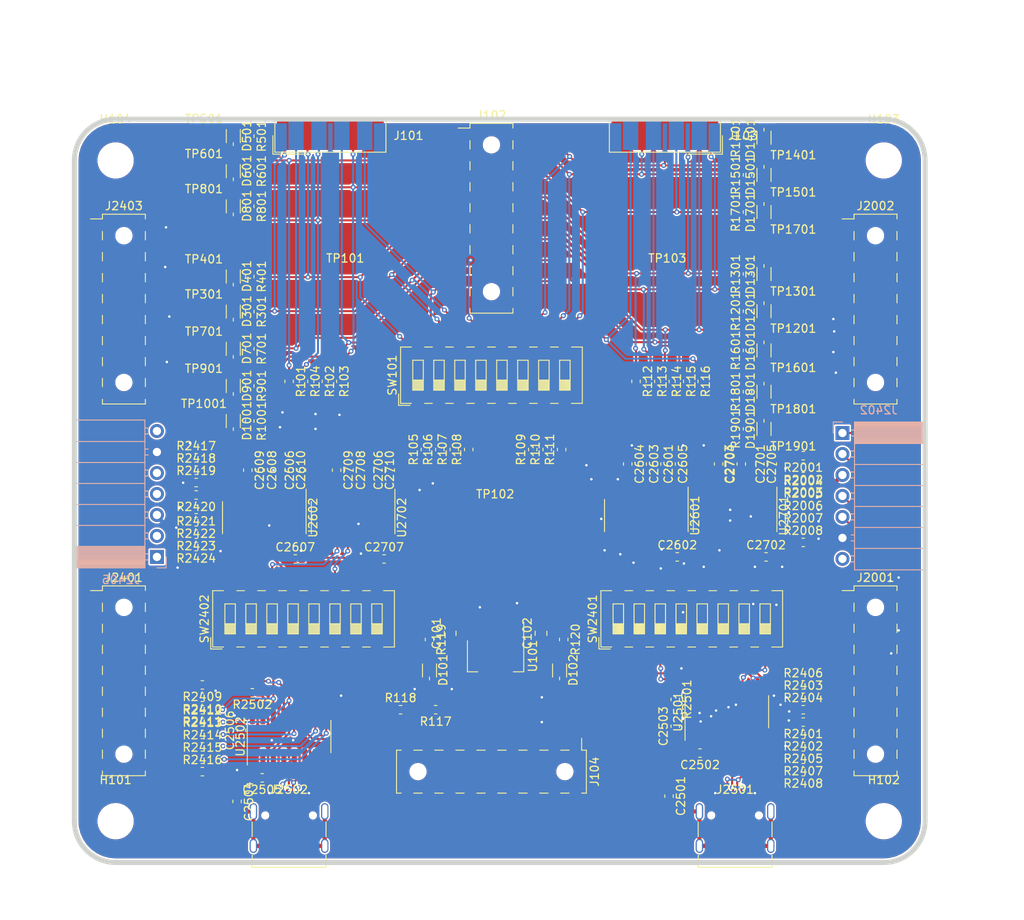
<source format=kicad_pcb>
(kicad_pcb (version 20171130) (host pcbnew 5.1.6-c6e7f7d~87~ubuntu18.04.1)
  (layers (0 F.Cu signal) (31 B.Cu signal) (34 B.Paste user) (35 F.Paste user) (36 B.SilkS user) (37 F.SilkS user hide) (38 B.Mask user) (39 F.Mask user hide) (44 Edge.Cuts user))
  (net 0 "")
  (net 1 GND)
  (net 2 "/LEDs A/Signal1")
  (net 3 "Net-(D401-Pad1)")
  (net 4 "/LEDs A/Signal2")
  (net 5 "Net-(D501-Pad1)")
  (net 6 "/LEDs A/Signal3")
  (net 7 "Net-(D601-Pad1)")
  (net 8 "/LEDs A/Signal4")
  (net 9 "Net-(D701-Pad1)")
  (net 10 "/LEDs A/Signal6")
  (net 11 "Net-(D801-Pad1)")
  (net 12 "/LEDs A/Signal7")
  (net 13 "Net-(D901-Pad1)")
  (net 14 "/LEDs A/Signal8")
  (net 15 "Net-(D1001-Pad1)")
  (net 16 "/LEDs B/Signal1")
  (net 17 "Net-(D1301-Pad1)")
  (net 18 "/LEDs B/Signal2")
  (net 19 "Net-(D1401-Pad1)")
  (net 20 "/LEDs B/Signal3")
  (net 21 "Net-(D1501-Pad1)")
  (net 22 "/LEDs B/Signal4")
  (net 23 "Net-(D1601-Pad1)")
  (net 24 "/LEDs B/Signal6")
  (net 25 "Net-(D1701-Pad1)")
  (net 26 "/LEDs B/Signal7")
  (net 27 "Net-(D1801-Pad1)")
  (net 28 "/LEDs B/Signal8")
  (net 29 "Net-(D1901-Pad1)")
  (net 30 "/LEDs B/Signal9")
  (net 31 "Net-(R2501-Pad1)")
  (net 32 +5V)
  (net 33 +3V3)
  (net 34 "Net-(C2501-Pad2)")
  (net 35 "Net-(C2502-Pad1)")
  (net 36 "Net-(C2601-Pad2)")
  (net 37 "Net-(C2601-Pad1)")
  (net 38 "Net-(C2603-Pad2)")
  (net 39 "Net-(C2603-Pad1)")
  (net 40 "Net-(C2604-Pad2)")
  (net 41 "Net-(C2605-Pad2)")
  (net 42 "Net-(C2701-Pad2)")
  (net 43 "Net-(C2701-Pad1)")
  (net 44 "Net-(C2703-Pad2)")
  (net 45 "Net-(C2703-Pad1)")
  (net 46 "Net-(C2704-Pad2)")
  (net 47 "Net-(C2705-Pad2)")
  (net 48 "Net-(D101-Pad1)")
  (net 49 "Net-(D102-Pad1)")
  (net 50 "Net-(D301-Pad1)")
  (net 51 "Net-(D1201-Pad1)")
  (net 52 "Net-(J2001-Pad7)")
  (net 53 "Net-(J2001-Pad5)")
  (net 54 "Net-(J2001-Pad3)")
  (net 55 "Net-(J2001-Pad1)")
  (net 56 "/UART Hub L/USB-Power")
  (net 57 "Net-(J2401-Pad7)")
  (net 58 "Net-(J2401-Pad5)")
  (net 59 "Net-(J2401-Pad3)")
  (net 60 "Net-(J2401-Pad1)")
  (net 61 "/UART Hub R/USB-Power")
  (net 62 "/UART Hub L/~CTS")
  (net 63 "/UART Hub L/RxD")
  (net 64 "/UART Hub L/~DCD")
  (net 65 "/UART Hub L/~DSR")
  (net 66 "Net-(R109-Pad2)")
  (net 67 "/UART Hub L/~RTR")
  (net 68 "Net-(R110-Pad2)")
  (net 69 "/UART Hub L/TxD")
  (net 70 "Net-(R111-Pad2)")
  (net 71 "/UART Hub L/~DTR")
  (net 72 "/UART Hub R/~DCD")
  (net 73 "/UART Hub R/~DSR")
  (net 74 "/UART Hub R/RxD")
  (net 75 "/UART Hub R/~CTS")
  (net 76 "/UART Hub R/TxD")
  (net 77 "/UART Hub R/~DTR")
  (net 78 "/UART Hub R/~RTR")
  (net 79 "/UART Hub L/USB - UART/~DCD")
  (net 80 "/UART Hub L/USB - UART/RxD")
  (net 81 "/UART Hub L/USB - UART/TxD")
  (net 82 "/UART Hub L/USB - UART/~DTR")
  (net 83 "/UART Hub L/USB - UART/~DSR")
  (net 84 "/UART Hub L/USB - UART/~RTR")
  (net 85 "/UART Hub L/USB - UART/~CTS")
  (net 86 "/UART Hub L/USB - UART/~RI")
  (net 87 "/UART Hub L/UART - RS232 1/UART_Rx1")
  (net 88 "/UART Hub L/UART - RS232 1/UART_Rx2")
  (net 89 "/UART Hub L/UART - RS232 1/UART_Tx1")
  (net 90 "/UART Hub L/UART - RS232 1/UART_Tx2")
  (net 91 "/UART Hub L/UART - RS232 2/UART_Rx1")
  (net 92 "/UART Hub L/UART - RS232 2/UART_Tx1")
  (net 93 "/UART Hub L/UART - RS232 2/UART_Rx2")
  (net 94 "/UART Hub R/USB - UART/~DCD")
  (net 95 "/UART Hub R/USB - UART/RxD")
  (net 96 "/UART Hub R/USB - UART/TxD")
  (net 97 "/UART Hub R/USB - UART/~DTR")
  (net 98 "/UART Hub R/USB - UART/~DSR")
  (net 99 "/UART Hub R/USB - UART/~RTR")
  (net 100 "/UART Hub R/USB - UART/~CTS")
  (net 101 "/UART Hub R/USB - UART/~RI")
  (net 102 "/UART Hub R/UART - RS232 1/UART_Rx1")
  (net 103 "/UART Hub R/UART - RS232 1/UART_Rx2")
  (net 104 "/UART Hub R/UART - RS232 1/UART_Tx1")
  (net 105 "/UART Hub R/UART - RS232 1/UART_Tx2")
  (net 106 "/UART Hub R/UART - RS232 2/UART_Rx1")
  (net 107 "/UART Hub R/UART - RS232 2/UART_Tx1")
  (net 108 "/UART Hub R/UART - RS232 2/UART_Rx2")
  (net 109 "Net-(J2001-Pad15)")
  (net 110 "Net-(J2001-Pad13)")
  (net 111 "Net-(J2001-Pad11)")
  (net 112 "Net-(J2001-Pad10)")
  (net 113 "Net-(J2401-Pad15)")
  (net 114 "Net-(J2401-Pad13)")
  (net 115 "Net-(J2401-Pad11)")
  (net 116 "Net-(J2401-Pad10)")
  (net 117 "Net-(J2403-Pad10)")
  (net 118 "Net-(J2403-Pad15)")
  (net 119 "Net-(J2403-Pad13)")
  (net 120 "Net-(J2403-Pad11)")
  (net 121 "Net-(J2403-Pad7)")
  (net 122 "Net-(J2403-Pad5)")
  (net 123 "Net-(J2403-Pad3)")
  (net 124 "Net-(J2403-Pad1)")
  (net 125 "/UART Hub R/USB - UART/D-")
  (net 126 "/UART Hub R/USB - UART/D+")
  (net 127 "/UART Hub L/USB - UART/D-")
  (net 128 "/UART Hub L/USB - UART/D+")
  (net 129 "Net-(R105-Pad2)")
  (net 130 "Net-(R106-Pad2)")
  (net 131 "Net-(R107-Pad2)")
  (net 132 "Net-(R108-Pad2)")
  (net 133 "Net-(C2504-Pad2)")
  (net 134 "Net-(C2505-Pad1)")
  (net 135 "Net-(C2606-Pad2)")
  (net 136 "Net-(C2606-Pad1)")
  (net 137 "Net-(C2608-Pad2)")
  (net 138 "Net-(C2608-Pad1)")
  (net 139 "Net-(C2609-Pad2)")
  (net 140 "Net-(C2610-Pad2)")
  (net 141 "Net-(C2706-Pad2)")
  (net 142 "Net-(C2706-Pad1)")
  (net 143 "Net-(C2708-Pad2)")
  (net 144 "Net-(C2708-Pad1)")
  (net 145 "Net-(C2709-Pad2)")
  (net 146 "Net-(C2710-Pad2)")
  (net 147 "Net-(J2002-Pad15)")
  (net 148 "Net-(J2002-Pad13)")
  (net 149 "Net-(J2002-Pad11)")
  (net 150 "Net-(J2002-Pad10)")
  (net 151 "Net-(J2002-Pad7)")
  (net 152 "Net-(J2002-Pad5)")
  (net 153 "Net-(J2002-Pad3)")
  (net 154 "Net-(J2002-Pad1)")
  (net 155 "Net-(R2502-Pad1)")
  (net 156 "/LEDs A/Signal9")
  (module htl_smd:Keystone_5016 (layer F.Cu) (at 121 68 180)
    (fp_text reference TP1601 (at -0.05 -2.1) (layer F.SilkS))
    (fp_text value "SMD Testpoint")
    (pad 1 smd roundrect (at 0 0 180) (size 4 2.5) (layers F.Cu F.Paste F.Mask) (net 24 "/LEDs B/Signal6"))
  )
  (module Resistor_SMD:R_0603_1608Metric (layer F.Cu) (at 115.5 68 90)
    (fp_text reference R1601 (at 0 -1.43 90) (layer F.SilkS))
    (fp_text value 4k7)
    (pad 2 smd roundrect (at 0.7875 0 90) (size 0.875 0.95) (layers F.Cu F.Paste F.Mask) (net 1 GND))
    (pad 1 smd roundrect (at -0.7875 0 90) (size 0.875 0.95) (layers F.Cu F.Paste F.Mask) (net 23 "Net-(D1601-Pad1)"))
  )
  (module htl_smd:LED_LiteOn_LTST-C195KGJRKT (layer F.Cu) (at 117.5 68 180)
    (fp_text reference D1601 (at 1.65 -0.05 90) (layer F.SilkS))
    (fp_text value red/green)
    (pad 2 smd roundrect (at -0.425 -0.725 180) (size 0.65 0.85) (layers F.Cu F.Paste F.Mask) (net 24 "/LEDs B/Signal6"))
    (pad 4 smd roundrect (at -0.425 0.725 180) (size 0.65 0.85) (layers F.Cu F.Paste F.Mask) (net 23 "Net-(D1601-Pad1)"))
    (pad 3 smd roundrect (at 0.425 0.725 180) (size 0.65 0.85) (layers F.Cu F.Paste F.Mask) (net 24 "/LEDs B/Signal6"))
    (pad 1 smd roundrect (at 0.425 -0.725 180) (size 0.65 0.85) (layers F.Cu F.Paste F.Mask) (net 23 "Net-(D1601-Pad1)"))
  )
  (module Connector_PinSocket_2.54mm:PinSocket_1x07_P2.54mm_Horizontal (layer B.Cu) (at 44 93)
    (fp_text reference J2405 (at -4.38 2.77) (layer B.SilkS) (effects (justify mirror)))
    (fp_text value "Buchsenleiste 1x6, horizontal")
    (pad 7 thru_hole oval (at 0 -15.24) (size 1.7 1.7) (drill 1) (layers *.Cu *.Mask))
    (pad 6 thru_hole oval (at 0 -12.7) (size 1.7 1.7) (drill 1) (layers *.Cu *.Mask) (net 1 GND))
    (pad 5 thru_hole oval (at 0 -10.16) (size 1.7 1.7) (drill 1) (layers *.Cu *.Mask) (net 60 "Net-(J2401-Pad1)"))
    (pad 4 thru_hole oval (at 0 -7.62) (size 1.7 1.7) (drill 1) (layers *.Cu *.Mask) (net 57 "Net-(J2401-Pad7)"))
    (pad 3 thru_hole oval (at 0 -5.08) (size 1.7 1.7) (drill 1) (layers *.Cu *.Mask) (net 32 +5V))
    (pad 2 thru_hole oval (at 0 -2.54) (size 1.7 1.7) (drill 1) (layers *.Cu *.Mask) (net 58 "Net-(J2401-Pad5)"))
    (pad 1 thru_hole rect (at 0 0) (size 1.7 1.7) (drill 1) (layers *.Cu *.Mask) (net 59 "Net-(J2401-Pad3)"))
  )
  (module Connector_PinSocket_2.54mm:PinSocket_1x07_P2.54mm_Horizontal (layer B.Cu) (at 127 78 180)
    (fp_text reference J2402 (at -4.38 2.77) (layer B.SilkS) (effects (justify mirror)))
    (fp_text value "Buchsenleiste 1x6, horizontal")
    (pad 7 thru_hole oval (at 0 -15.24 180) (size 1.7 1.7) (drill 1) (layers *.Cu *.Mask))
    (pad 6 thru_hole oval (at 0 -12.7 180) (size 1.7 1.7) (drill 1) (layers *.Cu *.Mask) (net 1 GND))
    (pad 5 thru_hole oval (at 0 -10.16 180) (size 1.7 1.7) (drill 1) (layers *.Cu *.Mask) (net 55 "Net-(J2001-Pad1)"))
    (pad 4 thru_hole oval (at 0 -7.62 180) (size 1.7 1.7) (drill 1) (layers *.Cu *.Mask) (net 52 "Net-(J2001-Pad7)"))
    (pad 3 thru_hole oval (at 0 -5.08 180) (size 1.7 1.7) (drill 1) (layers *.Cu *.Mask) (net 32 +5V))
    (pad 2 thru_hole oval (at 0 -2.54 180) (size 1.7 1.7) (drill 1) (layers *.Cu *.Mask) (net 53 "Net-(J2001-Pad5)"))
    (pad 1 thru_hole rect (at 0 0 180) (size 1.7 1.7) (drill 1) (layers *.Cu *.Mask) (net 54 "Net-(J2001-Pad3)"))
  )
  (module htl_connectors:PinHeader_2x09_P2.54mm_Vertical_SMD_LCSC_C88175 (layer F.Cu) (at 40 63)
    (fp_text reference J2403 (at 0 -12.49) (layer F.SilkS))
    (fp_text value "Stiftleiste 2x9")
    (pad 18 smd roundrect (at 2.675 10.16) (size 3.35 1.3) (layers F.Cu F.Paste F.Mask) (net 1 GND))
    (pad 17 smd roundrect (at -2.525 10.16) (size 3.35 1.3) (layers F.Cu F.Paste F.Mask) (net 1 GND))
    (pad 16 smd roundrect (at 2.675 7.62) (size 3.35 1.3) (layers F.Cu F.Paste F.Mask) (net 118 "Net-(J2403-Pad15)"))
    (pad 15 smd roundrect (at -2.525 7.62) (size 3.35 1.3) (layers F.Cu F.Paste F.Mask) (net 118 "Net-(J2403-Pad15)"))
    (pad 14 smd roundrect (at 2.675 5.08) (size 3.35 1.3) (layers F.Cu F.Paste F.Mask) (net 119 "Net-(J2403-Pad13)"))
    (pad 13 smd roundrect (at -2.525 5.08) (size 3.35 1.3) (layers F.Cu F.Paste F.Mask) (net 119 "Net-(J2403-Pad13)"))
    (pad 12 smd roundrect (at 2.675 2.54) (size 3.35 1.3) (layers F.Cu F.Paste F.Mask) (net 120 "Net-(J2403-Pad11)"))
    (pad 11 smd roundrect (at -2.525 2.54) (size 3.35 1.3) (layers F.Cu F.Paste F.Mask) (net 120 "Net-(J2403-Pad11)"))
    (pad 10 smd roundrect (at 2.675 0) (size 3.35 1.3) (layers F.Cu F.Paste F.Mask) (net 117 "Net-(J2403-Pad10)"))
    (pad 9 smd roundrect (at -2.525 0) (size 3.35 1.3) (layers F.Cu F.Paste F.Mask) (net 117 "Net-(J2403-Pad10)"))
    (pad 8 smd roundrect (at 2.675 -2.54) (size 3.35 1.3) (layers F.Cu F.Paste F.Mask) (net 121 "Net-(J2403-Pad7)"))
    (pad 7 smd roundrect (at -2.525 -2.54) (size 3.35 1.3) (layers F.Cu F.Paste F.Mask) (net 121 "Net-(J2403-Pad7)"))
    (pad 6 smd roundrect (at 2.675 -5.08) (size 3.35 1.3) (layers F.Cu F.Paste F.Mask) (net 122 "Net-(J2403-Pad5)"))
    (pad 5 smd roundrect (at -2.525 -5.08) (size 3.35 1.3) (layers F.Cu F.Paste F.Mask) (net 122 "Net-(J2403-Pad5)"))
    (pad 4 smd roundrect (at 2.675 -7.62) (size 3.35 1.3) (layers F.Cu F.Paste F.Mask) (net 123 "Net-(J2403-Pad3)"))
    (pad 3 smd roundrect (at -2.525 -7.62) (size 3.35 1.3) (layers F.Cu F.Paste F.Mask) (net 123 "Net-(J2403-Pad3)"))
    (pad 2 smd roundrect (at 2.675 -10.16) (size 3.35 1.3) (layers F.Cu F.Paste F.Mask) (net 124 "Net-(J2403-Pad1)"))
    (pad 1 smd roundrect (at -2.525 -10.16) (size 3.35 1.3) (layers F.Cu F.Paste F.Mask) (net 124 "Net-(J2403-Pad1)"))
    (pad "" np_thru_hole circle (at 0 -8.89) (size 1.7 1.7) (drill 1.7) (layers *.Cu *.Mask))
    (pad "" np_thru_hole circle (at 0 8.89) (size 1.7 1.7) (drill 1.7) (layers *.Cu *.Mask))
  )
  (module htl_connectors:PinHeader_2x09_P2.54mm_Vertical_SMD_LCSC_C88175 (layer F.Cu) (at 40 108)
    (fp_text reference J2401 (at 0 -12.49) (layer F.SilkS))
    (fp_text value "Stiftleiste 2x9")
    (pad 18 smd roundrect (at 2.675 10.16) (size 3.35 1.3) (layers F.Cu F.Paste F.Mask) (net 1 GND))
    (pad 17 smd roundrect (at -2.525 10.16) (size 3.35 1.3) (layers F.Cu F.Paste F.Mask) (net 1 GND))
    (pad 16 smd roundrect (at 2.675 7.62) (size 3.35 1.3) (layers F.Cu F.Paste F.Mask) (net 113 "Net-(J2401-Pad15)"))
    (pad 15 smd roundrect (at -2.525 7.62) (size 3.35 1.3) (layers F.Cu F.Paste F.Mask) (net 113 "Net-(J2401-Pad15)"))
    (pad 14 smd roundrect (at 2.675 5.08) (size 3.35 1.3) (layers F.Cu F.Paste F.Mask) (net 114 "Net-(J2401-Pad13)"))
    (pad 13 smd roundrect (at -2.525 5.08) (size 3.35 1.3) (layers F.Cu F.Paste F.Mask) (net 114 "Net-(J2401-Pad13)"))
    (pad 12 smd roundrect (at 2.675 2.54) (size 3.35 1.3) (layers F.Cu F.Paste F.Mask) (net 115 "Net-(J2401-Pad11)"))
    (pad 11 smd roundrect (at -2.525 2.54) (size 3.35 1.3) (layers F.Cu F.Paste F.Mask) (net 115 "Net-(J2401-Pad11)"))
    (pad 10 smd roundrect (at 2.675 0) (size 3.35 1.3) (layers F.Cu F.Paste F.Mask) (net 116 "Net-(J2401-Pad10)"))
    (pad 9 smd roundrect (at -2.525 0) (size 3.35 1.3) (layers F.Cu F.Paste F.Mask) (net 116 "Net-(J2401-Pad10)"))
    (pad 8 smd roundrect (at 2.675 -2.54) (size 3.35 1.3) (layers F.Cu F.Paste F.Mask) (net 57 "Net-(J2401-Pad7)"))
    (pad 7 smd roundrect (at -2.525 -2.54) (size 3.35 1.3) (layers F.Cu F.Paste F.Mask) (net 57 "Net-(J2401-Pad7)"))
    (pad 6 smd roundrect (at 2.675 -5.08) (size 3.35 1.3) (layers F.Cu F.Paste F.Mask) (net 58 "Net-(J2401-Pad5)"))
    (pad 5 smd roundrect (at -2.525 -5.08) (size 3.35 1.3) (layers F.Cu F.Paste F.Mask) (net 58 "Net-(J2401-Pad5)"))
    (pad 4 smd roundrect (at 2.675 -7.62) (size 3.35 1.3) (layers F.Cu F.Paste F.Mask) (net 59 "Net-(J2401-Pad3)"))
    (pad 3 smd roundrect (at -2.525 -7.62) (size 3.35 1.3) (layers F.Cu F.Paste F.Mask) (net 59 "Net-(J2401-Pad3)"))
    (pad 2 smd roundrect (at 2.675 -10.16) (size 3.35 1.3) (layers F.Cu F.Paste F.Mask) (net 60 "Net-(J2401-Pad1)"))
    (pad 1 smd roundrect (at -2.525 -10.16) (size 3.35 1.3) (layers F.Cu F.Paste F.Mask) (net 60 "Net-(J2401-Pad1)"))
    (pad "" np_thru_hole circle (at 0 -8.89) (size 1.7 1.7) (drill 1.7) (layers *.Cu *.Mask))
    (pad "" np_thru_hole circle (at 0 8.89) (size 1.7 1.7) (drill 1.7) (layers *.Cu *.Mask))
  )
  (module htl_connectors:PinHeader_2x09_P2.54mm_Vertical_SMD_LCSC_C88175 (layer F.Cu) (at 131 63)
    (fp_text reference J2002 (at 0 -12.49) (layer F.SilkS))
    (fp_text value "Stiftleiste 2x9")
    (pad 18 smd roundrect (at 2.675 10.16) (size 3.35 1.3) (layers F.Cu F.Paste F.Mask) (net 1 GND))
    (pad 17 smd roundrect (at -2.525 10.16) (size 3.35 1.3) (layers F.Cu F.Paste F.Mask) (net 1 GND))
    (pad 16 smd roundrect (at 2.675 7.62) (size 3.35 1.3) (layers F.Cu F.Paste F.Mask) (net 147 "Net-(J2002-Pad15)"))
    (pad 15 smd roundrect (at -2.525 7.62) (size 3.35 1.3) (layers F.Cu F.Paste F.Mask) (net 147 "Net-(J2002-Pad15)"))
    (pad 14 smd roundrect (at 2.675 5.08) (size 3.35 1.3) (layers F.Cu F.Paste F.Mask) (net 148 "Net-(J2002-Pad13)"))
    (pad 13 smd roundrect (at -2.525 5.08) (size 3.35 1.3) (layers F.Cu F.Paste F.Mask) (net 148 "Net-(J2002-Pad13)"))
    (pad 12 smd roundrect (at 2.675 2.54) (size 3.35 1.3) (layers F.Cu F.Paste F.Mask) (net 149 "Net-(J2002-Pad11)"))
    (pad 11 smd roundrect (at -2.525 2.54) (size 3.35 1.3) (layers F.Cu F.Paste F.Mask) (net 149 "Net-(J2002-Pad11)"))
    (pad 10 smd roundrect (at 2.675 0) (size 3.35 1.3) (layers F.Cu F.Paste F.Mask) (net 150 "Net-(J2002-Pad10)"))
    (pad 9 smd roundrect (at -2.525 0) (size 3.35 1.3) (layers F.Cu F.Paste F.Mask) (net 150 "Net-(J2002-Pad10)"))
    (pad 8 smd roundrect (at 2.675 -2.54) (size 3.35 1.3) (layers F.Cu F.Paste F.Mask) (net 151 "Net-(J2002-Pad7)"))
    (pad 7 smd roundrect (at -2.525 -2.54) (size 3.35 1.3) (layers F.Cu F.Paste F.Mask) (net 151 "Net-(J2002-Pad7)"))
    (pad 6 smd roundrect (at 2.675 -5.08) (size 3.35 1.3) (layers F.Cu F.Paste F.Mask) (net 152 "Net-(J2002-Pad5)"))
    (pad 5 smd roundrect (at -2.525 -5.08) (size 3.35 1.3) (layers F.Cu F.Paste F.Mask) (net 152 "Net-(J2002-Pad5)"))
    (pad 4 smd roundrect (at 2.675 -7.62) (size 3.35 1.3) (layers F.Cu F.Paste F.Mask) (net 153 "Net-(J2002-Pad3)"))
    (pad 3 smd roundrect (at -2.525 -7.62) (size 3.35 1.3) (layers F.Cu F.Paste F.Mask) (net 153 "Net-(J2002-Pad3)"))
    (pad 2 smd roundrect (at 2.675 -10.16) (size 3.35 1.3) (layers F.Cu F.Paste F.Mask) (net 154 "Net-(J2002-Pad1)"))
    (pad 1 smd roundrect (at -2.525 -10.16) (size 3.35 1.3) (layers F.Cu F.Paste F.Mask) (net 154 "Net-(J2002-Pad1)"))
    (pad "" np_thru_hole circle (at 0 -8.89) (size 1.7 1.7) (drill 1.7) (layers *.Cu *.Mask))
    (pad "" np_thru_hole circle (at 0 8.89) (size 1.7 1.7) (drill 1.7) (layers *.Cu *.Mask))
  )
  (module htl_connectors:PinHeader_2x09_P2.54mm_Vertical_SMD_LCSC_C88175 (layer F.Cu) (at 131 108)
    (fp_text reference J2001 (at 0 -12.49) (layer F.SilkS))
    (fp_text value "Stiftleiste 2x9")
    (pad 18 smd roundrect (at 2.675 10.16) (size 3.35 1.3) (layers F.Cu F.Paste F.Mask) (net 1 GND))
    (pad 17 smd roundrect (at -2.525 10.16) (size 3.35 1.3) (layers F.Cu F.Paste F.Mask) (net 1 GND))
    (pad 16 smd roundrect (at 2.675 7.62) (size 3.35 1.3) (layers F.Cu F.Paste F.Mask) (net 109 "Net-(J2001-Pad15)"))
    (pad 15 smd roundrect (at -2.525 7.62) (size 3.35 1.3) (layers F.Cu F.Paste F.Mask) (net 109 "Net-(J2001-Pad15)"))
    (pad 14 smd roundrect (at 2.675 5.08) (size 3.35 1.3) (layers F.Cu F.Paste F.Mask) (net 110 "Net-(J2001-Pad13)"))
    (pad 13 smd roundrect (at -2.525 5.08) (size 3.35 1.3) (layers F.Cu F.Paste F.Mask) (net 110 "Net-(J2001-Pad13)"))
    (pad 12 smd roundrect (at 2.675 2.54) (size 3.35 1.3) (layers F.Cu F.Paste F.Mask) (net 111 "Net-(J2001-Pad11)"))
    (pad 11 smd roundrect (at -2.525 2.54) (size 3.35 1.3) (layers F.Cu F.Paste F.Mask) (net 111 "Net-(J2001-Pad11)"))
    (pad 10 smd roundrect (at 2.675 0) (size 3.35 1.3) (layers F.Cu F.Paste F.Mask) (net 112 "Net-(J2001-Pad10)"))
    (pad 9 smd roundrect (at -2.525 0) (size 3.35 1.3) (layers F.Cu F.Paste F.Mask) (net 112 "Net-(J2001-Pad10)"))
    (pad 8 smd roundrect (at 2.675 -2.54) (size 3.35 1.3) (layers F.Cu F.Paste F.Mask) (net 52 "Net-(J2001-Pad7)"))
    (pad 7 smd roundrect (at -2.525 -2.54) (size 3.35 1.3) (layers F.Cu F.Paste F.Mask) (net 52 "Net-(J2001-Pad7)"))
    (pad 6 smd roundrect (at 2.675 -5.08) (size 3.35 1.3) (layers F.Cu F.Paste F.Mask) (net 53 "Net-(J2001-Pad5)"))
    (pad 5 smd roundrect (at -2.525 -5.08) (size 3.35 1.3) (layers F.Cu F.Paste F.Mask) (net 53 "Net-(J2001-Pad5)"))
    (pad 4 smd roundrect (at 2.675 -7.62) (size 3.35 1.3) (layers F.Cu F.Paste F.Mask) (net 54 "Net-(J2001-Pad3)"))
    (pad 3 smd roundrect (at -2.525 -7.62) (size 3.35 1.3) (layers F.Cu F.Paste F.Mask) (net 54 "Net-(J2001-Pad3)"))
    (pad 2 smd roundrect (at 2.675 -10.16) (size 3.35 1.3) (layers F.Cu F.Paste F.Mask) (net 55 "Net-(J2001-Pad1)"))
    (pad 1 smd roundrect (at -2.525 -10.16) (size 3.35 1.3) (layers F.Cu F.Paste F.Mask) (net 55 "Net-(J2001-Pad1)"))
    (pad "" np_thru_hole circle (at 0 -8.89) (size 1.7 1.7) (drill 1.7) (layers *.Cu *.Mask))
    (pad "" np_thru_hole circle (at 0 8.89) (size 1.7 1.7) (drill 1.7) (layers *.Cu *.Mask))
  )
  (module htl_connectors:PinHeader_2x09_P2.54mm_Vertical_SMD_LCSC_C88175 (layer F.Cu) (at 84.5 119 270)
    (fp_text reference J104 (at 0 -12.49 90) (layer F.SilkS))
    (fp_text value "Stiftleiste 2x9")
    (pad 18 smd roundrect (at 2.675 10.16 270) (size 3.35 1.3) (layers F.Cu F.Paste F.Mask) (net 1 GND))
    (pad 17 smd roundrect (at -2.525 10.16 270) (size 3.35 1.3) (layers F.Cu F.Paste F.Mask) (net 32 +5V))
    (pad 16 smd roundrect (at 2.675 7.62 270) (size 3.35 1.3) (layers F.Cu F.Paste F.Mask) (net 1 GND))
    (pad 15 smd roundrect (at -2.525 7.62 270) (size 3.35 1.3) (layers F.Cu F.Paste F.Mask) (net 32 +5V))
    (pad 14 smd roundrect (at 2.675 5.08 270) (size 3.35 1.3) (layers F.Cu F.Paste F.Mask) (net 1 GND))
    (pad 13 smd roundrect (at -2.525 5.08 270) (size 3.35 1.3) (layers F.Cu F.Paste F.Mask) (net 32 +5V))
    (pad 12 smd roundrect (at 2.675 2.54 270) (size 3.35 1.3) (layers F.Cu F.Paste F.Mask) (net 1 GND))
    (pad 11 smd roundrect (at -2.525 2.54 270) (size 3.35 1.3) (layers F.Cu F.Paste F.Mask) (net 32 +5V))
    (pad 10 smd roundrect (at 2.675 0 270) (size 3.35 1.3) (layers F.Cu F.Paste F.Mask) (net 1 GND))
    (pad 9 smd roundrect (at -2.525 0 270) (size 3.35 1.3) (layers F.Cu F.Paste F.Mask) (net 1 GND))
    (pad 8 smd roundrect (at 2.675 -2.54 270) (size 3.35 1.3) (layers F.Cu F.Paste F.Mask) (net 1 GND))
    (pad 7 smd roundrect (at -2.525 -2.54 270) (size 3.35 1.3) (layers F.Cu F.Paste F.Mask) (net 33 +3V3))
    (pad 6 smd roundrect (at 2.675 -5.08 270) (size 3.35 1.3) (layers F.Cu F.Paste F.Mask) (net 1 GND))
    (pad 5 smd roundrect (at -2.525 -5.08 270) (size 3.35 1.3) (layers F.Cu F.Paste F.Mask) (net 33 +3V3))
    (pad 4 smd roundrect (at 2.675 -7.62 270) (size 3.35 1.3) (layers F.Cu F.Paste F.Mask) (net 1 GND))
    (pad 3 smd roundrect (at -2.525 -7.62 270) (size 3.35 1.3) (layers F.Cu F.Paste F.Mask) (net 33 +3V3))
    (pad 2 smd roundrect (at 2.675 -10.16 270) (size 3.35 1.3) (layers F.Cu F.Paste F.Mask) (net 1 GND))
    (pad 1 smd roundrect (at -2.525 -10.16 270) (size 3.35 1.3) (layers F.Cu F.Paste F.Mask) (net 33 +3V3))
    (pad "" np_thru_hole circle (at 0 -8.89 270) (size 1.7 1.7) (drill 1.7) (layers *.Cu *.Mask))
    (pad "" np_thru_hole circle (at 0 8.89 270) (size 1.7 1.7) (drill 1.7) (layers *.Cu *.Mask))
  )
  (module htl_connectors:PinHeader_2x09_P2.54mm_Vertical_SMD_LCSC_C88175 (layer F.Cu) (at 84.5 52)
    (fp_text reference J102 (at 0 -12.49) (layer F.SilkS))
    (fp_text value "Stiftleiste 2x9")
    (pad 18 smd roundrect (at 2.675 10.16) (size 3.35 1.3) (layers F.Cu F.Paste F.Mask) (net 1 GND))
    (pad 17 smd roundrect (at -2.525 10.16) (size 3.35 1.3) (layers F.Cu F.Paste F.Mask) (net 1 GND))
    (pad 16 smd roundrect (at 2.675 7.62) (size 3.35 1.3) (layers F.Cu F.Paste F.Mask) (net 30 "/LEDs B/Signal9"))
    (pad 15 smd roundrect (at -2.525 7.62) (size 3.35 1.3) (layers F.Cu F.Paste F.Mask) (net 156 "/LEDs A/Signal9"))
    (pad 14 smd roundrect (at 2.675 5.08) (size 3.35 1.3) (layers F.Cu F.Paste F.Mask) (net 28 "/LEDs B/Signal8"))
    (pad 13 smd roundrect (at -2.525 5.08) (size 3.35 1.3) (layers F.Cu F.Paste F.Mask) (net 14 "/LEDs A/Signal8"))
    (pad 12 smd roundrect (at 2.675 2.54) (size 3.35 1.3) (layers F.Cu F.Paste F.Mask) (net 24 "/LEDs B/Signal6"))
    (pad 11 smd roundrect (at -2.525 2.54) (size 3.35 1.3) (layers F.Cu F.Paste F.Mask) (net 10 "/LEDs A/Signal6"))
    (pad 10 smd roundrect (at 2.675 0) (size 3.35 1.3) (layers F.Cu F.Paste F.Mask) (net 16 "/LEDs B/Signal1"))
    (pad 9 smd roundrect (at -2.525 0) (size 3.35 1.3) (layers F.Cu F.Paste F.Mask) (net 2 "/LEDs A/Signal1"))
    (pad 8 smd roundrect (at 2.675 -2.54) (size 3.35 1.3) (layers F.Cu F.Paste F.Mask) (net 18 "/LEDs B/Signal2"))
    (pad 7 smd roundrect (at -2.525 -2.54) (size 3.35 1.3) (layers F.Cu F.Paste F.Mask) (net 4 "/LEDs A/Signal2"))
    (pad 6 smd roundrect (at 2.675 -5.08) (size 3.35 1.3) (layers F.Cu F.Paste F.Mask) (net 26 "/LEDs B/Signal7"))
    (pad 5 smd roundrect (at -2.525 -5.08) (size 3.35 1.3) (layers F.Cu F.Paste F.Mask) (net 12 "/LEDs A/Signal7"))
    (pad 4 smd roundrect (at 2.675 -7.62) (size 3.35 1.3) (layers F.Cu F.Paste F.Mask) (net 22 "/LEDs B/Signal4"))
    (pad 3 smd roundrect (at -2.525 -7.62) (size 3.35 1.3) (layers F.Cu F.Paste F.Mask) (net 8 "/LEDs A/Signal4"))
    (pad 2 smd roundrect (at 2.675 -10.16) (size 3.35 1.3) (layers F.Cu F.Paste F.Mask) (net 20 "/LEDs B/Signal3"))
    (pad 1 smd roundrect (at -2.525 -10.16) (size 3.35 1.3) (layers F.Cu F.Paste F.Mask) (net 6 "/LEDs A/Signal3"))
    (pad "" np_thru_hole circle (at 0 -8.89) (size 1.7 1.7) (drill 1.7) (layers *.Cu *.Mask))
    (pad "" np_thru_hole circle (at 0 8.89) (size 1.7 1.7) (drill 1.7) (layers *.Cu *.Mask))
  )
  (module Capacitor_SMD:C_0805_2012Metric (layer F.Cu) (at 90.5 102.25 90)
    (fp_text reference C102 (at 0 -1.65 90) (layer F.SilkS))
    (fp_text value 10u/16V/X5R)
    (pad 2 smd roundrect (at 0.9375 0 90) (size 0.975 1.4) (layers F.Cu F.Paste F.Mask) (net 1 GND))
    (pad 1 smd roundrect (at -0.9375 0 90) (size 0.975 1.4) (layers F.Cu F.Paste F.Mask) (net 33 +3V3))
  )
  (module Capacitor_SMD:C_0805_2012Metric (layer F.Cu) (at 79.5 102.25 90)
    (fp_text reference C101 (at 0 -1.65 90) (layer F.SilkS))
    (fp_text value 10u/16V/X5R)
    (pad 2 smd roundrect (at 0.9375 0 90) (size 0.975 1.4) (layers F.Cu F.Paste F.Mask) (net 1 GND))
    (pad 1 smd roundrect (at -0.9375 0 90) (size 0.975 1.4) (layers F.Cu F.Paste F.Mask) (net 32 +5V))
  )
  (module Package_SO:SOIC-16_3.9x9.9mm_P1.27mm (layer F.Cu) (at 67.75 88.25 270)
    (fp_text reference U2702 (at 0 -5.9 90) (layer F.SilkS))
    (fp_text value MAX3232)
    (pad 16 smd roundrect (at 2.475 -4.445 270) (size 1.95 0.6) (layers F.Cu F.Paste F.Mask) (net 33 +3V3))
    (pad 15 smd roundrect (at 2.475 -3.175 270) (size 1.95 0.6) (layers F.Cu F.Paste F.Mask) (net 1 GND))
    (pad 14 smd roundrect (at 2.475 -1.905 270) (size 1.95 0.6) (layers F.Cu F.Paste F.Mask) (net 67 "/UART Hub L/~RTR"))
    (pad 13 smd roundrect (at 2.475 -0.635 270) (size 1.95 0.6) (layers F.Cu F.Paste F.Mask) (net 65 "/UART Hub L/~DSR"))
    (pad 12 smd roundrect (at 2.475 0.635 270) (size 1.95 0.6) (layers F.Cu F.Paste F.Mask) (net 91 "/UART Hub L/UART - RS232 2/UART_Rx1"))
    (pad 11 smd roundrect (at 2.475 1.905 270) (size 1.95 0.6) (layers F.Cu F.Paste F.Mask) (net 92 "/UART Hub L/UART - RS232 2/UART_Tx1"))
    (pad 10 smd roundrect (at 2.475 3.175 270) (size 1.95 0.6) (layers F.Cu F.Paste F.Mask) (net 1 GND))
    (pad 9 smd roundrect (at 2.475 4.445 270) (size 1.95 0.6) (layers F.Cu F.Paste F.Mask) (net 93 "/UART Hub L/UART - RS232 2/UART_Rx2"))
    (pad 8 smd roundrect (at -2.475 4.445 270) (size 1.95 0.6) (layers F.Cu F.Paste F.Mask) (net 62 "/UART Hub L/~CTS"))
    (pad 7 smd roundrect (at -2.475 3.175 270) (size 1.95 0.6) (layers F.Cu F.Paste F.Mask))
    (pad 6 smd roundrect (at -2.475 1.905 270) (size 1.95 0.6) (layers F.Cu F.Paste F.Mask) (net 145 "Net-(C2709-Pad2)"))
    (pad 5 smd roundrect (at -2.475 0.635 270) (size 1.95 0.6) (layers F.Cu F.Paste F.Mask) (net 143 "Net-(C2708-Pad2)"))
    (pad 4 smd roundrect (at -2.475 -0.635 270) (size 1.95 0.6) (layers F.Cu F.Paste F.Mask) (net 144 "Net-(C2708-Pad1)"))
    (pad 3 smd roundrect (at -2.475 -1.905 270) (size 1.95 0.6) (layers F.Cu F.Paste F.Mask) (net 141 "Net-(C2706-Pad2)"))
    (pad 2 smd roundrect (at -2.475 -3.175 270) (size 1.95 0.6) (layers F.Cu F.Paste F.Mask) (net 146 "Net-(C2710-Pad2)"))
    (pad 1 smd roundrect (at -2.475 -4.445 270) (size 1.95 0.6) (layers F.Cu F.Paste F.Mask) (net 142 "Net-(C2706-Pad1)"))
  )
  (module Package_SO:SOIC-16_3.9x9.9mm_P1.27mm (layer F.Cu) (at 114 88 270)
    (fp_text reference U2701 (at 0 -5.9 90) (layer F.SilkS))
    (fp_text value MAX3232)
    (pad 16 smd roundrect (at 2.475 -4.445 270) (size 1.95 0.6) (layers F.Cu F.Paste F.Mask) (net 33 +3V3))
    (pad 15 smd roundrect (at 2.475 -3.175 270) (size 1.95 0.6) (layers F.Cu F.Paste F.Mask) (net 1 GND))
    (pad 14 smd roundrect (at 2.475 -1.905 270) (size 1.95 0.6) (layers F.Cu F.Paste F.Mask) (net 78 "/UART Hub R/~RTR"))
    (pad 13 smd roundrect (at 2.475 -0.635 270) (size 1.95 0.6) (layers F.Cu F.Paste F.Mask) (net 73 "/UART Hub R/~DSR"))
    (pad 12 smd roundrect (at 2.475 0.635 270) (size 1.95 0.6) (layers F.Cu F.Paste F.Mask) (net 106 "/UART Hub R/UART - RS232 2/UART_Rx1"))
    (pad 11 smd roundrect (at 2.475 1.905 270) (size 1.95 0.6) (layers F.Cu F.Paste F.Mask) (net 107 "/UART Hub R/UART - RS232 2/UART_Tx1"))
    (pad 10 smd roundrect (at 2.475 3.175 270) (size 1.95 0.6) (layers F.Cu F.Paste F.Mask) (net 1 GND))
    (pad 9 smd roundrect (at 2.475 4.445 270) (size 1.95 0.6) (layers F.Cu F.Paste F.Mask) (net 108 "/UART Hub R/UART - RS232 2/UART_Rx2"))
    (pad 8 smd roundrect (at -2.475 4.445 270) (size 1.95 0.6) (layers F.Cu F.Paste F.Mask) (net 75 "/UART Hub R/~CTS"))
    (pad 7 smd roundrect (at -2.475 3.175 270) (size 1.95 0.6) (layers F.Cu F.Paste F.Mask))
    (pad 6 smd roundrect (at -2.475 1.905 270) (size 1.95 0.6) (layers F.Cu F.Paste F.Mask) (net 46 "Net-(C2704-Pad2)"))
    (pad 5 smd roundrect (at -2.475 0.635 270) (size 1.95 0.6) (layers F.Cu F.Paste F.Mask) (net 44 "Net-(C2703-Pad2)"))
    (pad 4 smd roundrect (at -2.475 -0.635 270) (size 1.95 0.6) (layers F.Cu F.Paste F.Mask) (net 45 "Net-(C2703-Pad1)"))
    (pad 3 smd roundrect (at -2.475 -1.905 270) (size 1.95 0.6) (layers F.Cu F.Paste F.Mask) (net 42 "Net-(C2701-Pad2)"))
    (pad 2 smd roundrect (at -2.475 -3.175 270) (size 1.95 0.6) (layers F.Cu F.Paste F.Mask) (net 47 "Net-(C2705-Pad2)"))
    (pad 1 smd roundrect (at -2.475 -4.445 270) (size 1.95 0.6) (layers F.Cu F.Paste F.Mask) (net 43 "Net-(C2701-Pad1)"))
  )
  (module Package_SO:SOIC-16_3.9x9.9mm_P1.27mm (layer F.Cu) (at 57 88.25 270)
    (fp_text reference U2602 (at 0 -5.9 90) (layer F.SilkS))
    (fp_text value MAX3232)
    (pad 16 smd roundrect (at 2.475 -4.445 270) (size 1.95 0.6) (layers F.Cu F.Paste F.Mask) (net 33 +3V3))
    (pad 15 smd roundrect (at 2.475 -3.175 270) (size 1.95 0.6) (layers F.Cu F.Paste F.Mask) (net 1 GND))
    (pad 14 smd roundrect (at 2.475 -1.905 270) (size 1.95 0.6) (layers F.Cu F.Paste F.Mask) (net 69 "/UART Hub L/TxD"))
    (pad 13 smd roundrect (at 2.475 -0.635 270) (size 1.95 0.6) (layers F.Cu F.Paste F.Mask) (net 63 "/UART Hub L/RxD"))
    (pad 12 smd roundrect (at 2.475 0.635 270) (size 1.95 0.6) (layers F.Cu F.Paste F.Mask) (net 87 "/UART Hub L/UART - RS232 1/UART_Rx1"))
    (pad 11 smd roundrect (at 2.475 1.905 270) (size 1.95 0.6) (layers F.Cu F.Paste F.Mask) (net 89 "/UART Hub L/UART - RS232 1/UART_Tx1"))
    (pad 10 smd roundrect (at 2.475 3.175 270) (size 1.95 0.6) (layers F.Cu F.Paste F.Mask) (net 90 "/UART Hub L/UART - RS232 1/UART_Tx2"))
    (pad 9 smd roundrect (at 2.475 4.445 270) (size 1.95 0.6) (layers F.Cu F.Paste F.Mask) (net 88 "/UART Hub L/UART - RS232 1/UART_Rx2"))
    (pad 8 smd roundrect (at -2.475 4.445 270) (size 1.95 0.6) (layers F.Cu F.Paste F.Mask) (net 64 "/UART Hub L/~DCD"))
    (pad 7 smd roundrect (at -2.475 3.175 270) (size 1.95 0.6) (layers F.Cu F.Paste F.Mask) (net 71 "/UART Hub L/~DTR"))
    (pad 6 smd roundrect (at -2.475 1.905 270) (size 1.95 0.6) (layers F.Cu F.Paste F.Mask) (net 139 "Net-(C2609-Pad2)"))
    (pad 5 smd roundrect (at -2.475 0.635 270) (size 1.95 0.6) (layers F.Cu F.Paste F.Mask) (net 137 "Net-(C2608-Pad2)"))
    (pad 4 smd roundrect (at -2.475 -0.635 270) (size 1.95 0.6) (layers F.Cu F.Paste F.Mask) (net 138 "Net-(C2608-Pad1)"))
    (pad 3 smd roundrect (at -2.475 -1.905 270) (size 1.95 0.6) (layers F.Cu F.Paste F.Mask) (net 135 "Net-(C2606-Pad2)"))
    (pad 2 smd roundrect (at -2.475 -3.175 270) (size 1.95 0.6) (layers F.Cu F.Paste F.Mask) (net 140 "Net-(C2610-Pad2)"))
    (pad 1 smd roundrect (at -2.475 -4.445 270) (size 1.95 0.6) (layers F.Cu F.Paste F.Mask) (net 136 "Net-(C2606-Pad1)"))
  )
  (module Package_SO:SOIC-16_3.9x9.9mm_P1.27mm (layer F.Cu) (at 103.25 88 270)
    (fp_text reference U2601 (at 0 -5.9 90) (layer F.SilkS))
    (fp_text value MAX3232)
    (pad 16 smd roundrect (at 2.475 -4.445 270) (size 1.95 0.6) (layers F.Cu F.Paste F.Mask) (net 33 +3V3))
    (pad 15 smd roundrect (at 2.475 -3.175 270) (size 1.95 0.6) (layers F.Cu F.Paste F.Mask) (net 1 GND))
    (pad 14 smd roundrect (at 2.475 -1.905 270) (size 1.95 0.6) (layers F.Cu F.Paste F.Mask) (net 76 "/UART Hub R/TxD"))
    (pad 13 smd roundrect (at 2.475 -0.635 270) (size 1.95 0.6) (layers F.Cu F.Paste F.Mask) (net 74 "/UART Hub R/RxD"))
    (pad 12 smd roundrect (at 2.475 0.635 270) (size 1.95 0.6) (layers F.Cu F.Paste F.Mask) (net 102 "/UART Hub R/UART - RS232 1/UART_Rx1"))
    (pad 11 smd roundrect (at 2.475 1.905 270) (size 1.95 0.6) (layers F.Cu F.Paste F.Mask) (net 104 "/UART Hub R/UART - RS232 1/UART_Tx1"))
    (pad 10 smd roundrect (at 2.475 3.175 270) (size 1.95 0.6) (layers F.Cu F.Paste F.Mask) (net 105 "/UART Hub R/UART - RS232 1/UART_Tx2"))
    (pad 9 smd roundrect (at 2.475 4.445 270) (size 1.95 0.6) (layers F.Cu F.Paste F.Mask) (net 103 "/UART Hub R/UART - RS232 1/UART_Rx2"))
    (pad 8 smd roundrect (at -2.475 4.445 270) (size 1.95 0.6) (layers F.Cu F.Paste F.Mask) (net 72 "/UART Hub R/~DCD"))
    (pad 7 smd roundrect (at -2.475 3.175 270) (size 1.95 0.6) (layers F.Cu F.Paste F.Mask) (net 77 "/UART Hub R/~DTR"))
    (pad 6 smd roundrect (at -2.475 1.905 270) (size 1.95 0.6) (layers F.Cu F.Paste F.Mask) (net 40 "Net-(C2604-Pad2)"))
    (pad 5 smd roundrect (at -2.475 0.635 270) (size 1.95 0.6) (layers F.Cu F.Paste F.Mask) (net 38 "Net-(C2603-Pad2)"))
    (pad 4 smd roundrect (at -2.475 -0.635 270) (size 1.95 0.6) (layers F.Cu F.Paste F.Mask) (net 39 "Net-(C2603-Pad1)"))
    (pad 3 smd roundrect (at -2.475 -1.905 270) (size 1.95 0.6) (layers F.Cu F.Paste F.Mask) (net 36 "Net-(C2601-Pad2)"))
    (pad 2 smd roundrect (at -2.475 -3.175 270) (size 1.95 0.6) (layers F.Cu F.Paste F.Mask) (net 41 "Net-(C2605-Pad2)"))
    (pad 1 smd roundrect (at -2.475 -4.445 270) (size 1.95 0.6) (layers F.Cu F.Paste F.Mask) (net 37 "Net-(C2601-Pad1)"))
  )
  (module Package_SO:SOIC-16_3.9x9.9mm_P1.27mm (layer F.Cu) (at 60 114.75 90)
    (fp_text reference U2502 (at 0 -5.9 90) (layer F.SilkS))
    (fp_text value CH340C)
    (pad 16 smd roundrect (at 2.475 -4.445 90) (size 1.95 0.6) (layers F.Cu F.Paste F.Mask) (net 33 +3V3))
    (pad 15 smd roundrect (at 2.475 -3.175 90) (size 1.95 0.6) (layers F.Cu F.Paste F.Mask) (net 155 "Net-(R2502-Pad1)"))
    (pad 14 smd roundrect (at 2.475 -1.905 90) (size 1.95 0.6) (layers F.Cu F.Paste F.Mask) (net 84 "/UART Hub L/USB - UART/~RTR"))
    (pad 13 smd roundrect (at 2.475 -0.635 90) (size 1.95 0.6) (layers F.Cu F.Paste F.Mask) (net 82 "/UART Hub L/USB - UART/~DTR"))
    (pad 12 smd roundrect (at 2.475 0.635 90) (size 1.95 0.6) (layers F.Cu F.Paste F.Mask) (net 79 "/UART Hub L/USB - UART/~DCD"))
    (pad 11 smd roundrect (at 2.475 1.905 90) (size 1.95 0.6) (layers F.Cu F.Paste F.Mask) (net 86 "/UART Hub L/USB - UART/~RI"))
    (pad 10 smd roundrect (at 2.475 3.175 90) (size 1.95 0.6) (layers F.Cu F.Paste F.Mask) (net 83 "/UART Hub L/USB - UART/~DSR"))
    (pad 9 smd roundrect (at 2.475 4.445 90) (size 1.95 0.6) (layers F.Cu F.Paste F.Mask) (net 85 "/UART Hub L/USB - UART/~CTS"))
    (pad 8 smd roundrect (at -2.475 4.445 90) (size 1.95 0.6) (layers F.Cu F.Paste F.Mask))
    (pad 7 smd roundrect (at -2.475 3.175 90) (size 1.95 0.6) (layers F.Cu F.Paste F.Mask))
    (pad 6 smd roundrect (at -2.475 1.905 90) (size 1.95 0.6) (layers F.Cu F.Paste F.Mask) (net 127 "/UART Hub L/USB - UART/D-"))
    (pad 5 smd roundrect (at -2.475 0.635 90) (size 1.95 0.6) (layers F.Cu F.Paste F.Mask) (net 128 "/UART Hub L/USB - UART/D+"))
    (pad 4 smd roundrect (at -2.475 -0.635 90) (size 1.95 0.6) (layers F.Cu F.Paste F.Mask) (net 134 "Net-(C2505-Pad1)"))
    (pad 3 smd roundrect (at -2.475 -1.905 90) (size 1.95 0.6) (layers F.Cu F.Paste F.Mask) (net 80 "/UART Hub L/USB - UART/RxD"))
    (pad 2 smd roundrect (at -2.475 -3.175 90) (size 1.95 0.6) (layers F.Cu F.Paste F.Mask) (net 81 "/UART Hub L/USB - UART/TxD"))
    (pad 1 smd roundrect (at -2.475 -4.445 90) (size 1.95 0.6) (layers F.Cu F.Paste F.Mask) (net 1 GND))
  )
  (module Package_SO:SOIC-16_3.9x9.9mm_P1.27mm (layer F.Cu) (at 113 111.75 90)
    (fp_text reference U2501 (at 0 -5.9 90) (layer F.SilkS))
    (fp_text value CH340C)
    (pad 16 smd roundrect (at 2.475 -4.445 90) (size 1.95 0.6) (layers F.Cu F.Paste F.Mask) (net 33 +3V3))
    (pad 15 smd roundrect (at 2.475 -3.175 90) (size 1.95 0.6) (layers F.Cu F.Paste F.Mask) (net 31 "Net-(R2501-Pad1)"))
    (pad 14 smd roundrect (at 2.475 -1.905 90) (size 1.95 0.6) (layers F.Cu F.Paste F.Mask) (net 99 "/UART Hub R/USB - UART/~RTR"))
    (pad 13 smd roundrect (at 2.475 -0.635 90) (size 1.95 0.6) (layers F.Cu F.Paste F.Mask) (net 97 "/UART Hub R/USB - UART/~DTR"))
    (pad 12 smd roundrect (at 2.475 0.635 90) (size 1.95 0.6) (layers F.Cu F.Paste F.Mask) (net 94 "/UART Hub R/USB - UART/~DCD"))
    (pad 11 smd roundrect (at 2.475 1.905 90) (size 1.95 0.6) (layers F.Cu F.Paste F.Mask) (net 101 "/UART Hub R/USB - UART/~RI"))
    (pad 10 smd roundrect (at 2.475 3.175 90) (size 1.95 0.6) (layers F.Cu F.Paste F.Mask) (net 98 "/UART Hub R/USB - UART/~DSR"))
    (pad 9 smd roundrect (at 2.475 4.445 90) (size 1.95 0.6) (layers F.Cu F.Paste F.Mask) (net 100 "/UART Hub R/USB - UART/~CTS"))
    (pad 8 smd roundrect (at -2.475 4.445 90) (size 1.95 0.6) (layers F.Cu F.Paste F.Mask))
    (pad 7 smd roundrect (at -2.475 3.175 90) (size 1.95 0.6) (layers F.Cu F.Paste F.Mask))
    (pad 6 smd roundrect (at -2.475 1.905 90) (size 1.95 0.6) (layers F.Cu F.Paste F.Mask) (net 125 "/UART Hub R/USB - UART/D-"))
    (pad 5 smd roundrect (at -2.475 0.635 90) (size 1.95 0.6) (layers F.Cu F.Paste F.Mask) (net 126 "/UART Hub R/USB - UART/D+"))
    (pad 4 smd roundrect (at -2.475 -0.635 90) (size 1.95 0.6) (layers F.Cu F.Paste F.Mask) (net 35 "Net-(C2502-Pad1)"))
    (pad 3 smd roundrect (at -2.475 -1.905 90) (size 1.95 0.6) (layers F.Cu F.Paste F.Mask) (net 95 "/UART Hub R/USB - UART/RxD"))
    (pad 2 smd roundrect (at -2.475 -3.175 90) (size 1.95 0.6) (layers F.Cu F.Paste F.Mask) (net 96 "/UART Hub R/USB - UART/TxD"))
    (pad 1 smd roundrect (at -2.475 -4.445 90) (size 1.95 0.6) (layers F.Cu F.Paste F.Mask) (net 1 GND))
  )
  (module Package_TO_SOT_SMD:SOT-223-3_TabPin2 (layer F.Cu) (at 85 105 270)
    (fp_text reference U101 (at 0 -4.5 90) (layer F.SilkS))
    (fp_text value AMS1117-3.3)
    (pad 1 smd rect (at -3.15 -2.3 270) (size 2 1.5) (layers F.Cu F.Paste F.Mask) (net 1 GND))
    (pad 3 smd rect (at -3.15 2.3 270) (size 2 1.5) (layers F.Cu F.Paste F.Mask) (net 32 +5V))
    (pad 2 smd rect (at -3.15 0 270) (size 2 1.5) (layers F.Cu F.Paste F.Mask) (net 33 +3V3))
    (pad 2 smd rect (at 3.15 0 270) (size 2 3.8) (layers F.Cu F.Paste F.Mask) (net 33 +3V3))
  )
  (module htl_smd:Keystone_5016 (layer F.Cu) (at 121 77.5 180)
    (fp_text reference TP1901 (at -0.05 -2.1) (layer F.SilkS))
    (fp_text value "SMD Testpoint")
    (pad 1 smd roundrect (at 0 0 180) (size 4 2.5) (layers F.Cu F.Paste F.Mask) (net 30 "/LEDs B/Signal9"))
  )
  (module htl_smd:Keystone_5016 (layer F.Cu) (at 121 73 180)
    (fp_text reference TP1801 (at -0.05 -2.1) (layer F.SilkS))
    (fp_text value "SMD Testpoint")
    (pad 1 smd roundrect (at 0 0 180) (size 4 2.5) (layers F.Cu F.Paste F.Mask) (net 28 "/LEDs B/Signal8"))
  )
  (module htl_smd:Keystone_5016 (layer F.Cu) (at 121 51.25 180)
    (fp_text reference TP1701 (at -0.05 -2.1) (layer F.SilkS))
    (fp_text value "SMD Testpoint")
    (pad 1 smd roundrect (at 0 0 180) (size 4 2.5) (layers F.Cu F.Paste F.Mask) (net 26 "/LEDs B/Signal7"))
  )
  (module htl_smd:Keystone_5016 (layer F.Cu) (at 121 46.75 180)
    (fp_text reference TP1501 (at -0.05 -2.1) (layer F.SilkS))
    (fp_text value "SMD Testpoint")
    (pad 1 smd roundrect (at 0 0 180) (size 4 2.5) (layers F.Cu F.Paste F.Mask) (net 22 "/LEDs B/Signal4"))
  )
  (module htl_smd:Keystone_5016 (layer F.Cu) (at 121 42.25 180)
    (fp_text reference TP1401 (at -0.05 -2.1) (layer F.SilkS))
    (fp_text value "SMD Testpoint")
    (pad 1 smd roundrect (at 0 0 180) (size 4 2.5) (layers F.Cu F.Paste F.Mask) (net 20 "/LEDs B/Signal3"))
  )
  (module htl_smd:Keystone_5016 (layer F.Cu) (at 121 58.75 180)
    (fp_text reference TP1301 (at -0.05 -2.1) (layer F.SilkS))
    (fp_text value "SMD Testpoint")
    (pad 1 smd roundrect (at 0 0 180) (size 4 2.5) (layers F.Cu F.Paste F.Mask) (net 18 "/LEDs B/Signal2"))
  )
  (module htl_smd:Keystone_5016 (layer F.Cu) (at 121 63.25 180)
    (fp_text reference TP1201 (at -0.05 -2.1) (layer F.SilkS))
    (fp_text value "SMD Testpoint")
    (pad 1 smd roundrect (at 0 0 180) (size 4 2.5) (layers F.Cu F.Paste F.Mask) (net 16 "/LEDs B/Signal1"))
  )
  (module htl_smd:Keystone_5016 (layer F.Cu) (at 49.745 76.555)
    (fp_text reference TP1001 (at -0.05 -2.1) (layer F.SilkS))
    (fp_text value "SMD Testpoint")
    (pad 1 smd roundrect (at 0 0) (size 4 2.5) (layers F.Cu F.Paste F.Mask) (net 156 "/LEDs A/Signal9"))
  )
  (module htl_smd:Keystone_5016 (layer F.Cu) (at 49.745 72.305)
    (fp_text reference TP901 (at -0.05 -2.1) (layer F.SilkS))
    (fp_text value "SMD Testpoint")
    (pad 1 smd roundrect (at 0 0) (size 4 2.5) (layers F.Cu F.Paste F.Mask) (net 14 "/LEDs A/Signal8"))
  )
  (module htl_smd:Keystone_5016 (layer F.Cu) (at 49.745 50.555)
    (fp_text reference TP801 (at -0.05 -2.1) (layer F.SilkS))
    (fp_text value "SMD Testpoint")
    (pad 1 smd roundrect (at 0 0) (size 4 2.5) (layers F.Cu F.Paste F.Mask) (net 12 "/LEDs A/Signal7"))
  )
  (module htl_smd:Keystone_5016 (layer F.Cu) (at 49.745 67.805)
    (fp_text reference TP701 (at -0.05 -2.1) (layer F.SilkS))
    (fp_text value "SMD Testpoint")
    (pad 1 smd roundrect (at 0 0) (size 4 2.5) (layers F.Cu F.Paste F.Mask) (net 10 "/LEDs A/Signal6"))
  )
  (module htl_smd:Keystone_5016 (layer F.Cu) (at 49.745 46.305)
    (fp_text reference TP601 (at -0.05 -2.1) (layer F.SilkS))
    (fp_text value "SMD Testpoint")
    (pad 1 smd roundrect (at 0 0) (size 4 2.5) (layers F.Cu F.Paste F.Mask) (net 8 "/LEDs A/Signal4"))
  )
  (module htl_smd:Keystone_5016 (layer F.Cu) (at 49.745 42.055)
    (fp_text reference TP501 (at -0.05 -2.1) (layer F.SilkS))
    (fp_text value "SMD Testpoint")
    (pad 1 smd roundrect (at 0 0) (size 4 2.5) (layers F.Cu F.Paste F.Mask) (net 6 "/LEDs A/Signal3"))
  )
  (module htl_smd:Keystone_5016 (layer F.Cu) (at 49.745 59.055)
    (fp_text reference TP401 (at -0.05 -2.1) (layer F.SilkS))
    (fp_text value "SMD Testpoint")
    (pad 1 smd roundrect (at 0 0) (size 4 2.5) (layers F.Cu F.Paste F.Mask) (net 4 "/LEDs A/Signal2"))
  )
  (module htl_smd:Keystone_5016 (layer F.Cu) (at 49.745 63.305)
    (fp_text reference TP301 (at -0.05 -2.1) (layer F.SilkS))
    (fp_text value "SMD Testpoint")
    (pad 1 smd roundrect (at 0 0) (size 4 2.5) (layers F.Cu F.Paste F.Mask) (net 2 "/LEDs A/Signal1"))
  )
  (module htl_smd:Keystone_5016 (layer F.Cu) (at 105.75 54.75 180)
    (fp_text reference TP103 (at -0.05 -2.1) (layer F.SilkS))
    (fp_text value "SMD Testpoint")
    (pad 1 smd roundrect (at 0 0 180) (size 4 2.5) (layers F.Cu F.Paste F.Mask) (net 1 GND))
  )
  (module htl_smd:Keystone_5016 (layer F.Cu) (at 85 87.5)
    (fp_text reference TP102 (at -0.05 -2.1) (layer F.SilkS))
    (fp_text value "SMD Testpoint")
    (pad 1 smd roundrect (at 0 0) (size 4 2.5) (layers F.Cu F.Paste F.Mask) (net 1 GND))
  )
  (module htl_smd:Keystone_5016 (layer F.Cu) (at 66.75 54.75 180)
    (fp_text reference TP101 (at -0.05 -2.1) (layer F.SilkS))
    (fp_text value "SMD Testpoint")
    (pad 1 smd roundrect (at 0 0 180) (size 4 2.5) (layers F.Cu F.Paste F.Mask) (net 1 GND))
  )
  (module Button_Switch_SMD:SW_DIP_SPSTx08_Slide_6.7x21.88mm_W8.61mm_P2.54mm_LowProfile (layer F.Cu) (at 61.75 100.5 90)
    (fp_text reference SW2402 (at 0 -12 90) (layer F.SilkS))
    (fp_text value "DIP-Switch 8")
    (pad 16 smd rect (at 4.305 -8.89 90) (size 2.44 1.12) (layers F.Cu F.Paste F.Mask) (net 89 "/UART Hub L/UART - RS232 1/UART_Tx1"))
    (pad 8 smd rect (at -4.305 8.89 90) (size 2.44 1.12) (layers F.Cu F.Paste F.Mask) (net 86 "/UART Hub L/USB - UART/~RI"))
    (pad 15 smd rect (at 4.305 -6.35 90) (size 2.44 1.12) (layers F.Cu F.Paste F.Mask) (net 90 "/UART Hub L/UART - RS232 1/UART_Tx2"))
    (pad 7 smd rect (at -4.305 6.35 90) (size 2.44 1.12) (layers F.Cu F.Paste F.Mask) (net 85 "/UART Hub L/USB - UART/~CTS"))
    (pad 14 smd rect (at 4.305 -3.81 90) (size 2.44 1.12) (layers F.Cu F.Paste F.Mask) (net 92 "/UART Hub L/UART - RS232 2/UART_Tx1"))
    (pad 6 smd rect (at -4.305 3.81 90) (size 2.44 1.12) (layers F.Cu F.Paste F.Mask) (net 83 "/UART Hub L/USB - UART/~DSR"))
    (pad 13 smd rect (at 4.305 -1.27 90) (size 2.44 1.12) (layers F.Cu F.Paste F.Mask) (net 87 "/UART Hub L/UART - RS232 1/UART_Rx1"))
    (pad 5 smd rect (at -4.305 1.27 90) (size 2.44 1.12) (layers F.Cu F.Paste F.Mask) (net 79 "/UART Hub L/USB - UART/~DCD"))
    (pad 12 smd rect (at 4.305 1.27 90) (size 2.44 1.12) (layers F.Cu F.Paste F.Mask) (net 88 "/UART Hub L/UART - RS232 1/UART_Rx2"))
    (pad 4 smd rect (at -4.305 -1.27 90) (size 2.44 1.12) (layers F.Cu F.Paste F.Mask) (net 80 "/UART Hub L/USB - UART/RxD"))
    (pad 11 smd rect (at 4.305 3.81 90) (size 2.44 1.12) (layers F.Cu F.Paste F.Mask) (net 91 "/UART Hub L/UART - RS232 2/UART_Rx1"))
    (pad 3 smd rect (at -4.305 -3.81 90) (size 2.44 1.12) (layers F.Cu F.Paste F.Mask) (net 84 "/UART Hub L/USB - UART/~RTR"))
    (pad 10 smd rect (at 4.305 6.35 90) (size 2.44 1.12) (layers F.Cu F.Paste F.Mask) (net 93 "/UART Hub L/UART - RS232 2/UART_Rx2"))
    (pad 2 smd rect (at -4.305 -6.35 90) (size 2.44 1.12) (layers F.Cu F.Paste F.Mask) (net 82 "/UART Hub L/USB - UART/~DTR"))
    (pad 9 smd rect (at 4.305 8.89 90) (size 2.44 1.12) (layers F.Cu F.Paste F.Mask) (net 33 +3V3))
    (pad 1 smd rect (at -4.305 -8.89 90) (size 2.44 1.12) (layers F.Cu F.Paste F.Mask) (net 81 "/UART Hub L/USB - UART/TxD"))
  )
  (module Button_Switch_SMD:SW_DIP_SPSTx08_Slide_6.7x21.88mm_W8.61mm_P2.54mm_LowProfile (layer F.Cu) (at 108.75 100.5 90)
    (fp_text reference SW2401 (at 0 -12 90) (layer F.SilkS))
    (fp_text value "DIP-Switch 8")
    (pad 16 smd rect (at 4.305 -8.89 90) (size 2.44 1.12) (layers F.Cu F.Paste F.Mask) (net 104 "/UART Hub R/UART - RS232 1/UART_Tx1"))
    (pad 8 smd rect (at -4.305 8.89 90) (size 2.44 1.12) (layers F.Cu F.Paste F.Mask) (net 101 "/UART Hub R/USB - UART/~RI"))
    (pad 15 smd rect (at 4.305 -6.35 90) (size 2.44 1.12) (layers F.Cu F.Paste F.Mask) (net 105 "/UART Hub R/UART - RS232 1/UART_Tx2"))
    (pad 7 smd rect (at -4.305 6.35 90) (size 2.44 1.12) (layers F.Cu F.Paste F.Mask) (net 100 "/UART Hub R/USB - UART/~CTS"))
    (pad 14 smd rect (at 4.305 -3.81 90) (size 2.44 1.12) (layers F.Cu F.Paste F.Mask) (net 107 "/UART Hub R/UART - RS232 2/UART_Tx1"))
    (pad 6 smd rect (at -4.305 3.81 90) (size 2.44 1.12) (layers F.Cu F.Paste F.Mask) (net 98 "/UART Hub R/USB - UART/~DSR"))
    (pad 13 smd rect (at 4.305 -1.27 90) (size 2.44 1.12) (layers F.Cu F.Paste F.Mask) (net 102 "/UART Hub R/UART - RS232 1/UART_Rx1"))
    (pad 5 smd rect (at -4.305 1.27 90) (size 2.44 1.12) (layers F.Cu F.Paste F.Mask) (net 94 "/UART Hub R/USB - UART/~DCD"))
    (pad 12 smd rect (at 4.305 1.27 90) (size 2.44 1.12) (layers F.Cu F.Paste F.Mask) (net 103 "/UART Hub R/UART - RS232 1/UART_Rx2"))
    (pad 4 smd rect (at -4.305 -1.27 90) (size 2.44 1.12) (layers F.Cu F.Paste F.Mask) (net 95 "/UART Hub R/USB - UART/RxD"))
    (pad 11 smd rect (at 4.305 3.81 90) (size 2.44 1.12) (layers F.Cu F.Paste F.Mask) (net 106 "/UART Hub R/UART - RS232 2/UART_Rx1"))
    (pad 3 smd rect (at -4.305 -3.81 90) (size 2.44 1.12) (layers F.Cu F.Paste F.Mask) (net 99 "/UART Hub R/USB - UART/~RTR"))
    (pad 10 smd rect (at 4.305 6.35 90) (size 2.44 1.12) (layers F.Cu F.Paste F.Mask) (net 108 "/UART Hub R/UART - RS232 2/UART_Rx2"))
    (pad 2 smd rect (at -4.305 -6.35 90) (size 2.44 1.12) (layers F.Cu F.Paste F.Mask) (net 97 "/UART Hub R/USB - UART/~DTR"))
    (pad 9 smd rect (at 4.305 8.89 90) (size 2.44 1.12) (layers F.Cu F.Paste F.Mask) (net 33 +3V3))
    (pad 1 smd rect (at -4.305 -8.89 90) (size 2.44 1.12) (layers F.Cu F.Paste F.Mask) (net 96 "/UART Hub R/USB - UART/TxD"))
  )
  (module Button_Switch_SMD:SW_DIP_SPSTx08_Slide_6.7x21.88mm_W8.61mm_P2.54mm_LowProfile (layer F.Cu) (at 84.5 71 90)
    (fp_text reference SW101 (at 0 -12 90) (layer F.SilkS))
    (fp_text value "DIP-Switch 8")
    (pad 16 smd rect (at 4.305 -8.89 90) (size 2.44 1.12) (layers F.Cu F.Paste F.Mask) (net 4 "/LEDs A/Signal2"))
    (pad 8 smd rect (at -4.305 8.89 90) (size 2.44 1.12) (layers F.Cu F.Paste F.Mask) (net 70 "Net-(R111-Pad2)"))
    (pad 15 smd rect (at 4.305 -6.35 90) (size 2.44 1.12) (layers F.Cu F.Paste F.Mask) (net 2 "/LEDs A/Signal1"))
    (pad 7 smd rect (at -4.305 6.35 90) (size 2.44 1.12) (layers F.Cu F.Paste F.Mask) (net 68 "Net-(R110-Pad2)"))
    (pad 14 smd rect (at 4.305 -3.81 90) (size 2.44 1.12) (layers F.Cu F.Paste F.Mask) (net 10 "/LEDs A/Signal6"))
    (pad 6 smd rect (at -4.305 3.81 90) (size 2.44 1.12) (layers F.Cu F.Paste F.Mask) (net 66 "Net-(R109-Pad2)"))
    (pad 13 smd rect (at 4.305 -1.27 90) (size 2.44 1.12) (layers F.Cu F.Paste F.Mask) (net 14 "/LEDs A/Signal8"))
    (pad 5 smd rect (at -4.305 1.27 90) (size 2.44 1.12) (layers F.Cu F.Paste F.Mask))
    (pad 12 smd rect (at 4.305 1.27 90) (size 2.44 1.12) (layers F.Cu F.Paste F.Mask))
    (pad 4 smd rect (at -4.305 -1.27 90) (size 2.44 1.12) (layers F.Cu F.Paste F.Mask) (net 132 "Net-(R108-Pad2)"))
    (pad 11 smd rect (at 4.305 3.81 90) (size 2.44 1.12) (layers F.Cu F.Paste F.Mask) (net 20 "/LEDs B/Signal3"))
    (pad 3 smd rect (at -4.305 -3.81 90) (size 2.44 1.12) (layers F.Cu F.Paste F.Mask) (net 131 "Net-(R107-Pad2)"))
    (pad 10 smd rect (at 4.305 6.35 90) (size 2.44 1.12) (layers F.Cu F.Paste F.Mask) (net 22 "/LEDs B/Signal4"))
    (pad 2 smd rect (at -4.305 -6.35 90) (size 2.44 1.12) (layers F.Cu F.Paste F.Mask) (net 130 "Net-(R106-Pad2)"))
    (pad 9 smd rect (at 4.305 8.89 90) (size 2.44 1.12) (layers F.Cu F.Paste F.Mask) (net 26 "/LEDs B/Signal7"))
    (pad 1 smd rect (at -4.305 -8.89 90) (size 2.44 1.12) (layers F.Cu F.Paste F.Mask) (net 129 "Net-(R105-Pad2)"))
  )
  (module Resistor_SMD:R_0603_1608Metric (layer F.Cu) (at 55.55 109.45 180)
    (fp_text reference R2502 (at 0 -1.43) (layer F.SilkS))
    (fp_text value 100R)
    (pad 2 smd roundrect (at 0.7875 0 180) (size 0.875 0.95) (layers F.Cu F.Paste F.Mask) (net 1 GND))
    (pad 1 smd roundrect (at -0.7875 0 180) (size 0.875 0.95) (layers F.Cu F.Paste F.Mask) (net 155 "Net-(R2502-Pad1)"))
  )
  (module Resistor_SMD:R_0603_1608Metric (layer F.Cu) (at 106.75 110.25 270)
    (fp_text reference R2501 (at 0 -1.43 90) (layer F.SilkS))
    (fp_text value 100R)
    (pad 2 smd roundrect (at 0.7875 0 270) (size 0.875 0.95) (layers F.Cu F.Paste F.Mask) (net 1 GND))
    (pad 1 smd roundrect (at -0.7875 0 270) (size 0.875 0.95) (layers F.Cu F.Paste F.Mask) (net 31 "Net-(R2501-Pad1)"))
  )
  (module Resistor_SMD:R_0603_1608Metric (layer F.Cu) (at 48.75 91.75 180)
    (fp_text reference R2424 (at 0 -1.43) (layer F.SilkS))
    (fp_text value 100R)
    (pad 2 smd roundrect (at 0.7875 0 180) (size 0.875 0.95) (layers F.Cu F.Paste F.Mask) (net 118 "Net-(J2403-Pad15)"))
    (pad 1 smd roundrect (at -0.7875 0 180) (size 0.875 0.95) (layers F.Cu F.Paste F.Mask) (net 33 +3V3))
  )
  (module Resistor_SMD:R_0603_1608Metric (layer F.Cu) (at 48.75 90.25 180)
    (fp_text reference R2423 (at 0 -1.43) (layer F.SilkS))
    (fp_text value 100R)
    (pad 2 smd roundrect (at 0.7875 0 180) (size 0.875 0.95) (layers F.Cu F.Paste F.Mask) (net 119 "Net-(J2403-Pad13)"))
    (pad 1 smd roundrect (at -0.7875 0 180) (size 0.875 0.95) (layers F.Cu F.Paste F.Mask) (net 93 "/UART Hub L/UART - RS232 2/UART_Rx2"))
  )
  (module Resistor_SMD:R_0603_1608Metric (layer F.Cu) (at 48.75 88.75 180)
    (fp_text reference R2422 (at 0 -1.43) (layer F.SilkS))
    (fp_text value 100R)
    (pad 2 smd roundrect (at 0.7875 0 180) (size 0.875 0.95) (layers F.Cu F.Paste F.Mask) (net 120 "Net-(J2403-Pad11)"))
    (pad 1 smd roundrect (at -0.7875 0 180) (size 0.875 0.95) (layers F.Cu F.Paste F.Mask) (net 91 "/UART Hub L/UART - RS232 2/UART_Rx1"))
  )
  (module Resistor_SMD:R_0603_1608Metric (layer F.Cu) (at 48.75 87.25 180)
    (fp_text reference R2421 (at 0 -1.43) (layer F.SilkS))
    (fp_text value 100R)
    (pad 2 smd roundrect (at 0.7875 0 180) (size 0.875 0.95) (layers F.Cu F.Paste F.Mask) (net 117 "Net-(J2403-Pad10)"))
    (pad 1 smd roundrect (at -0.7875 0 180) (size 0.875 0.95) (layers F.Cu F.Paste F.Mask) (net 88 "/UART Hub L/UART - RS232 1/UART_Rx2"))
  )
  (module Resistor_SMD:R_0603_1608Metric (layer F.Cu) (at 48.75 85.5 180)
    (fp_text reference R2420 (at 0 -1.43) (layer F.SilkS))
    (fp_text value 100R)
    (pad 2 smd roundrect (at 0.7875 0 180) (size 0.875 0.95) (layers F.Cu F.Paste F.Mask) (net 121 "Net-(J2403-Pad7)"))
    (pad 1 smd roundrect (at -0.7875 0 180) (size 0.875 0.95) (layers F.Cu F.Paste F.Mask) (net 87 "/UART Hub L/UART - RS232 1/UART_Rx1"))
  )
  (module Resistor_SMD:R_0603_1608Metric (layer F.Cu) (at 48.75 84)
    (fp_text reference R2419 (at 0 -1.43) (layer F.SilkS))
    (fp_text value 1k)
    (pad 2 smd roundrect (at 0.7875 0) (size 0.875 0.95) (layers F.Cu F.Paste F.Mask) (net 92 "/UART Hub L/UART - RS232 2/UART_Tx1"))
    (pad 1 smd roundrect (at -0.7875 0) (size 0.875 0.95) (layers F.Cu F.Paste F.Mask) (net 122 "Net-(J2403-Pad5)"))
  )
  (module Resistor_SMD:R_0603_1608Metric (layer F.Cu) (at 48.75 82.5)
    (fp_text reference R2418 (at 0 -1.43) (layer F.SilkS))
    (fp_text value 1k)
    (pad 2 smd roundrect (at 0.7875 0) (size 0.875 0.95) (layers F.Cu F.Paste F.Mask) (net 90 "/UART Hub L/UART - RS232 1/UART_Tx2"))
    (pad 1 smd roundrect (at -0.7875 0) (size 0.875 0.95) (layers F.Cu F.Paste F.Mask) (net 123 "Net-(J2403-Pad3)"))
  )
  (module Resistor_SMD:R_0603_1608Metric (layer F.Cu) (at 48.75 81)
    (fp_text reference R2417 (at 0 -1.43) (layer F.SilkS))
    (fp_text value 1k)
    (pad 2 smd roundrect (at 0.7875 0) (size 0.875 0.95) (layers F.Cu F.Paste F.Mask) (net 89 "/UART Hub L/UART - RS232 1/UART_Tx1"))
    (pad 1 smd roundrect (at -0.7875 0) (size 0.875 0.95) (layers F.Cu F.Paste F.Mask) (net 124 "Net-(J2403-Pad1)"))
  )
  (module Resistor_SMD:R_0603_1608Metric (layer F.Cu) (at 49.5 119)
    (fp_text reference R2416 (at 0 -1.43) (layer F.SilkS))
    (fp_text value 1k)
    (pad 2 smd roundrect (at 0.7875 0) (size 0.875 0.95) (layers F.Cu F.Paste F.Mask) (net 86 "/UART Hub L/USB - UART/~RI"))
    (pad 1 smd roundrect (at -0.7875 0) (size 0.875 0.95) (layers F.Cu F.Paste F.Mask) (net 113 "Net-(J2401-Pad15)"))
  )
  (module Resistor_SMD:R_0603_1608Metric (layer F.Cu) (at 49.5 117.5)
    (fp_text reference R2415 (at 0 -1.43) (layer F.SilkS))
    (fp_text value 1k)
    (pad 2 smd roundrect (at 0.7875 0) (size 0.875 0.95) (layers F.Cu F.Paste F.Mask) (net 85 "/UART Hub L/USB - UART/~CTS"))
    (pad 1 smd roundrect (at -0.7875 0) (size 0.875 0.95) (layers F.Cu F.Paste F.Mask) (net 114 "Net-(J2401-Pad13)"))
  )
  (module Resistor_SMD:R_0603_1608Metric (layer F.Cu) (at 49.5 116)
    (fp_text reference R2414 (at 0 -1.43) (layer F.SilkS))
    (fp_text value 1k)
    (pad 2 smd roundrect (at 0.7875 0) (size 0.875 0.95) (layers F.Cu F.Paste F.Mask) (net 83 "/UART Hub L/USB - UART/~DSR"))
    (pad 1 smd roundrect (at -0.7875 0) (size 0.875 0.95) (layers F.Cu F.Paste F.Mask) (net 115 "Net-(J2401-Pad11)"))
  )
  (module Resistor_SMD:R_0603_1608Metric (layer F.Cu) (at 49.5 114.5)
    (fp_text reference R2413 (at 0 -1.43) (layer F.SilkS))
    (fp_text value 1k)
    (pad 2 smd roundrect (at 0.7875 0) (size 0.875 0.95) (layers F.Cu F.Paste F.Mask) (net 79 "/UART Hub L/USB - UART/~DCD"))
    (pad 1 smd roundrect (at -0.7875 0) (size 0.875 0.95) (layers F.Cu F.Paste F.Mask) (net 116 "Net-(J2401-Pad10)"))
  )
  (module Resistor_SMD:R_0603_1608Metric (layer F.Cu) (at 49.5 113)
    (fp_text reference R2412 (at 0 -1.43) (layer F.SilkS))
    (fp_text value 1k)
    (pad 2 smd roundrect (at 0.7875 0) (size 0.875 0.95) (layers F.Cu F.Paste F.Mask) (net 80 "/UART Hub L/USB - UART/RxD"))
    (pad 1 smd roundrect (at -0.7875 0) (size 0.875 0.95) (layers F.Cu F.Paste F.Mask) (net 57 "Net-(J2401-Pad7)"))
  )
  (module Resistor_SMD:R_0603_1608Metric (layer F.Cu) (at 49.5 111.5 180)
    (fp_text reference R2411 (at 0 -1.43) (layer F.SilkS))
    (fp_text value 100R)
    (pad 2 smd roundrect (at 0.7875 0 180) (size 0.875 0.95) (layers F.Cu F.Paste F.Mask) (net 58 "Net-(J2401-Pad5)"))
    (pad 1 smd roundrect (at -0.7875 0 180) (size 0.875 0.95) (layers F.Cu F.Paste F.Mask) (net 84 "/UART Hub L/USB - UART/~RTR"))
  )
  (module Resistor_SMD:R_0603_1608Metric (layer F.Cu) (at 49.5 110 180)
    (fp_text reference R2410 (at 0 -1.43) (layer F.SilkS))
    (fp_text value 100R)
    (pad 2 smd roundrect (at 0.7875 0 180) (size 0.875 0.95) (layers F.Cu F.Paste F.Mask) (net 59 "Net-(J2401-Pad3)"))
    (pad 1 smd roundrect (at -0.7875 0 180) (size 0.875 0.95) (layers F.Cu F.Paste F.Mask) (net 82 "/UART Hub L/USB - UART/~DTR"))
  )
  (module Resistor_SMD:R_0603_1608Metric (layer F.Cu) (at 49.5 108.5 180)
    (fp_text reference R2409 (at 0 -1.43) (layer F.SilkS))
    (fp_text value 100R)
    (pad 2 smd roundrect (at 0.7875 0 180) (size 0.875 0.95) (layers F.Cu F.Paste F.Mask) (net 60 "Net-(J2401-Pad1)"))
    (pad 1 smd roundrect (at -0.7875 0 180) (size 0.875 0.95) (layers F.Cu F.Paste F.Mask) (net 81 "/UART Hub L/USB - UART/TxD"))
  )
  (module Resistor_SMD:R_0603_1608Metric (layer F.Cu) (at 122.25 119 180)
    (fp_text reference R2408 (at 0 -1.43) (layer F.SilkS))
    (fp_text value 1k)
    (pad 2 smd roundrect (at 0.7875 0 180) (size 0.875 0.95) (layers F.Cu F.Paste F.Mask) (net 101 "/UART Hub R/USB - UART/~RI"))
    (pad 1 smd roundrect (at -0.7875 0 180) (size 0.875 0.95) (layers F.Cu F.Paste F.Mask) (net 109 "Net-(J2001-Pad15)"))
  )
  (module Resistor_SMD:R_0603_1608Metric (layer F.Cu) (at 122.25 117.5 180)
    (fp_text reference R2407 (at 0 -1.43) (layer F.SilkS))
    (fp_text value 1k)
    (pad 2 smd roundrect (at 0.7875 0 180) (size 0.875 0.95) (layers F.Cu F.Paste F.Mask) (net 100 "/UART Hub R/USB - UART/~CTS"))
    (pad 1 smd roundrect (at -0.7875 0 180) (size 0.875 0.95) (layers F.Cu F.Paste F.Mask) (net 110 "Net-(J2001-Pad13)"))
  )
  (module Resistor_SMD:R_0603_1608Metric (layer F.Cu) (at 122.25 108.5)
    (fp_text reference R2406 (at 0 -1.43) (layer F.SilkS))
    (fp_text value 100R)
    (pad 2 smd roundrect (at 0.7875 0) (size 0.875 0.95) (layers F.Cu F.Paste F.Mask) (net 55 "Net-(J2001-Pad1)"))
    (pad 1 smd roundrect (at -0.7875 0) (size 0.875 0.95) (layers F.Cu F.Paste F.Mask) (net 96 "/UART Hub R/USB - UART/TxD"))
  )
  (module Resistor_SMD:R_0603_1608Metric (layer F.Cu) (at 122.25 116 180)
    (fp_text reference R2405 (at 0 -1.43) (layer F.SilkS))
    (fp_text value 1k)
    (pad 2 smd roundrect (at 0.7875 0 180) (size 0.875 0.95) (layers F.Cu F.Paste F.Mask) (net 98 "/UART Hub R/USB - UART/~DSR"))
    (pad 1 smd roundrect (at -0.7875 0 180) (size 0.875 0.95) (layers F.Cu F.Paste F.Mask) (net 111 "Net-(J2001-Pad11)"))
  )
  (module Resistor_SMD:R_0603_1608Metric (layer F.Cu) (at 122.25 111.5)
    (fp_text reference R2404 (at 0 -1.43) (layer F.SilkS))
    (fp_text value 100R)
    (pad 2 smd roundrect (at 0.7875 0) (size 0.875 0.95) (layers F.Cu F.Paste F.Mask) (net 53 "Net-(J2001-Pad5)"))
    (pad 1 smd roundrect (at -0.7875 0) (size 0.875 0.95) (layers F.Cu F.Paste F.Mask) (net 99 "/UART Hub R/USB - UART/~RTR"))
  )
  (module Resistor_SMD:R_0603_1608Metric (layer F.Cu) (at 122.25 110)
    (fp_text reference R2403 (at 0 -1.43) (layer F.SilkS))
    (fp_text value 100R)
    (pad 2 smd roundrect (at 0.7875 0) (size 0.875 0.95) (layers F.Cu F.Paste F.Mask) (net 54 "Net-(J2001-Pad3)"))
    (pad 1 smd roundrect (at -0.7875 0) (size 0.875 0.95) (layers F.Cu F.Paste F.Mask) (net 97 "/UART Hub R/USB - UART/~DTR"))
  )
  (module Resistor_SMD:R_0603_1608Metric (layer F.Cu) (at 122.25 114.5 180)
    (fp_text reference R2402 (at 0 -1.43) (layer F.SilkS))
    (fp_text value 1k)
    (pad 2 smd roundrect (at 0.7875 0 180) (size 0.875 0.95) (layers F.Cu F.Paste F.Mask) (net 94 "/UART Hub R/USB - UART/~DCD"))
    (pad 1 smd roundrect (at -0.7875 0 180) (size 0.875 0.95) (layers F.Cu F.Paste F.Mask) (net 112 "Net-(J2001-Pad10)"))
  )
  (module Resistor_SMD:R_0603_1608Metric (layer F.Cu) (at 122.25 113 180)
    (fp_text reference R2401 (at 0 -1.43) (layer F.SilkS))
    (fp_text value 1k)
    (pad 2 smd roundrect (at 0.7875 0 180) (size 0.875 0.95) (layers F.Cu F.Paste F.Mask) (net 95 "/UART Hub R/USB - UART/RxD"))
    (pad 1 smd roundrect (at -0.7875 0 180) (size 0.875 0.95) (layers F.Cu F.Paste F.Mask) (net 52 "Net-(J2001-Pad7)"))
  )
  (module Resistor_SMD:R_0603_1608Metric (layer F.Cu) (at 122.25 91.25)
    (fp_text reference R2008 (at 0 -1.43) (layer F.SilkS))
    (fp_text value 100R)
    (pad 2 smd roundrect (at 0.7875 0) (size 0.875 0.95) (layers F.Cu F.Paste F.Mask) (net 147 "Net-(J2002-Pad15)"))
    (pad 1 smd roundrect (at -0.7875 0) (size 0.875 0.95) (layers F.Cu F.Paste F.Mask) (net 33 +3V3))
  )
  (module Resistor_SMD:R_0603_1608Metric (layer F.Cu) (at 122.25 89.75)
    (fp_text reference R2007 (at 0 -1.43) (layer F.SilkS))
    (fp_text value 100R)
    (pad 2 smd roundrect (at 0.7875 0) (size 0.875 0.95) (layers F.Cu F.Paste F.Mask) (net 148 "Net-(J2002-Pad13)"))
    (pad 1 smd roundrect (at -0.7875 0) (size 0.875 0.95) (layers F.Cu F.Paste F.Mask) (net 108 "/UART Hub R/UART - RS232 2/UART_Rx2"))
  )
  (module Resistor_SMD:R_0603_1608Metric (layer F.Cu) (at 122.25 88.25)
    (fp_text reference R2006 (at 0 -1.43) (layer F.SilkS))
    (fp_text value 100R)
    (pad 2 smd roundrect (at 0.7875 0) (size 0.875 0.95) (layers F.Cu F.Paste F.Mask) (net 149 "Net-(J2002-Pad11)"))
    (pad 1 smd roundrect (at -0.7875 0) (size 0.875 0.95) (layers F.Cu F.Paste F.Mask) (net 106 "/UART Hub R/UART - RS232 2/UART_Rx1"))
  )
  (module Resistor_SMD:R_0603_1608Metric (layer F.Cu) (at 122.25 86.75)
    (fp_text reference R2005 (at 0 -1.43) (layer F.SilkS))
    (fp_text value 100R)
    (pad 2 smd roundrect (at 0.7875 0) (size 0.875 0.95) (layers F.Cu F.Paste F.Mask) (net 150 "Net-(J2002-Pad10)"))
    (pad 1 smd roundrect (at -0.7875 0) (size 0.875 0.95) (layers F.Cu F.Paste F.Mask) (net 103 "/UART Hub R/UART - RS232 1/UART_Rx2"))
  )
  (module Resistor_SMD:R_0603_1608Metric (layer F.Cu) (at 122.25 85.25)
    (fp_text reference R2004 (at 0 -1.43) (layer F.SilkS))
    (fp_text value 100R)
    (pad 2 smd roundrect (at 0.7875 0) (size 0.875 0.95) (layers F.Cu F.Paste F.Mask) (net 151 "Net-(J2002-Pad7)"))
    (pad 1 smd roundrect (at -0.7875 0) (size 0.875 0.95) (layers F.Cu F.Paste F.Mask) (net 102 "/UART Hub R/UART - RS232 1/UART_Rx1"))
  )
  (module Resistor_SMD:R_0603_1608Metric (layer F.Cu) (at 122.25 83.75 180)
    (fp_text reference R2003 (at 0 -1.43) (layer F.SilkS))
    (fp_text value 1k)
    (pad 2 smd roundrect (at 0.7875 0 180) (size 0.875 0.95) (layers F.Cu F.Paste F.Mask) (net 107 "/UART Hub R/UART - RS232 2/UART_Tx1"))
    (pad 1 smd roundrect (at -0.7875 0 180) (size 0.875 0.95) (layers F.Cu F.Paste F.Mask) (net 152 "Net-(J2002-Pad5)"))
  )
  (module Resistor_SMD:R_0603_1608Metric (layer F.Cu) (at 122.25 82.25 180)
    (fp_text reference R2002 (at 0 -1.43) (layer F.SilkS))
    (fp_text value 1k)
    (pad 2 smd roundrect (at 0.7875 0 180) (size 0.875 0.95) (layers F.Cu F.Paste F.Mask) (net 105 "/UART Hub R/UART - RS232 1/UART_Tx2"))
    (pad 1 smd roundrect (at -0.7875 0 180) (size 0.875 0.95) (layers F.Cu F.Paste F.Mask) (net 153 "Net-(J2002-Pad3)"))
  )
  (module Resistor_SMD:R_0603_1608Metric (layer F.Cu) (at 122.25 80.75 180)
    (fp_text reference R2001 (at 0 -1.43) (layer F.SilkS))
    (fp_text value 1k)
    (pad 2 smd roundrect (at 0.7875 0 180) (size 0.875 0.95) (layers F.Cu F.Paste F.Mask) (net 104 "/UART Hub R/UART - RS232 1/UART_Tx1"))
    (pad 1 smd roundrect (at -0.7875 0 180) (size 0.875 0.95) (layers F.Cu F.Paste F.Mask) (net 154 "Net-(J2002-Pad1)"))
  )
  (module Resistor_SMD:R_0603_1608Metric (layer F.Cu) (at 115.5 77.5 90)
    (fp_text reference R1901 (at 0 -1.43 90) (layer F.SilkS))
    (fp_text value 4k7)
    (pad 2 smd roundrect (at 0.7875 0 90) (size 0.875 0.95) (layers F.Cu F.Paste F.Mask) (net 1 GND))
    (pad 1 smd roundrect (at -0.7875 0 90) (size 0.875 0.95) (layers F.Cu F.Paste F.Mask) (net 29 "Net-(D1901-Pad1)"))
  )
  (module Resistor_SMD:R_0603_1608Metric (layer F.Cu) (at 115.5 73 90)
    (fp_text reference R1801 (at 0 -1.43 90) (layer F.SilkS))
    (fp_text value 4k7)
    (pad 2 smd roundrect (at 0.7875 0 90) (size 0.875 0.95) (layers F.Cu F.Paste F.Mask) (net 1 GND))
    (pad 1 smd roundrect (at -0.7875 0 90) (size 0.875 0.95) (layers F.Cu F.Paste F.Mask) (net 27 "Net-(D1801-Pad1)"))
  )
  (module Resistor_SMD:R_0603_1608Metric (layer F.Cu) (at 115.5 51.25 90)
    (fp_text reference R1701 (at 0 -1.43 90) (layer F.SilkS))
    (fp_text value 4k7)
    (pad 2 smd roundrect (at 0.7875 0 90) (size 0.875 0.95) (layers F.Cu F.Paste F.Mask) (net 1 GND))
    (pad 1 smd roundrect (at -0.7875 0 90) (size 0.875 0.95) (layers F.Cu F.Paste F.Mask) (net 25 "Net-(D1701-Pad1)"))
  )
  (module Resistor_SMD:R_0603_1608Metric (layer F.Cu) (at 115.5 46.75 90)
    (fp_text reference R1501 (at 0 -1.43 90) (layer F.SilkS))
    (fp_text value 4k7)
    (pad 2 smd roundrect (at 0.7875 0 90) (size 0.875 0.95) (layers F.Cu F.Paste F.Mask) (net 1 GND))
    (pad 1 smd roundrect (at -0.7875 0 90) (size 0.875 0.95) (layers F.Cu F.Paste F.Mask) (net 21 "Net-(D1501-Pad1)"))
  )
  (module Resistor_SMD:R_0603_1608Metric (layer F.Cu) (at 115.5 42.25 90)
    (fp_text reference R1401 (at 0 -1.43 90) (layer F.SilkS))
    (fp_text value 4k7)
    (pad 2 smd roundrect (at 0.7875 0 90) (size 0.875 0.95) (layers F.Cu F.Paste F.Mask) (net 1 GND))
    (pad 1 smd roundrect (at -0.7875 0 90) (size 0.875 0.95) (layers F.Cu F.Paste F.Mask) (net 19 "Net-(D1401-Pad1)"))
  )
  (module Resistor_SMD:R_0603_1608Metric (layer F.Cu) (at 115.5 58.75 90)
    (fp_text reference R1301 (at 0 -1.43 90) (layer F.SilkS))
    (fp_text value 4k7)
    (pad 2 smd roundrect (at 0.7875 0 90) (size 0.875 0.95) (layers F.Cu F.Paste F.Mask) (net 1 GND))
    (pad 1 smd roundrect (at -0.7875 0 90) (size 0.875 0.95) (layers F.Cu F.Paste F.Mask) (net 17 "Net-(D1301-Pad1)"))
  )
  (module Resistor_SMD:R_0603_1608Metric (layer F.Cu) (at 115.5 63.25 90)
    (fp_text reference R1201 (at 0 -1.43 90) (layer F.SilkS))
    (fp_text value 4k7)
    (pad 2 smd roundrect (at 0.7875 0 90) (size 0.875 0.95) (layers F.Cu F.Paste F.Mask) (net 1 GND))
    (pad 1 smd roundrect (at -0.7875 0 90) (size 0.875 0.95) (layers F.Cu F.Paste F.Mask) (net 51 "Net-(D1201-Pad1)"))
  )
  (module Resistor_SMD:R_0603_1608Metric (layer F.Cu) (at 55.245 76.555 270)
    (fp_text reference R1001 (at 0 -1.43 270) (layer F.SilkS))
    (fp_text value 4k7)
    (pad 2 smd roundrect (at 0.7875 0 270) (size 0.875 0.95) (layers F.Cu F.Paste F.Mask) (net 1 GND))
    (pad 1 smd roundrect (at -0.7875 0 270) (size 0.875 0.95) (layers F.Cu F.Paste F.Mask) (net 15 "Net-(D1001-Pad1)"))
  )
  (module Resistor_SMD:R_0603_1608Metric (layer F.Cu) (at 55.245 72.305 270)
    (fp_text reference R901 (at 0 -1.43 270) (layer F.SilkS))
    (fp_text value 4k7)
    (pad 2 smd roundrect (at 0.7875 0 270) (size 0.875 0.95) (layers F.Cu F.Paste F.Mask) (net 1 GND))
    (pad 1 smd roundrect (at -0.7875 0 270) (size 0.875 0.95) (layers F.Cu F.Paste F.Mask) (net 13 "Net-(D901-Pad1)"))
  )
  (module Resistor_SMD:R_0603_1608Metric (layer F.Cu) (at 55.245 50.555 270)
    (fp_text reference R801 (at 0 -1.43 270) (layer F.SilkS))
    (fp_text value 4k7)
    (pad 2 smd roundrect (at 0.7875 0 270) (size 0.875 0.95) (layers F.Cu F.Paste F.Mask) (net 1 GND))
    (pad 1 smd roundrect (at -0.7875 0 270) (size 0.875 0.95) (layers F.Cu F.Paste F.Mask) (net 11 "Net-(D801-Pad1)"))
  )
  (module Resistor_SMD:R_0603_1608Metric (layer F.Cu) (at 55.245 67.805 270)
    (fp_text reference R701 (at 0 -1.43 270) (layer F.SilkS))
    (fp_text value 4k7)
    (pad 2 smd roundrect (at 0.7875 0 270) (size 0.875 0.95) (layers F.Cu F.Paste F.Mask) (net 1 GND))
    (pad 1 smd roundrect (at -0.7875 0 270) (size 0.875 0.95) (layers F.Cu F.Paste F.Mask) (net 9 "Net-(D701-Pad1)"))
  )
  (module Resistor_SMD:R_0603_1608Metric (layer F.Cu) (at 55.245 46.305 270)
    (fp_text reference R601 (at 0 -1.43 270) (layer F.SilkS))
    (fp_text value 4k7)
    (pad 2 smd roundrect (at 0.7875 0 270) (size 0.875 0.95) (layers F.Cu F.Paste F.Mask) (net 1 GND))
    (pad 1 smd roundrect (at -0.7875 0 270) (size 0.875 0.95) (layers F.Cu F.Paste F.Mask) (net 7 "Net-(D601-Pad1)"))
  )
  (module Resistor_SMD:R_0603_1608Metric (layer F.Cu) (at 55.245 42.055 270)
    (fp_text reference R501 (at 0 -1.43 270) (layer F.SilkS))
    (fp_text value 4k7)
    (pad 2 smd roundrect (at 0.7875 0 270) (size 0.875 0.95) (layers F.Cu F.Paste F.Mask) (net 1 GND))
    (pad 1 smd roundrect (at -0.7875 0 270) (size 0.875 0.95) (layers F.Cu F.Paste F.Mask) (net 5 "Net-(D501-Pad1)"))
  )
  (module Resistor_SMD:R_0603_1608Metric (layer F.Cu) (at 55.245 59.055 270)
    (fp_text reference R401 (at 0 -1.43 270) (layer F.SilkS))
    (fp_text value 4k7)
    (pad 2 smd roundrect (at 0.7875 0 270) (size 0.875 0.95) (layers F.Cu F.Paste F.Mask) (net 1 GND))
    (pad 1 smd roundrect (at -0.7875 0 270) (size 0.875 0.95) (layers F.Cu F.Paste F.Mask) (net 3 "Net-(D401-Pad1)"))
  )
  (module Resistor_SMD:R_0603_1608Metric (layer F.Cu) (at 55.245 63.305 270)
    (fp_text reference R301 (at 0 -1.43 270) (layer F.SilkS))
    (fp_text value 4k7)
    (pad 2 smd roundrect (at 0.7875 0 270) (size 0.875 0.95) (layers F.Cu F.Paste F.Mask) (net 1 GND))
    (pad 1 smd roundrect (at -0.7875 0 270) (size 0.875 0.95) (layers F.Cu F.Paste F.Mask) (net 50 "Net-(D301-Pad1)"))
  )
  (module Resistor_SMD:R_0603_1608Metric (layer F.Cu) (at 93 80 90)
    (fp_text reference R111 (at 0 -1.43 90) (layer F.SilkS))
    (fp_text value 100R)
    (pad 2 smd roundrect (at 0.7875 0 90) (size 0.875 0.95) (layers F.Cu F.Paste F.Mask) (net 70 "Net-(R111-Pad2)"))
    (pad 1 smd roundrect (at -0.7875 0 90) (size 0.875 0.95) (layers F.Cu F.Paste F.Mask) (net 78 "/UART Hub R/~RTR"))
  )
  (module Resistor_SMD:R_0603_1608Metric (layer F.Cu) (at 91.25 80 90)
    (fp_text reference R110 (at 0 -1.43 90) (layer F.SilkS))
    (fp_text value 100R)
    (pad 2 smd roundrect (at 0.7875 0 90) (size 0.875 0.95) (layers F.Cu F.Paste F.Mask) (net 68 "Net-(R110-Pad2)"))
    (pad 1 smd roundrect (at -0.7875 0 90) (size 0.875 0.95) (layers F.Cu F.Paste F.Mask) (net 77 "/UART Hub R/~DTR"))
  )
  (module Resistor_SMD:R_0603_1608Metric (layer F.Cu) (at 89.5 80 90)
    (fp_text reference R109 (at 0 -1.43 90) (layer F.SilkS))
    (fp_text value 100R)
    (pad 2 smd roundrect (at 0.7875 0 90) (size 0.875 0.95) (layers F.Cu F.Paste F.Mask) (net 66 "Net-(R109-Pad2)"))
    (pad 1 smd roundrect (at -0.7875 0 90) (size 0.875 0.95) (layers F.Cu F.Paste F.Mask) (net 76 "/UART Hub R/TxD"))
  )
  (module Resistor_SMD:R_0603_1608Metric (layer F.Cu) (at 77.75 111.5 180)
    (fp_text reference R117 (at 0 -1.43) (layer F.SilkS))
    (fp_text value 0R)
    (pad 2 smd roundrect (at 0.7875 0 180) (size 0.875 0.95) (layers F.Cu F.Paste F.Mask) (net 32 +5V))
    (pad 1 smd roundrect (at -0.7875 0 180) (size 0.875 0.95) (layers F.Cu F.Paste F.Mask) (net 61 "/UART Hub R/USB-Power"))
  )
  (module Resistor_SMD:R_0603_1608Metric (layer F.Cu) (at 109 71.75 270)
    (fp_text reference R116 (at 0 -1.43 90) (layer F.SilkS))
    (fp_text value 100R)
    (pad 2 smd roundrect (at 0.7875 0 270) (size 0.875 0.95) (layers F.Cu F.Paste F.Mask))
    (pad 1 smd roundrect (at -0.7875 0 270) (size 0.875 0.95) (layers F.Cu F.Paste F.Mask) (net 30 "/LEDs B/Signal9"))
  )
  (module Resistor_SMD:R_0603_1608Metric (layer F.Cu) (at 73.5 111.5)
    (fp_text reference R118 (at 0 -1.43) (layer F.SilkS))
    (fp_text value 0R)
    (pad 2 smd roundrect (at 0.7875 0) (size 0.875 0.95) (layers F.Cu F.Paste F.Mask) (net 32 +5V))
    (pad 1 smd roundrect (at -0.7875 0) (size 0.875 0.95) (layers F.Cu F.Paste F.Mask) (net 56 "/UART Hub L/USB-Power"))
  )
  (module Resistor_SMD:R_0603_1608Metric (layer F.Cu) (at 107.25 71.75 270)
    (fp_text reference R115 (at 0 -1.43 90) (layer F.SilkS))
    (fp_text value 100R)
    (pad 2 smd roundrect (at 0.7875 0 270) (size 0.875 0.95) (layers F.Cu F.Paste F.Mask) (net 75 "/UART Hub R/~CTS"))
    (pad 1 smd roundrect (at -0.7875 0 270) (size 0.875 0.95) (layers F.Cu F.Paste F.Mask) (net 28 "/LEDs B/Signal8"))
  )
  (module Resistor_SMD:R_0603_1608Metric (layer F.Cu) (at 105.5 71.75 270)
    (fp_text reference R114 (at 0 -1.43 90) (layer F.SilkS))
    (fp_text value 100R)
    (pad 2 smd roundrect (at 0.7875 0 270) (size 0.875 0.95) (layers F.Cu F.Paste F.Mask) (net 73 "/UART Hub R/~DSR"))
    (pad 1 smd roundrect (at -0.7875 0 270) (size 0.875 0.95) (layers F.Cu F.Paste F.Mask) (net 24 "/LEDs B/Signal6"))
  )
  (module Resistor_SMD:R_0603_1608Metric (layer F.Cu) (at 103.75 71.75 270)
    (fp_text reference R113 (at 0 -1.43 90) (layer F.SilkS))
    (fp_text value 100R)
    (pad 2 smd roundrect (at 0.7875 0 270) (size 0.875 0.95) (layers F.Cu F.Paste F.Mask) (net 72 "/UART Hub R/~DCD"))
    (pad 1 smd roundrect (at -0.7875 0 270) (size 0.875 0.95) (layers F.Cu F.Paste F.Mask) (net 16 "/LEDs B/Signal1"))
  )
  (module Resistor_SMD:R_0603_1608Metric (layer F.Cu) (at 102 71.75 270)
    (fp_text reference R112 (at 0 -1.43 90) (layer F.SilkS))
    (fp_text value 100R)
    (pad 2 smd roundrect (at 0.7875 0 270) (size 0.875 0.95) (layers F.Cu F.Paste F.Mask) (net 74 "/UART Hub R/RxD"))
    (pad 1 smd roundrect (at -0.7875 0 270) (size 0.875 0.95) (layers F.Cu F.Paste F.Mask) (net 18 "/LEDs B/Signal2"))
  )
  (module Resistor_SMD:R_0603_1608Metric (layer F.Cu) (at 93.25 103 270)
    (fp_text reference R120 (at 0 -1.43 90) (layer F.SilkS))
    (fp_text value 1k)
    (pad 2 smd roundrect (at 0.7875 0 270) (size 0.875 0.95) (layers F.Cu F.Paste F.Mask) (net 49 "Net-(D102-Pad1)"))
    (pad 1 smd roundrect (at -0.7875 0 270) (size 0.875 0.95) (layers F.Cu F.Paste F.Mask) (net 33 +3V3))
  )
  (module Resistor_SMD:R_0603_1608Metric (layer F.Cu) (at 81.75 80 90)
    (fp_text reference R108 (at 0 -1.43 90) (layer F.SilkS))
    (fp_text value 100R)
    (pad 2 smd roundrect (at 0.7875 0 90) (size 0.875 0.95) (layers F.Cu F.Paste F.Mask) (net 132 "Net-(R108-Pad2)"))
    (pad 1 smd roundrect (at -0.7875 0 90) (size 0.875 0.95) (layers F.Cu F.Paste F.Mask) (net 67 "/UART Hub L/~RTR"))
  )
  (module Resistor_SMD:R_0603_1608Metric (layer F.Cu) (at 80 80 90)
    (fp_text reference R107 (at 0 -1.43 90) (layer F.SilkS))
    (fp_text value 100R)
    (pad 2 smd roundrect (at 0.7875 0 90) (size 0.875 0.95) (layers F.Cu F.Paste F.Mask) (net 131 "Net-(R107-Pad2)"))
    (pad 1 smd roundrect (at -0.7875 0 90) (size 0.875 0.95) (layers F.Cu F.Paste F.Mask) (net 71 "/UART Hub L/~DTR"))
  )
  (module Resistor_SMD:R_0603_1608Metric (layer F.Cu) (at 78.25 80 90)
    (fp_text reference R106 (at 0 -1.43 90) (layer F.SilkS))
    (fp_text value 100R)
    (pad 2 smd roundrect (at 0.7875 0 90) (size 0.875 0.95) (layers F.Cu F.Paste F.Mask) (net 130 "Net-(R106-Pad2)"))
    (pad 1 smd roundrect (at -0.7875 0 90) (size 0.875 0.95) (layers F.Cu F.Paste F.Mask) (net 71 "/UART Hub L/~DTR"))
  )
  (module Resistor_SMD:R_0603_1608Metric (layer F.Cu) (at 76.5 80 90)
    (fp_text reference R105 (at 0 -1.43 90) (layer F.SilkS))
    (fp_text value 100R)
    (pad 2 smd roundrect (at 0.7875 0 90) (size 0.875 0.95) (layers F.Cu F.Paste F.Mask) (net 129 "Net-(R105-Pad2)"))
    (pad 1 smd roundrect (at -0.7875 0 90) (size 0.875 0.95) (layers F.Cu F.Paste F.Mask) (net 69 "/UART Hub L/TxD"))
  )
  (module Resistor_SMD:R_0603_1608Metric (layer F.Cu) (at 61.75 71.75 270)
    (fp_text reference R104 (at 0 -1.43 90) (layer F.SilkS))
    (fp_text value 100R)
    (pad 2 smd roundrect (at 0.7875 0 270) (size 0.875 0.95) (layers F.Cu F.Paste F.Mask) (net 62 "/UART Hub L/~CTS"))
    (pad 1 smd roundrect (at -0.7875 0 270) (size 0.875 0.95) (layers F.Cu F.Paste F.Mask) (net 12 "/LEDs A/Signal7"))
  )
  (module Resistor_SMD:R_0603_1608Metric (layer F.Cu) (at 65.25 71.75 270)
    (fp_text reference R103 (at 0 -1.43 90) (layer F.SilkS))
    (fp_text value 100R)
    (pad 2 smd roundrect (at 0.7875 0 270) (size 0.875 0.95) (layers F.Cu F.Paste F.Mask) (net 65 "/UART Hub L/~DSR"))
    (pad 1 smd roundrect (at -0.7875 0 270) (size 0.875 0.95) (layers F.Cu F.Paste F.Mask) (net 8 "/LEDs A/Signal4"))
  )
  (module Resistor_SMD:R_0603_1608Metric (layer F.Cu) (at 63.5 71.75 270)
    (fp_text reference R102 (at 0 -1.43 90) (layer F.SilkS))
    (fp_text value 100R)
    (pad 2 smd roundrect (at 0.7875 0 270) (size 0.875 0.95) (layers F.Cu F.Paste F.Mask) (net 64 "/UART Hub L/~DCD"))
    (pad 1 smd roundrect (at -0.7875 0 270) (size 0.875 0.95) (layers F.Cu F.Paste F.Mask) (net 8 "/LEDs A/Signal4"))
  )
  (module Resistor_SMD:R_0603_1608Metric (layer F.Cu) (at 60 71.75 270)
    (fp_text reference R101 (at 0 -1.43 90) (layer F.SilkS))
    (fp_text value 100R)
    (pad 2 smd roundrect (at 0.7875 0 270) (size 0.875 0.95) (layers F.Cu F.Paste F.Mask) (net 63 "/UART Hub L/RxD"))
    (pad 1 smd roundrect (at -0.7875 0 270) (size 0.875 0.95) (layers F.Cu F.Paste F.Mask) (net 6 "/LEDs A/Signal3"))
  )
  (module Resistor_SMD:R_0603_1608Metric (layer F.Cu) (at 77 103 270)
    (fp_text reference R119 (at 0 -1.43 90) (layer F.SilkS))
    (fp_text value 4k7)
    (pad 2 smd roundrect (at 0.7875 0 270) (size 0.875 0.95) (layers F.Cu F.Paste F.Mask) (net 48 "Net-(D101-Pad1)"))
    (pad 1 smd roundrect (at -0.7875 0 270) (size 0.875 0.95) (layers F.Cu F.Paste F.Mask) (net 32 +5V))
  )
  (module htl_connectors:USB_C_Receptacle_LCSC_C167321 (layer F.Cu) (at 60 125.75)
    (fp_text reference J2502 (at 0 -4.58) (layer F.SilkS))
    (fp_text value USB-C/16p)
    (pad S1 thru_hole oval (at -4.32 -1.93 90) (size 2 0.9) (drill oval 1.7 0.6) (layers *.Cu *.Mask) (net 133 "Net-(C2504-Pad2)"))
    (pad S1 thru_hole oval (at 4.32 -1.93 90) (size 2 0.9) (drill oval 1.7 0.6) (layers *.Cu *.Mask) (net 133 "Net-(C2504-Pad2)"))
    (pad S1 thru_hole oval (at -4.32 2.24 90) (size 1.7 0.9) (drill oval 1.4 0.6) (layers *.Cu *.Mask) (net 133 "Net-(C2504-Pad2)"))
    (pad S1 thru_hole oval (at 4.32 2.24 90) (size 1.7 0.9) (drill oval 1.4 0.6) (layers *.Cu *.Mask) (net 133 "Net-(C2504-Pad2)"))
    (pad B7 smd rect (at -0.75 -2.51 180) (size 0.3 1.16) (layers F.Cu F.Paste F.Mask) (net 127 "/UART Hub L/USB - UART/D-"))
    (pad A6 smd rect (at -0.25 -2.51 180) (size 0.3 1.16) (layers F.Cu F.Paste F.Mask) (net 128 "/UART Hub L/USB - UART/D+"))
    (pad A7 smd rect (at 0.25 -2.51 180) (size 0.3 1.16) (layers F.Cu F.Paste F.Mask) (net 127 "/UART Hub L/USB - UART/D-"))
    (pad B8 smd rect (at -1.75 -2.51 180) (size 0.3 1.16) (layers F.Cu F.Paste F.Mask))
    (pad A5 smd rect (at -1.25 -2.51 180) (size 0.3 1.16) (layers F.Cu F.Paste F.Mask))
    (pad A8 smd rect (at 1.25 -2.51 180) (size 0.3 1.16) (layers F.Cu F.Paste F.Mask))
    (pad B6 smd rect (at 0.75 -2.51 180) (size 0.3 1.16) (layers F.Cu F.Paste F.Mask) (net 128 "/UART Hub L/USB - UART/D+"))
    (pad B5 smd rect (at 1.75 -2.51 180) (size 0.3 1.16) (layers F.Cu F.Paste F.Mask))
    (pad "" np_thru_hole circle (at 2.89 -1.45 180) (size 0.6 0.6) (drill 0.6) (layers *.Cu *.Mask))
    (pad "" np_thru_hole circle (at -2.89 -1.45 180) (size 0.6 0.6) (drill 0.6) (layers *.Cu *.Mask))
    (pad A4 smd rect (at -2.4 -2.51) (size 0.6 1.16) (layers F.Cu F.Paste F.Mask) (net 56 "/UART Hub L/USB-Power"))
    (pad B9 smd rect (at -2.4 -2.51) (size 0.6 1.16) (layers F.Cu F.Paste F.Mask) (net 56 "/UART Hub L/USB-Power"))
    (pad A1 smd rect (at -3.2 -2.51) (size 0.6 1.16) (layers F.Cu F.Paste F.Mask) (net 1 GND))
    (pad B12 smd rect (at -3.2 -2.51) (size 0.6 1.16) (layers F.Cu F.Paste F.Mask) (net 1 GND))
    (pad B4 smd rect (at 2.4 -2.51) (size 0.6 1.16) (layers F.Cu F.Paste F.Mask) (net 56 "/UART Hub L/USB-Power"))
    (pad B1 smd rect (at 3.2 -2.51) (size 0.6 1.16) (layers F.Cu F.Paste F.Mask) (net 1 GND))
    (pad A9 smd rect (at 2.4 -2.51) (size 0.6 1.16) (layers F.Cu F.Paste F.Mask) (net 56 "/UART Hub L/USB-Power"))
    (pad A12 smd rect (at 3.2 -2.51) (size 0.6 1.16) (layers F.Cu F.Paste F.Mask) (net 1 GND))
  )
  (module htl_connectors:USB_C_Receptacle_LCSC_C167321 (layer F.Cu) (at 114 125.75)
    (fp_text reference J2501 (at 0 -4.58) (layer F.SilkS))
    (fp_text value USB-C/16p)
    (pad S1 thru_hole oval (at -4.32 -1.93 90) (size 2 0.9) (drill oval 1.7 0.6) (layers *.Cu *.Mask) (net 34 "Net-(C2501-Pad2)"))
    (pad S1 thru_hole oval (at 4.32 -1.93 90) (size 2 0.9) (drill oval 1.7 0.6) (layers *.Cu *.Mask) (net 34 "Net-(C2501-Pad2)"))
    (pad S1 thru_hole oval (at -4.32 2.24 90) (size 1.7 0.9) (drill oval 1.4 0.6) (layers *.Cu *.Mask) (net 34 "Net-(C2501-Pad2)"))
    (pad S1 thru_hole oval (at 4.32 2.24 90) (size 1.7 0.9) (drill oval 1.4 0.6) (layers *.Cu *.Mask) (net 34 "Net-(C2501-Pad2)"))
    (pad B7 smd rect (at -0.75 -2.51 180) (size 0.3 1.16) (layers F.Cu F.Paste F.Mask) (net 125 "/UART Hub R/USB - UART/D-"))
    (pad A6 smd rect (at -0.25 -2.51 180) (size 0.3 1.16) (layers F.Cu F.Paste F.Mask) (net 126 "/UART Hub R/USB - UART/D+"))
    (pad A7 smd rect (at 0.25 -2.51 180) (size 0.3 1.16) (layers F.Cu F.Paste F.Mask) (net 125 "/UART Hub R/USB - UART/D-"))
    (pad B8 smd rect (at -1.75 -2.51 180) (size 0.3 1.16) (layers F.Cu F.Paste F.Mask))
    (pad A5 smd rect (at -1.25 -2.51 180) (size 0.3 1.16) (layers F.Cu F.Paste F.Mask))
    (pad A8 smd rect (at 1.25 -2.51 180) (size 0.3 1.16) (layers F.Cu F.Paste F.Mask))
    (pad B6 smd rect (at 0.75 -2.51 180) (size 0.3 1.16) (layers F.Cu F.Paste F.Mask) (net 126 "/UART Hub R/USB - UART/D+"))
    (pad B5 smd rect (at 1.75 -2.51 180) (size 0.3 1.16) (layers F.Cu F.Paste F.Mask))
    (pad "" np_thru_hole circle (at 2.89 -1.45 180) (size 0.6 0.6) (drill 0.6) (layers *.Cu *.Mask))
    (pad "" np_thru_hole circle (at -2.89 -1.45 180) (size 0.6 0.6) (drill 0.6) (layers *.Cu *.Mask))
    (pad A4 smd rect (at -2.4 -2.51) (size 0.6 1.16) (layers F.Cu F.Paste F.Mask) (net 61 "/UART Hub R/USB-Power"))
    (pad B9 smd rect (at -2.4 -2.51) (size 0.6 1.16) (layers F.Cu F.Paste F.Mask) (net 61 "/UART Hub R/USB-Power"))
    (pad A1 smd rect (at -3.2 -2.51) (size 0.6 1.16) (layers F.Cu F.Paste F.Mask) (net 1 GND))
    (pad B12 smd rect (at -3.2 -2.51) (size 0.6 1.16) (layers F.Cu F.Paste F.Mask) (net 1 GND))
    (pad B4 smd rect (at 2.4 -2.51) (size 0.6 1.16) (layers F.Cu F.Paste F.Mask) (net 61 "/UART Hub R/USB-Power"))
    (pad B1 smd rect (at 3.2 -2.51) (size 0.6 1.16) (layers F.Cu F.Paste F.Mask) (net 1 GND))
    (pad A9 smd rect (at 2.4 -2.51) (size 0.6 1.16) (layers F.Cu F.Paste F.Mask) (net 61 "/UART Hub R/USB-Power"))
    (pad A12 smd rect (at 3.2 -2.51) (size 0.6 1.16) (layers F.Cu F.Paste F.Mask) (net 1 GND))
  )
  (module htl_connectors:DSUB-9_Male_EdgeMount_P2.77mm (layer F.Cu) (at 105.5 42 180)
    (fp_text reference J103 (at -9.463333 0) (layer F.SilkS))
    (fp_text value DB9_Male)
    (pad 9 smd rect (at 4.155 0 180) (size 1.846667 3.48) (layers B.Cu B.Paste B.Mask) (net 30 "/LEDs B/Signal9"))
    (pad 8 smd rect (at 1.385 0 180) (size 1.846667 3.48) (layers B.Cu B.Paste B.Mask) (net 28 "/LEDs B/Signal8"))
    (pad 7 smd rect (at -1.385 0 180) (size 1.846667 3.48) (layers B.Cu B.Paste B.Mask) (net 26 "/LEDs B/Signal7"))
    (pad 6 smd rect (at -4.155 0 180) (size 1.846667 3.48) (layers B.Cu B.Paste B.Mask) (net 24 "/LEDs B/Signal6"))
    (pad 5 smd rect (at 5.54 0 180) (size 1.846667 3.48) (layers F.Cu F.Paste F.Mask) (net 1 GND))
    (pad 4 smd rect (at 2.77 0 180) (size 1.846667 3.48) (layers F.Cu F.Paste F.Mask) (net 22 "/LEDs B/Signal4"))
    (pad 3 smd rect (at 0 0 180) (size 1.846667 3.48) (layers F.Cu F.Paste F.Mask) (net 20 "/LEDs B/Signal3"))
    (pad 2 smd rect (at -2.77 0 180) (size 1.846667 3.48) (layers F.Cu F.Paste F.Mask) (net 18 "/LEDs B/Signal2"))
    (pad 1 smd rect (at -5.54 0 180) (size 1.846667 3.48) (layers F.Cu F.Paste F.Mask) (net 16 "/LEDs B/Signal1"))
  )
  (module htl_connectors:DSUB-9_Female_EdgeMount_P2.77mm (layer F.Cu) (at 65 42 180)
    (fp_text reference J101 (at -9.463333 0 180) (layer F.SilkS))
    (fp_text value DB9_Female)
    (pad 9 smd rect (at -4.155 0 180) (size 1.846667 3.48) (layers B.Cu B.Paste B.Mask) (net 156 "/LEDs A/Signal9"))
    (pad 8 smd rect (at -1.385 0 180) (size 1.846667 3.48) (layers B.Cu B.Paste B.Mask) (net 14 "/LEDs A/Signal8"))
    (pad 7 smd rect (at 1.385 0 180) (size 1.846667 3.48) (layers B.Cu B.Paste B.Mask) (net 12 "/LEDs A/Signal7"))
    (pad 6 smd rect (at 4.155 0 180) (size 1.846667 3.48) (layers B.Cu B.Paste B.Mask) (net 10 "/LEDs A/Signal6"))
    (pad 5 smd rect (at -5.54 0 180) (size 1.846667 3.48) (layers F.Cu F.Paste F.Mask) (net 1 GND))
    (pad 4 smd rect (at -2.77 0 180) (size 1.846667 3.48) (layers F.Cu F.Paste F.Mask) (net 8 "/LEDs A/Signal4"))
    (pad 3 smd rect (at 0 0 180) (size 1.846667 3.48) (layers F.Cu F.Paste F.Mask) (net 6 "/LEDs A/Signal3"))
    (pad 2 smd rect (at 2.77 0 180) (size 1.846667 3.48) (layers F.Cu F.Paste F.Mask) (net 4 "/LEDs A/Signal2"))
    (pad 1 smd rect (at 5.54 0 180) (size 1.846667 3.48) (layers F.Cu F.Paste F.Mask) (net 2 "/LEDs A/Signal1"))
  )
  (module MountingHole:MountingHole_4mm (layer F.Cu) (at 39 45)
    (fp_text reference H104 (at 0 -5) (layer F.SilkS))
    (fp_text value MountingHole)
    (pad 1 np_thru_hole circle (at 0 0) (size 4 4) (drill 4) (layers *.Cu *.Mask))
  )
  (module MountingHole:MountingHole_4mm (layer F.Cu) (at 132 45)
    (fp_text reference H103 (at 0 -5) (layer F.SilkS))
    (fp_text value MountingHole)
    (pad 1 np_thru_hole circle (at 0 0) (size 4 4) (drill 4) (layers *.Cu *.Mask))
  )
  (module MountingHole:MountingHole_4mm (layer F.Cu) (at 132 125)
    (fp_text reference H102 (at 0 -5) (layer F.SilkS))
    (fp_text value MountingHole)
    (pad 1 np_thru_hole circle (at 0 0) (size 4 4) (drill 4) (layers *.Cu *.Mask))
  )
  (module MountingHole:MountingHole_4mm (layer F.Cu) (at 39 125)
    (fp_text reference H101 (at 0 -5) (layer F.SilkS))
    (fp_text value MountingHole)
    (pad 1 np_thru_hole circle (at 0 0) (size 4 4) (drill 4) (layers *.Cu *.Mask))
  )
  (module htl_smd:LED_LiteOn_LTST-C195KGJRKT (layer F.Cu) (at 117.5 77.5 180)
    (fp_text reference D1901 (at 1.65 -0.05 90) (layer F.SilkS))
    (fp_text value red/green)
    (pad 2 smd roundrect (at -0.425 -0.725 180) (size 0.65 0.85) (layers F.Cu F.Paste F.Mask) (net 30 "/LEDs B/Signal9"))
    (pad 4 smd roundrect (at -0.425 0.725 180) (size 0.65 0.85) (layers F.Cu F.Paste F.Mask) (net 29 "Net-(D1901-Pad1)"))
    (pad 3 smd roundrect (at 0.425 0.725 180) (size 0.65 0.85) (layers F.Cu F.Paste F.Mask) (net 30 "/LEDs B/Signal9"))
    (pad 1 smd roundrect (at 0.425 -0.725 180) (size 0.65 0.85) (layers F.Cu F.Paste F.Mask) (net 29 "Net-(D1901-Pad1)"))
  )
  (module htl_smd:LED_LiteOn_LTST-C195KGJRKT (layer F.Cu) (at 117.5 73 180)
    (fp_text reference D1801 (at 1.65 -0.05 90) (layer F.SilkS))
    (fp_text value red/green)
    (pad 2 smd roundrect (at -0.425 -0.725 180) (size 0.65 0.85) (layers F.Cu F.Paste F.Mask) (net 28 "/LEDs B/Signal8"))
    (pad 4 smd roundrect (at -0.425 0.725 180) (size 0.65 0.85) (layers F.Cu F.Paste F.Mask) (net 27 "Net-(D1801-Pad1)"))
    (pad 3 smd roundrect (at 0.425 0.725 180) (size 0.65 0.85) (layers F.Cu F.Paste F.Mask) (net 28 "/LEDs B/Signal8"))
    (pad 1 smd roundrect (at 0.425 -0.725 180) (size 0.65 0.85) (layers F.Cu F.Paste F.Mask) (net 27 "Net-(D1801-Pad1)"))
  )
  (module htl_smd:LED_LiteOn_LTST-C195KGJRKT (layer F.Cu) (at 117.5 51.25 180)
    (fp_text reference D1701 (at 1.65 -0.05 90) (layer F.SilkS))
    (fp_text value red/green)
    (pad 2 smd roundrect (at -0.425 -0.725 180) (size 0.65 0.85) (layers F.Cu F.Paste F.Mask) (net 26 "/LEDs B/Signal7"))
    (pad 4 smd roundrect (at -0.425 0.725 180) (size 0.65 0.85) (layers F.Cu F.Paste F.Mask) (net 25 "Net-(D1701-Pad1)"))
    (pad 3 smd roundrect (at 0.425 0.725 180) (size 0.65 0.85) (layers F.Cu F.Paste F.Mask) (net 26 "/LEDs B/Signal7"))
    (pad 1 smd roundrect (at 0.425 -0.725 180) (size 0.65 0.85) (layers F.Cu F.Paste F.Mask) (net 25 "Net-(D1701-Pad1)"))
  )
  (module htl_smd:LED_LiteOn_LTST-C195KGJRKT (layer F.Cu) (at 117.5 46.75 180)
    (fp_text reference D1501 (at 1.65 -0.05 90) (layer F.SilkS))
    (fp_text value red/green)
    (pad 2 smd roundrect (at -0.425 -0.725 180) (size 0.65 0.85) (layers F.Cu F.Paste F.Mask) (net 22 "/LEDs B/Signal4"))
    (pad 4 smd roundrect (at -0.425 0.725 180) (size 0.65 0.85) (layers F.Cu F.Paste F.Mask) (net 21 "Net-(D1501-Pad1)"))
    (pad 3 smd roundrect (at 0.425 0.725 180) (size 0.65 0.85) (layers F.Cu F.Paste F.Mask) (net 22 "/LEDs B/Signal4"))
    (pad 1 smd roundrect (at 0.425 -0.725 180) (size 0.65 0.85) (layers F.Cu F.Paste F.Mask) (net 21 "Net-(D1501-Pad1)"))
  )
  (module htl_smd:LED_LiteOn_LTST-C195KGJRKT (layer F.Cu) (at 117.5 42.25 180)
    (fp_text reference D1401 (at 1.65 -0.05 90) (layer F.SilkS))
    (fp_text value red/green)
    (pad 2 smd roundrect (at -0.425 -0.725 180) (size 0.65 0.85) (layers F.Cu F.Paste F.Mask) (net 20 "/LEDs B/Signal3"))
    (pad 4 smd roundrect (at -0.425 0.725 180) (size 0.65 0.85) (layers F.Cu F.Paste F.Mask) (net 19 "Net-(D1401-Pad1)"))
    (pad 3 smd roundrect (at 0.425 0.725 180) (size 0.65 0.85) (layers F.Cu F.Paste F.Mask) (net 20 "/LEDs B/Signal3"))
    (pad 1 smd roundrect (at 0.425 -0.725 180) (size 0.65 0.85) (layers F.Cu F.Paste F.Mask) (net 19 "Net-(D1401-Pad1)"))
  )
  (module htl_smd:LED_LiteOn_LTST-C195KGJRKT (layer F.Cu) (at 117.5 58.75 180)
    (fp_text reference D1301 (at 1.65 -0.05 90) (layer F.SilkS))
    (fp_text value red/green)
    (pad 2 smd roundrect (at -0.425 -0.725 180) (size 0.65 0.85) (layers F.Cu F.Paste F.Mask) (net 18 "/LEDs B/Signal2"))
    (pad 4 smd roundrect (at -0.425 0.725 180) (size 0.65 0.85) (layers F.Cu F.Paste F.Mask) (net 17 "Net-(D1301-Pad1)"))
    (pad 3 smd roundrect (at 0.425 0.725 180) (size 0.65 0.85) (layers F.Cu F.Paste F.Mask) (net 18 "/LEDs B/Signal2"))
    (pad 1 smd roundrect (at 0.425 -0.725 180) (size 0.65 0.85) (layers F.Cu F.Paste F.Mask) (net 17 "Net-(D1301-Pad1)"))
  )
  (module htl_smd:LED_LiteOn_LTST-C195KGJRKT (layer F.Cu) (at 117.5 63.25 180)
    (fp_text reference D1201 (at 1.65 -0.05 90) (layer F.SilkS))
    (fp_text value red/green)
    (pad 2 smd roundrect (at -0.425 -0.725 180) (size 0.65 0.85) (layers F.Cu F.Paste F.Mask) (net 16 "/LEDs B/Signal1"))
    (pad 4 smd roundrect (at -0.425 0.725 180) (size 0.65 0.85) (layers F.Cu F.Paste F.Mask) (net 51 "Net-(D1201-Pad1)"))
    (pad 3 smd roundrect (at 0.425 0.725 180) (size 0.65 0.85) (layers F.Cu F.Paste F.Mask) (net 16 "/LEDs B/Signal1"))
    (pad 1 smd roundrect (at 0.425 -0.725 180) (size 0.65 0.85) (layers F.Cu F.Paste F.Mask) (net 51 "Net-(D1201-Pad1)"))
  )
  (module htl_smd:LED_LiteOn_LTST-C195KGJRKT (layer F.Cu) (at 53.245 76.555)
    (fp_text reference D1001 (at 1.65 -0.05 -90) (layer F.SilkS))
    (fp_text value red/green)
    (pad 2 smd roundrect (at -0.425 -0.725) (size 0.65 0.85) (layers F.Cu F.Paste F.Mask) (net 156 "/LEDs A/Signal9"))
    (pad 4 smd roundrect (at -0.425 0.725) (size 0.65 0.85) (layers F.Cu F.Paste F.Mask) (net 15 "Net-(D1001-Pad1)"))
    (pad 3 smd roundrect (at 0.425 0.725) (size 0.65 0.85) (layers F.Cu F.Paste F.Mask) (net 156 "/LEDs A/Signal9"))
    (pad 1 smd roundrect (at 0.425 -0.725) (size 0.65 0.85) (layers F.Cu F.Paste F.Mask) (net 15 "Net-(D1001-Pad1)"))
  )
  (module htl_smd:LED_LiteOn_LTST-C195KGJRKT (layer F.Cu) (at 53.245 72.305)
    (fp_text reference D901 (at 1.65 -0.05 -90) (layer F.SilkS))
    (fp_text value red/green)
    (pad 2 smd roundrect (at -0.425 -0.725) (size 0.65 0.85) (layers F.Cu F.Paste F.Mask) (net 14 "/LEDs A/Signal8"))
    (pad 4 smd roundrect (at -0.425 0.725) (size 0.65 0.85) (layers F.Cu F.Paste F.Mask) (net 13 "Net-(D901-Pad1)"))
    (pad 3 smd roundrect (at 0.425 0.725) (size 0.65 0.85) (layers F.Cu F.Paste F.Mask) (net 14 "/LEDs A/Signal8"))
    (pad 1 smd roundrect (at 0.425 -0.725) (size 0.65 0.85) (layers F.Cu F.Paste F.Mask) (net 13 "Net-(D901-Pad1)"))
  )
  (module htl_smd:LED_LiteOn_LTST-C195KGJRKT (layer F.Cu) (at 53.245 50.555)
    (fp_text reference D801 (at 1.65 -0.05 -90) (layer F.SilkS))
    (fp_text value red/green)
    (pad 2 smd roundrect (at -0.425 -0.725) (size 0.65 0.85) (layers F.Cu F.Paste F.Mask) (net 12 "/LEDs A/Signal7"))
    (pad 4 smd roundrect (at -0.425 0.725) (size 0.65 0.85) (layers F.Cu F.Paste F.Mask) (net 11 "Net-(D801-Pad1)"))
    (pad 3 smd roundrect (at 0.425 0.725) (size 0.65 0.85) (layers F.Cu F.Paste F.Mask) (net 12 "/LEDs A/Signal7"))
    (pad 1 smd roundrect (at 0.425 -0.725) (size 0.65 0.85) (layers F.Cu F.Paste F.Mask) (net 11 "Net-(D801-Pad1)"))
  )
  (module htl_smd:LED_LiteOn_LTST-C195KGJRKT (layer F.Cu) (at 53.245 67.805)
    (fp_text reference D701 (at 1.65 -0.05 -90) (layer F.SilkS))
    (fp_text value red/green)
    (pad 2 smd roundrect (at -0.425 -0.725) (size 0.65 0.85) (layers F.Cu F.Paste F.Mask) (net 10 "/LEDs A/Signal6"))
    (pad 4 smd roundrect (at -0.425 0.725) (size 0.65 0.85) (layers F.Cu F.Paste F.Mask) (net 9 "Net-(D701-Pad1)"))
    (pad 3 smd roundrect (at 0.425 0.725) (size 0.65 0.85) (layers F.Cu F.Paste F.Mask) (net 10 "/LEDs A/Signal6"))
    (pad 1 smd roundrect (at 0.425 -0.725) (size 0.65 0.85) (layers F.Cu F.Paste F.Mask) (net 9 "Net-(D701-Pad1)"))
  )
  (module htl_smd:LED_LiteOn_LTST-C195KGJRKT (layer F.Cu) (at 53.245 46.305)
    (fp_text reference D601 (at 1.65 -0.05 -90) (layer F.SilkS))
    (fp_text value red/green)
    (pad 2 smd roundrect (at -0.425 -0.725) (size 0.65 0.85) (layers F.Cu F.Paste F.Mask) (net 8 "/LEDs A/Signal4"))
    (pad 4 smd roundrect (at -0.425 0.725) (size 0.65 0.85) (layers F.Cu F.Paste F.Mask) (net 7 "Net-(D601-Pad1)"))
    (pad 3 smd roundrect (at 0.425 0.725) (size 0.65 0.85) (layers F.Cu F.Paste F.Mask) (net 8 "/LEDs A/Signal4"))
    (pad 1 smd roundrect (at 0.425 -0.725) (size 0.65 0.85) (layers F.Cu F.Paste F.Mask) (net 7 "Net-(D601-Pad1)"))
  )
  (module htl_smd:LED_LiteOn_LTST-C195KGJRKT (layer F.Cu) (at 53.245 42.055)
    (fp_text reference D501 (at 1.65 -0.05 -90) (layer F.SilkS))
    (fp_text value red/green)
    (pad 2 smd roundrect (at -0.425 -0.725) (size 0.65 0.85) (layers F.Cu F.Paste F.Mask) (net 6 "/LEDs A/Signal3"))
    (pad 4 smd roundrect (at -0.425 0.725) (size 0.65 0.85) (layers F.Cu F.Paste F.Mask) (net 5 "Net-(D501-Pad1)"))
    (pad 3 smd roundrect (at 0.425 0.725) (size 0.65 0.85) (layers F.Cu F.Paste F.Mask) (net 6 "/LEDs A/Signal3"))
    (pad 1 smd roundrect (at 0.425 -0.725) (size 0.65 0.85) (layers F.Cu F.Paste F.Mask) (net 5 "Net-(D501-Pad1)"))
  )
  (module htl_smd:LED_LiteOn_LTST-C195KGJRKT (layer F.Cu) (at 53.245 59.055)
    (fp_text reference D401 (at 1.65 -0.05 -90) (layer F.SilkS))
    (fp_text value red/green)
    (pad 2 smd roundrect (at -0.425 -0.725) (size 0.65 0.85) (layers F.Cu F.Paste F.Mask) (net 4 "/LEDs A/Signal2"))
    (pad 4 smd roundrect (at -0.425 0.725) (size 0.65 0.85) (layers F.Cu F.Paste F.Mask) (net 3 "Net-(D401-Pad1)"))
    (pad 3 smd roundrect (at 0.425 0.725) (size 0.65 0.85) (layers F.Cu F.Paste F.Mask) (net 4 "/LEDs A/Signal2"))
    (pad 1 smd roundrect (at 0.425 -0.725) (size 0.65 0.85) (layers F.Cu F.Paste F.Mask) (net 3 "Net-(D401-Pad1)"))
  )
  (module htl_smd:LED_LiteOn_LTST-C195KGJRKT (layer F.Cu) (at 53.245 63.305)
    (fp_text reference D301 (at 1.65 -0.05 -90) (layer F.SilkS))
    (fp_text value red/green)
    (pad 2 smd roundrect (at -0.425 -0.725) (size 0.65 0.85) (layers F.Cu F.Paste F.Mask) (net 2 "/LEDs A/Signal1"))
    (pad 4 smd roundrect (at -0.425 0.725) (size 0.65 0.85) (layers F.Cu F.Paste F.Mask) (net 50 "Net-(D301-Pad1)"))
    (pad 3 smd roundrect (at 0.425 0.725) (size 0.65 0.85) (layers F.Cu F.Paste F.Mask) (net 2 "/LEDs A/Signal1"))
    (pad 1 smd roundrect (at 0.425 -0.725) (size 0.65 0.85) (layers F.Cu F.Paste F.Mask) (net 50 "Net-(D301-Pad1)"))
  )
  (module htl_smd:LED_LiteOn_LTST-C195KGJRKT (layer F.Cu) (at 92.75 106.75)
    (fp_text reference D102 (at 1.65 -0.05 90) (layer F.SilkS))
    (fp_text value red/green)
    (pad 2 smd roundrect (at -0.425 -0.725) (size 0.65 0.85) (layers F.Cu F.Paste F.Mask))
    (pad 4 smd roundrect (at -0.425 0.725) (size 0.65 0.85) (layers F.Cu F.Paste F.Mask))
    (pad 3 smd roundrect (at 0.425 0.725) (size 0.65 0.85) (layers F.Cu F.Paste F.Mask) (net 1 GND))
    (pad 1 smd roundrect (at 0.425 -0.725) (size 0.65 0.85) (layers F.Cu F.Paste F.Mask) (net 49 "Net-(D102-Pad1)"))
  )
  (module htl_smd:LED_LiteOn_LTST-C195KGJRKT (layer F.Cu) (at 77 106.75)
    (fp_text reference D101 (at 1.65 -0.05 90) (layer F.SilkS))
    (fp_text value red/green)
    (pad 2 smd roundrect (at -0.425 -0.725) (size 0.65 0.85) (layers F.Cu F.Paste F.Mask))
    (pad 4 smd roundrect (at -0.425 0.725) (size 0.65 0.85) (layers F.Cu F.Paste F.Mask))
    (pad 3 smd roundrect (at 0.425 0.725) (size 0.65 0.85) (layers F.Cu F.Paste F.Mask) (net 1 GND))
    (pad 1 smd roundrect (at 0.425 -0.725) (size 0.65 0.85) (layers F.Cu F.Paste F.Mask) (net 48 "Net-(D101-Pad1)"))
  )
  (module Capacitor_SMD:C_0603_1608Metric (layer F.Cu) (at 70.75 82.5 270)
    (fp_text reference C2710 (at 0 -1.43 90) (layer F.SilkS))
    (fp_text value 100n)
    (pad 2 smd roundrect (at 0.7875 0 270) (size 0.875 0.95) (layers F.Cu F.Paste F.Mask) (net 146 "Net-(C2710-Pad2)"))
    (pad 1 smd roundrect (at -0.7875 0 270) (size 0.875 0.95) (layers F.Cu F.Paste F.Mask) (net 1 GND))
  )
  (module Capacitor_SMD:C_0603_1608Metric (layer F.Cu) (at 65.75 82.5 270)
    (fp_text reference C2709 (at 0 -1.43 90) (layer F.SilkS))
    (fp_text value 100n)
    (pad 2 smd roundrect (at 0.7875 0 270) (size 0.875 0.95) (layers F.Cu F.Paste F.Mask) (net 145 "Net-(C2709-Pad2)"))
    (pad 1 smd roundrect (at -0.7875 0 270) (size 0.875 0.95) (layers F.Cu F.Paste F.Mask) (net 1 GND))
  )
  (module Capacitor_SMD:C_0603_1608Metric (layer F.Cu) (at 67.25 82.5 270)
    (fp_text reference C2708 (at 0 -1.43 90) (layer F.SilkS))
    (fp_text value 100n)
    (pad 2 smd roundrect (at 0.7875 0 270) (size 0.875 0.95) (layers F.Cu F.Paste F.Mask) (net 143 "Net-(C2708-Pad2)"))
    (pad 1 smd roundrect (at -0.7875 0 270) (size 0.875 0.95) (layers F.Cu F.Paste F.Mask) (net 144 "Net-(C2708-Pad1)"))
  )
  (module Capacitor_SMD:C_0603_1608Metric (layer F.Cu) (at 71.5 93.25)
    (fp_text reference C2707 (at 0 -1.43) (layer F.SilkS))
    (fp_text value 100n)
    (pad 2 smd roundrect (at 0.7875 0) (size 0.875 0.95) (layers F.Cu F.Paste F.Mask) (net 33 +3V3))
    (pad 1 smd roundrect (at -0.7875 0) (size 0.875 0.95) (layers F.Cu F.Paste F.Mask) (net 1 GND))
  )
  (module Capacitor_SMD:C_0603_1608Metric (layer F.Cu) (at 72.25 82.5 90)
    (fp_text reference C2706 (at 0 -1.43 90) (layer F.SilkS))
    (fp_text value 100n)
    (pad 2 smd roundrect (at 0.7875 0 90) (size 0.875 0.95) (layers F.Cu F.Paste F.Mask) (net 141 "Net-(C2706-Pad2)"))
    (pad 1 smd roundrect (at -0.7875 0 90) (size 0.875 0.95) (layers F.Cu F.Paste F.Mask) (net 142 "Net-(C2706-Pad1)"))
  )
  (module Capacitor_SMD:C_0603_1608Metric (layer F.Cu) (at 117 81.75 270)
    (fp_text reference C2705 (at 0 -1.43 90) (layer F.SilkS))
    (fp_text value 100n)
    (pad 2 smd roundrect (at 0.7875 0 270) (size 0.875 0.95) (layers F.Cu F.Paste F.Mask) (net 47 "Net-(C2705-Pad2)"))
    (pad 1 smd roundrect (at -0.7875 0 270) (size 0.875 0.95) (layers F.Cu F.Paste F.Mask) (net 1 GND))
  )
  (module Capacitor_SMD:C_0603_1608Metric (layer F.Cu) (at 112 81.75 270)
    (fp_text reference C2704 (at 0 -1.43 90) (layer F.SilkS))
    (fp_text value 100n)
    (pad 2 smd roundrect (at 0.7875 0 270) (size 0.875 0.95) (layers F.Cu F.Paste F.Mask) (net 46 "Net-(C2704-Pad2)"))
    (pad 1 smd roundrect (at -0.7875 0 270) (size 0.875 0.95) (layers F.Cu F.Paste F.Mask) (net 1 GND))
  )
  (module Capacitor_SMD:C_0603_1608Metric (layer F.Cu) (at 114.75 81.75 90)
    (fp_text reference C2703 (at 0 -1.43 90) (layer F.SilkS))
    (fp_text value 100n)
    (pad 2 smd roundrect (at 0.7875 0 90) (size 0.875 0.95) (layers F.Cu F.Paste F.Mask) (net 44 "Net-(C2703-Pad2)"))
    (pad 1 smd roundrect (at -0.7875 0 90) (size 0.875 0.95) (layers F.Cu F.Paste F.Mask) (net 45 "Net-(C2703-Pad1)"))
  )
  (module Capacitor_SMD:C_0603_1608Metric (layer F.Cu) (at 117.75 93)
    (fp_text reference C2702 (at 0 -1.43) (layer F.SilkS))
    (fp_text value 100n)
    (pad 2 smd roundrect (at 0.7875 0) (size 0.875 0.95) (layers F.Cu F.Paste F.Mask) (net 33 +3V3))
    (pad 1 smd roundrect (at -0.7875 0) (size 0.875 0.95) (layers F.Cu F.Paste F.Mask) (net 1 GND))
  )
  (module Capacitor_SMD:C_0603_1608Metric (layer F.Cu) (at 118.5 81.75 90)
    (fp_text reference C2701 (at 0 -1.43 90) (layer F.SilkS))
    (fp_text value 100n)
    (pad 2 smd roundrect (at 0.7875 0 90) (size 0.875 0.95) (layers F.Cu F.Paste F.Mask) (net 42 "Net-(C2701-Pad2)"))
    (pad 1 smd roundrect (at -0.7875 0 90) (size 0.875 0.95) (layers F.Cu F.Paste F.Mask) (net 43 "Net-(C2701-Pad1)"))
  )
  (module Capacitor_SMD:C_0603_1608Metric (layer F.Cu) (at 60 82.5 270)
    (fp_text reference C2610 (at 0 -1.43 90) (layer F.SilkS))
    (fp_text value 100n)
    (pad 2 smd roundrect (at 0.7875 0 270) (size 0.875 0.95) (layers F.Cu F.Paste F.Mask) (net 140 "Net-(C2610-Pad2)"))
    (pad 1 smd roundrect (at -0.7875 0 270) (size 0.875 0.95) (layers F.Cu F.Paste F.Mask) (net 1 GND))
  )
  (module Capacitor_SMD:C_0603_1608Metric (layer F.Cu) (at 55 82.5 270)
    (fp_text reference C2609 (at 0 -1.43 90) (layer F.SilkS))
    (fp_text value 100n)
    (pad 2 smd roundrect (at 0.7875 0 270) (size 0.875 0.95) (layers F.Cu F.Paste F.Mask) (net 139 "Net-(C2609-Pad2)"))
    (pad 1 smd roundrect (at -0.7875 0 270) (size 0.875 0.95) (layers F.Cu F.Paste F.Mask) (net 1 GND))
  )
  (module Capacitor_SMD:C_0603_1608Metric (layer F.Cu) (at 56.5 82.5 270)
    (fp_text reference C2608 (at 0 -1.43 90) (layer F.SilkS))
    (fp_text value 100n)
    (pad 2 smd roundrect (at 0.7875 0 270) (size 0.875 0.95) (layers F.Cu F.Paste F.Mask) (net 137 "Net-(C2608-Pad2)"))
    (pad 1 smd roundrect (at -0.7875 0 270) (size 0.875 0.95) (layers F.Cu F.Paste F.Mask) (net 138 "Net-(C2608-Pad1)"))
  )
  (module Capacitor_SMD:C_0603_1608Metric (layer F.Cu) (at 60.75 93.25)
    (fp_text reference C2607 (at 0 -1.43) (layer F.SilkS))
    (fp_text value 100n)
    (pad 2 smd roundrect (at 0.7875 0) (size 0.875 0.95) (layers F.Cu F.Paste F.Mask) (net 33 +3V3))
    (pad 1 smd roundrect (at -0.7875 0) (size 0.875 0.95) (layers F.Cu F.Paste F.Mask) (net 1 GND))
  )
  (module Capacitor_SMD:C_0603_1608Metric (layer F.Cu) (at 61.5 82.5 90)
    (fp_text reference C2606 (at 0 -1.43 90) (layer F.SilkS))
    (fp_text value 100n)
    (pad 2 smd roundrect (at 0.7875 0 90) (size 0.875 0.95) (layers F.Cu F.Paste F.Mask) (net 135 "Net-(C2606-Pad2)"))
    (pad 1 smd roundrect (at -0.7875 0 90) (size 0.875 0.95) (layers F.Cu F.Paste F.Mask) (net 136 "Net-(C2606-Pad1)"))
  )
  (module Capacitor_SMD:C_0603_1608Metric (layer F.Cu) (at 106.25 81.75 270)
    (fp_text reference C2605 (at 0 -1.43 90) (layer F.SilkS))
    (fp_text value 100n)
    (pad 2 smd roundrect (at 0.7875 0 270) (size 0.875 0.95) (layers F.Cu F.Paste F.Mask) (net 41 "Net-(C2605-Pad2)"))
    (pad 1 smd roundrect (at -0.7875 0 270) (size 0.875 0.95) (layers F.Cu F.Paste F.Mask) (net 1 GND))
  )
  (module Capacitor_SMD:C_0603_1608Metric (layer F.Cu) (at 101 81.75 270)
    (fp_text reference C2604 (at 0 -1.43 90) (layer F.SilkS))
    (fp_text value 100n)
    (pad 2 smd roundrect (at 0.7875 0 270) (size 0.875 0.95) (layers F.Cu F.Paste F.Mask) (net 40 "Net-(C2604-Pad2)"))
    (pad 1 smd roundrect (at -0.7875 0 270) (size 0.875 0.95) (layers F.Cu F.Paste F.Mask) (net 1 GND))
  )
  (module Capacitor_SMD:C_0603_1608Metric (layer F.Cu) (at 102.75 81.75 270)
    (fp_text reference C2603 (at 0 -1.43 90) (layer F.SilkS))
    (fp_text value 100n)
    (pad 2 smd roundrect (at 0.7875 0 270) (size 0.875 0.95) (layers F.Cu F.Paste F.Mask) (net 38 "Net-(C2603-Pad2)"))
    (pad 1 smd roundrect (at -0.7875 0 270) (size 0.875 0.95) (layers F.Cu F.Paste F.Mask) (net 39 "Net-(C2603-Pad1)"))
  )
  (module Capacitor_SMD:C_0603_1608Metric (layer F.Cu) (at 107 93)
    (fp_text reference C2602 (at 0 -1.43) (layer F.SilkS))
    (fp_text value 100n)
    (pad 2 smd roundrect (at 0.7875 0) (size 0.875 0.95) (layers F.Cu F.Paste F.Mask) (net 33 +3V3))
    (pad 1 smd roundrect (at -0.7875 0) (size 0.875 0.95) (layers F.Cu F.Paste F.Mask) (net 1 GND))
  )
  (module Capacitor_SMD:C_0603_1608Metric (layer F.Cu) (at 104.5 81.75 270)
    (fp_text reference C2601 (at 0 -1.43 90) (layer F.SilkS))
    (fp_text value 100n)
    (pad 2 smd roundrect (at 0.7875 0 270) (size 0.875 0.95) (layers F.Cu F.Paste F.Mask) (net 36 "Net-(C2601-Pad2)"))
    (pad 1 smd roundrect (at -0.7875 0 270) (size 0.875 0.95) (layers F.Cu F.Paste F.Mask) (net 37 "Net-(C2601-Pad1)"))
  )
  (module Capacitor_SMD:C_0603_1608Metric (layer F.Cu) (at 54.25 114 90)
    (fp_text reference C2506 (at 0 -1.43 90) (layer F.SilkS))
    (fp_text value 100n)
    (pad 2 smd roundrect (at 0.7875 0 90) (size 0.875 0.95) (layers F.Cu F.Paste F.Mask) (net 33 +3V3))
    (pad 1 smd roundrect (at -0.7875 0 90) (size 0.875 0.95) (layers F.Cu F.Paste F.Mask) (net 1 GND))
  )
  (module Capacitor_SMD:C_0603_1608Metric (layer F.Cu) (at 56.75 119.75 180)
    (fp_text reference C2505 (at 0 -1.43) (layer F.SilkS))
    (fp_text value 100n)
    (pad 2 smd roundrect (at 0.7875 0 180) (size 0.875 0.95) (layers F.Cu F.Paste F.Mask) (net 1 GND))
    (pad 1 smd roundrect (at -0.7875 0 180) (size 0.875 0.95) (layers F.Cu F.Paste F.Mask) (net 134 "Net-(C2505-Pad1)"))
  )
  (module Capacitor_SMD:C_0603_1608Metric (layer F.Cu) (at 53.7 122.6 270)
    (fp_text reference C2504 (at 0 -1.43 90) (layer F.SilkS))
    (fp_text value 100n)
    (pad 2 smd roundrect (at 0.7875 0 270) (size 0.875 0.95) (layers F.Cu F.Paste F.Mask) (net 133 "Net-(C2504-Pad2)"))
    (pad 1 smd roundrect (at -0.7875 0 270) (size 0.875 0.95) (layers F.Cu F.Paste F.Mask) (net 1 GND))
  )
  (module Capacitor_SMD:C_0603_1608Metric (layer F.Cu) (at 106.75 113.5 90)
    (fp_text reference C2503 (at 0 -1.43 90) (layer F.SilkS))
    (fp_text value 100n)
    (pad 2 smd roundrect (at 0.7875 0 90) (size 0.875 0.95) (layers F.Cu F.Paste F.Mask) (net 33 +3V3))
    (pad 1 smd roundrect (at -0.7875 0 90) (size 0.875 0.95) (layers F.Cu F.Paste F.Mask) (net 1 GND))
  )
  (module Capacitor_SMD:C_0603_1608Metric (layer F.Cu) (at 109.75 116.75 180)
    (fp_text reference C2502 (at 0 -1.43) (layer F.SilkS))
    (fp_text value 100n)
    (pad 2 smd roundrect (at 0.7875 0 180) (size 0.875 0.95) (layers F.Cu F.Paste F.Mask) (net 1 GND))
    (pad 1 smd roundrect (at -0.7875 0 180) (size 0.875 0.95) (layers F.Cu F.Paste F.Mask) (net 35 "Net-(C2502-Pad1)"))
  )
  (module Capacitor_SMD:C_0603_1608Metric (layer F.Cu) (at 106 121.9625 270)
    (fp_text reference C2501 (at 0 -1.43 90) (layer F.SilkS))
    (fp_text value 100n)
    (pad 2 smd roundrect (at 0.7875 0 270) (size 0.875 0.95) (layers F.Cu F.Paste F.Mask) (net 34 "Net-(C2501-Pad2)"))
    (pad 1 smd roundrect (at -0.7875 0 270) (size 0.875 0.95) (layers F.Cu F.Paste F.Mask) (net 1 GND))
  )
  (gr_arc (start 132 45) (end 137 45) (angle -90) (layer Edge.Cuts) (width 0.6))
  (gr_arc (start 132 125) (end 132 130) (angle -90) (layer Edge.Cuts) (width 0.6))
  (gr_arc (start 39 125) (end 34 125) (angle -90) (layer Edge.Cuts) (width 0.6))
  (gr_arc (start 39 45) (end 39 40) (angle -90) (layer Edge.Cuts) (width 0.6))
  (gr_line (start 34 125) (end 34 45) (layer Edge.Cuts) (width 0.6))
  (gr_line (start 132 130) (end 39 130) (layer Edge.Cuts) (width 0.6))
  (gr_line (start 137 45) (end 137 125) (layer Edge.Cuts) (width 0.6))
  (gr_line (start 39 40) (end 132 40) (layer Edge.Cuts) (width 0.6))
  (segment (start 87.8375 101.3125) (end 87.3 101.85) (width 0.5) (layer F.Cu) (net 1))
  (segment (start 90.5 101.3125) (end 87.8375 101.3125) (width 0.5) (layer F.Cu) (net 1))
  (segment (start 127 90.7) (end 127 90.2) (width 0.25) (layer F.Cu) (net 1))
  (segment (start 50.47 75.83) (end 49.745 76.555) (width 0.25) (layer F.Cu) (net 156))
  (segment (start 52.02 75.83) (end 50.47 75.83) (width 0.25) (layer F.Cu) (net 156))
  (segment (start 52.82 75.83) (end 52.02 75.83) (width 0.25) (layer F.Cu) (net 156))
  (segment (start 52.02 77.83) (end 52.02 75.83) (width 0.25) (layer F.Cu) (net 156))
  (segment (start 52.245 78.055) (end 52.02 77.83) (width 0.25) (layer F.Cu) (net 156))
  (segment (start 53.495 78.055) (end 52.245 78.055) (width 0.25) (layer F.Cu) (net 156))
  (segment (start 53.67 77.28) (end 53.67 77.88) (width 0.25) (layer F.Cu) (net 156))
  (segment (start 53.67 77.88) (end 53.495 78.055) (width 0.25) (layer F.Cu) (net 156))
  (segment (start 50.47 62.58) (end 49.745 63.305) (width 0.25) (layer F.Cu) (net 2))
  (segment (start 52.02 62.58) (end 50.47 62.58) (width 0.25) (layer F.Cu) (net 2))
  (segment (start 52.82 62.58) (end 52.02 62.58) (width 0.25) (layer F.Cu) (net 2))
  (segment (start 52.02 64.58) (end 52.02 62.58) (width 0.25) (layer F.Cu) (net 2))
  (segment (start 52.245 64.805) (end 52.02 64.58) (width 0.25) (layer F.Cu) (net 2))
  (segment (start 53.495 64.805) (end 52.245 64.805) (width 0.25) (layer F.Cu) (net 2))
  (segment (start 53.67 64.03) (end 53.67 64.63) (width 0.25) (layer F.Cu) (net 2))
  (segment (start 53.67 64.63) (end 53.495 64.805) (width 0.25) (layer F.Cu) (net 2))
  (segment (start 54.134216 64.03) (end 53.67 64.03) (width 0.25) (layer F.Cu) (net 2))
  (segment (start 54.914216 63.25) (end 54.134216 64.03) (width 0.25) (layer F.Cu) (net 2))
  (segment (start 54.914216 63.25) (end 68 63.25) (width 0.25) (layer F.Cu) (net 2))
  (segment (start 79.25 52) (end 81.975 52) (width 0.25) (layer F.Cu) (net 2))
  (segment (start 68 63.25) (end 79.25 52) (width 0.25) (layer F.Cu) (net 2))
  (via (at 59.45 44.35) (size 0.6) (drill 0.3) (layers F.Cu B.Cu) (net 2))
  (segment (start 59.46 42) (end 59.46 44.34) (width 0.25) (layer F.Cu) (net 2))
  (segment (start 59.46 44.34) (end 59.45 44.35) (width 0.25) (layer F.Cu) (net 2))
  (via (at 58.25 63.25) (size 0.6) (drill 0.3) (layers F.Cu B.Cu) (net 2))
  (segment (start 59.45 44.35) (end 58.25 45.55) (width 0.25) (layer B.Cu) (net 2))
  (segment (start 58.25 45.55) (end 58.25 63.25) (width 0.25) (layer B.Cu) (net 2))
  (segment (start 78.15 66.695) (end 78.15 64.45) (width 0.25) (layer F.Cu) (net 2))
  (via (at 77.9 64.2) (size 0.6) (drill 0.3) (layers F.Cu B.Cu) (net 2))
  (segment (start 78.15 64.45) (end 77.9 64.2) (width 0.25) (layer F.Cu) (net 2))
  (segment (start 77.9 64.2) (end 72.525 58.825) (width 0.25) (layer B.Cu) (net 2))
  (via (at 72.425 58.825) (size 0.6) (drill 0.3) (layers F.Cu B.Cu) (net 2))
  (segment (start 72.525 58.825) (end 72.425 58.825) (width 0.25) (layer B.Cu) (net 2))
  (segment (start 52.82 59.373734) (end 53.67 58.523734) (width 0.25) (layer F.Cu) (net 3))
  (segment (start 53.67 58.523734) (end 53.67 58.33) (width 0.25) (layer F.Cu) (net 3))
  (segment (start 52.82 59.78) (end 52.82 59.373734) (width 0.25) (layer F.Cu) (net 3))
  (segment (start 55.1825 58.33) (end 55.245 58.2675) (width 0.25) (layer F.Cu) (net 3))
  (segment (start 53.67 58.33) (end 55.1825 58.33) (width 0.25) (layer F.Cu) (net 3))
  (segment (start 50.47 58.33) (end 49.745 59.055) (width 0.25) (layer F.Cu) (net 4))
  (segment (start 52.02 58.33) (end 50.47 58.33) (width 0.25) (layer F.Cu) (net 4))
  (segment (start 52.82 58.33) (end 52.02 58.33) (width 0.25) (layer F.Cu) (net 4))
  (segment (start 52.02 60.33) (end 52.02 58.33) (width 0.25) (layer F.Cu) (net 4))
  (segment (start 52.245 60.555) (end 52.02 60.33) (width 0.25) (layer F.Cu) (net 4))
  (segment (start 53.495 60.555) (end 52.245 60.555) (width 0.25) (layer F.Cu) (net 4))
  (segment (start 53.67 59.78) (end 53.67 60.38) (width 0.25) (layer F.Cu) (net 4))
  (segment (start 53.67 60.38) (end 53.495 60.555) (width 0.25) (layer F.Cu) (net 4))
  (segment (start 54.32001 59.12999) (end 53.67 59.78) (width 0.25) (layer F.Cu) (net 4))
  (segment (start 54.32001 59.12999) (end 68.62001 59.12999) (width 0.25) (layer F.Cu) (net 4))
  (segment (start 78.29 49.46) (end 81.975 49.46) (width 0.25) (layer F.Cu) (net 4))
  (segment (start 68.62001 59.12999) (end 78.29 49.46) (width 0.25) (layer F.Cu) (net 4))
  (via (at 62.3 44.25) (size 0.6) (drill 0.3) (layers F.Cu B.Cu) (net 4))
  (segment (start 62.23 42) (end 62.23 44.18) (width 0.25) (layer F.Cu) (net 4))
  (segment (start 62.23 44.18) (end 62.3 44.25) (width 0.25) (layer F.Cu) (net 4))
  (segment (start 62.3 44.25) (end 62.3 59.10998) (width 0.25) (layer B.Cu) (net 4))
  (via (at 62.27999 59.12999) (size 0.6) (drill 0.3) (layers F.Cu B.Cu) (net 4))
  (segment (start 62.3 59.10998) (end 62.27999 59.12999) (width 0.25) (layer B.Cu) (net 4))
  (segment (start 75.61 66.695) (end 73.795 66.695) (width 0.25) (layer F.Cu) (net 4))
  (via (at 73.4 66.3) (size 0.6) (drill 0.3) (layers F.Cu B.Cu) (net 4))
  (segment (start 73.795 66.695) (end 73.4 66.3) (width 0.25) (layer F.Cu) (net 4))
  (via (at 68.62001 59.12999) (size 0.6) (drill 0.3) (layers F.Cu B.Cu) (net 4))
  (segment (start 73.4 66.3) (end 68.62001 61.52001) (width 0.25) (layer B.Cu) (net 4))
  (segment (start 68.62001 61.52001) (end 68.62001 59.12999) (width 0.25) (layer B.Cu) (net 4))
  (segment (start 52.82 42.373734) (end 53.67 41.523734) (width 0.25) (layer F.Cu) (net 5))
  (segment (start 53.67 41.523734) (end 53.67 41.33) (width 0.25) (layer F.Cu) (net 5))
  (segment (start 52.82 42.78) (end 52.82 42.373734) (width 0.25) (layer F.Cu) (net 5))
  (segment (start 55.1825 41.33) (end 55.245 41.2675) (width 0.25) (layer F.Cu) (net 5))
  (segment (start 53.67 41.33) (end 55.1825 41.33) (width 0.25) (layer F.Cu) (net 5))
  (segment (start 50.47 41.33) (end 49.745 42.055) (width 0.25) (layer F.Cu) (net 6))
  (segment (start 52.02 41.33) (end 50.47 41.33) (width 0.25) (layer F.Cu) (net 6))
  (segment (start 52.82 41.33) (end 52.02 41.33) (width 0.25) (layer F.Cu) (net 6))
  (segment (start 52.02 43.33) (end 52.02 41.33) (width 0.25) (layer F.Cu) (net 6))
  (segment (start 52.245 43.555) (end 52.02 43.33) (width 0.25) (layer F.Cu) (net 6))
  (segment (start 53.495 43.555) (end 52.245 43.555) (width 0.25) (layer F.Cu) (net 6))
  (segment (start 53.67 42.78) (end 53.67 43.38) (width 0.25) (layer F.Cu) (net 6))
  (segment (start 53.67 43.38) (end 53.495 43.555) (width 0.25) (layer F.Cu) (net 6))
  (segment (start 53.67 43.38) (end 53.67 43.42) (width 0.25) (layer F.Cu) (net 6))
  (segment (start 53.67 43.42) (end 54.25 44) (width 0.25) (layer F.Cu) (net 6))
  (segment (start 54.25 44) (end 57 44) (width 0.25) (layer F.Cu) (net 6))
  (segment (start 57 44) (end 58 45) (width 0.25) (layer F.Cu) (net 6))
  (segment (start 76.41 41.84) (end 81.975 41.84) (width 0.25) (layer F.Cu) (net 6))
  (segment (start 73.25 45) (end 76.41 41.84) (width 0.25) (layer F.Cu) (net 6))
  (segment (start 65 42) (end 65 45) (width 0.25) (layer F.Cu) (net 6))
  (segment (start 65 45) (end 73.25 45) (width 0.25) (layer F.Cu) (net 6))
  (via (at 60 45) (size 0.6) (drill 0.3) (layers F.Cu B.Cu) (net 6))
  (segment (start 58 45) (end 60 45) (width 0.25) (layer F.Cu) (net 6))
  (segment (start 60 45) (end 65 45) (width 0.25) (layer F.Cu) (net 6))
  (segment (start 60 45) (end 60 66.7) (width 0.25) (layer B.Cu) (net 6))
  (via (at 60 69.8) (size 0.6) (drill 0.3) (layers F.Cu B.Cu) (net 6))
  (segment (start 60 66.7) (end 60 69.8) (width 0.25) (layer B.Cu) (net 6))
  (segment (start 60 69.8) (end 60 70.9625) (width 0.25) (layer F.Cu) (net 6))
  (segment (start 52.82 46.623734) (end 53.67 45.773734) (width 0.25) (layer F.Cu) (net 7))
  (segment (start 53.67 45.773734) (end 53.67 45.58) (width 0.25) (layer F.Cu) (net 7))
  (segment (start 52.82 47.03) (end 52.82 46.623734) (width 0.25) (layer F.Cu) (net 7))
  (segment (start 55.1825 45.58) (end 55.245 45.5175) (width 0.25) (layer F.Cu) (net 7))
  (segment (start 53.67 45.58) (end 55.1825 45.58) (width 0.25) (layer F.Cu) (net 7))
  (segment (start 50.47 45.58) (end 49.745 46.305) (width 0.25) (layer F.Cu) (net 8))
  (segment (start 52.02 45.58) (end 50.47 45.58) (width 0.25) (layer F.Cu) (net 8))
  (segment (start 52.82 45.58) (end 52.02 45.58) (width 0.25) (layer F.Cu) (net 8))
  (segment (start 52.02 47.58) (end 52.02 45.58) (width 0.25) (layer F.Cu) (net 8))
  (segment (start 52.245 47.805) (end 52.02 47.58) (width 0.25) (layer F.Cu) (net 8))
  (segment (start 53.495 47.805) (end 52.245 47.805) (width 0.25) (layer F.Cu) (net 8))
  (segment (start 53.67 47.03) (end 53.67 47.63) (width 0.25) (layer F.Cu) (net 8))
  (segment (start 53.67 47.63) (end 53.495 47.805) (width 0.25) (layer F.Cu) (net 8))
  (segment (start 53.67 46.605) (end 54.025 46.25) (width 0.25) (layer F.Cu) (net 8))
  (segment (start 53.67 47.03) (end 53.67 46.605) (width 0.25) (layer F.Cu) (net 8))
  (segment (start 53.495 47.805) (end 53.555 47.805) (width 0.25) (layer F.Cu) (net 8))
  (segment (start 77.37 44.38) (end 81.975 44.38) (width 0.25) (layer F.Cu) (net 8))
  (segment (start 73.5 48.25) (end 77.37 44.38) (width 0.25) (layer F.Cu) (net 8))
  (segment (start 53.555 47.805) (end 54 48.25) (width 0.25) (layer F.Cu) (net 8))
  (via (at 67.75 48.25) (size 0.6) (drill 0.3) (layers F.Cu B.Cu) (net 8))
  (segment (start 54 48.25) (end 67.75 48.25) (width 0.25) (layer F.Cu) (net 8))
  (segment (start 67.75 48.25) (end 73.5 48.25) (width 0.25) (layer F.Cu) (net 8))
  (via (at 67.75 44.25) (size 0.6) (drill 0.3) (layers F.Cu B.Cu) (net 8))
  (segment (start 67.75 48.25) (end 67.75 44.25) (width 0.25) (layer B.Cu) (net 8))
  (segment (start 67.75 42.02) (end 67.77 42) (width 0.25) (layer F.Cu) (net 8))
  (segment (start 67.75 44.25) (end 67.75 42.02) (width 0.25) (layer F.Cu) (net 8))
  (segment (start 63.6 69.7) (end 65.1 69.7) (width 0.25) (layer F.Cu) (net 8))
  (segment (start 63.5 70.9625) (end 63.5 69.8) (width 0.25) (layer F.Cu) (net 8))
  (segment (start 63.5 69.8) (end 63.6 69.7) (width 0.25) (layer F.Cu) (net 8))
  (segment (start 65.25 69.85) (end 65.25 70.9625) (width 0.25) (layer F.Cu) (net 8))
  (segment (start 65.1 69.7) (end 65.25 69.85) (width 0.25) (layer F.Cu) (net 8))
  (segment (start 67.75 48.25) (end 67.75 63.15) (width 0.25) (layer B.Cu) (net 8))
  (segment (start 67.75 63.15) (end 67.8 63.2) (width 0.25) (layer B.Cu) (net 8))
  (via (at 67.5 68.1) (size 0.6) (drill 0.3) (layers F.Cu B.Cu) (net 8))
  (segment (start 67.8 63.2) (end 67.8 67.8) (width 0.25) (layer B.Cu) (net 8))
  (segment (start 67.8 67.8) (end 67.5 68.1) (width 0.25) (layer B.Cu) (net 8))
  (segment (start 65.8 69.3) (end 65.25 69.85) (width 0.25) (layer F.Cu) (net 8))
  (segment (start 67.5 68.1) (end 66.3 69.3) (width 0.25) (layer F.Cu) (net 8))
  (segment (start 66.3 69.3) (end 65.8 69.3) (width 0.25) (layer F.Cu) (net 8))
  (segment (start 52.82 68.123734) (end 53.67 67.273734) (width 0.25) (layer F.Cu) (net 9))
  (segment (start 53.67 67.273734) (end 53.67 67.08) (width 0.25) (layer F.Cu) (net 9))
  (segment (start 52.82 68.53) (end 52.82 68.123734) (width 0.25) (layer F.Cu) (net 9))
  (segment (start 55.1825 67.08) (end 55.245 67.0175) (width 0.25) (layer F.Cu) (net 9))
  (segment (start 53.67 67.08) (end 55.1825 67.08) (width 0.25) (layer F.Cu) (net 9))
  (segment (start 52.82 68.123734) (end 53.67 67.273734) (width 0.25) (layer F.Cu) (net 9))
  (segment (start 53.67 67.273734) (end 53.67 67.08) (width 0.25) (layer F.Cu) (net 9))
  (segment (start 52.82 68.53) (end 52.82 68.123734) (width 0.25) (layer F.Cu) (net 9))
  (segment (start 55.1825 67.08) (end 55.245 67.0175) (width 0.25) (layer F.Cu) (net 9))
  (segment (start 53.67 67.08) (end 55.1825 67.08) (width 0.25) (layer F.Cu) (net 9))
  (segment (start 52.82 68.123734) (end 53.67 67.273734) (width 0.25) (layer F.Cu) (net 9))
  (segment (start 53.67 67.273734) (end 53.67 67.08) (width 0.25) (layer F.Cu) (net 9))
  (segment (start 52.82 68.53) (end 52.82 68.123734) (width 0.25) (layer F.Cu) (net 9))
  (segment (start 55.1825 67.08) (end 55.245 67.0175) (width 0.25) (layer F.Cu) (net 9))
  (segment (start 53.67 67.08) (end 55.1825 67.08) (width 0.25) (layer F.Cu) (net 9))
  (segment (start 52.82 68.123734) (end 53.67 67.273734) (width 0.25) (layer F.Cu) (net 9))
  (segment (start 53.67 67.273734) (end 53.67 67.08) (width 0.25) (layer F.Cu) (net 9))
  (segment (start 52.82 68.53) (end 52.82 68.123734) (width 0.25) (layer F.Cu) (net 9))
  (segment (start 55.1825 67.08) (end 55.245 67.0175) (width 0.25) (layer F.Cu) (net 9))
  (segment (start 53.67 67.08) (end 55.1825 67.08) (width 0.25) (layer F.Cu) (net 9))
  (segment (start 50.47 67.08) (end 49.745 67.805) (width 0.25) (layer F.Cu) (net 10))
  (segment (start 52.02 67.08) (end 50.47 67.08) (width 0.25) (layer F.Cu) (net 10))
  (segment (start 52.82 67.08) (end 52.02 67.08) (width 0.25) (layer F.Cu) (net 10))
  (segment (start 52.02 69.08) (end 52.02 67.08) (width 0.25) (layer F.Cu) (net 10))
  (segment (start 52.245 69.305) (end 52.02 69.08) (width 0.25) (layer F.Cu) (net 10))
  (segment (start 53.495 69.305) (end 52.245 69.305) (width 0.25) (layer F.Cu) (net 10))
  (segment (start 53.67 68.53) (end 53.67 69.13) (width 0.25) (layer F.Cu) (net 10))
  (segment (start 53.67 69.13) (end 53.495 69.305) (width 0.25) (layer F.Cu) (net 10))
  (segment (start 50.47 67.08) (end 49.745 67.805) (width 0.25) (layer F.Cu) (net 10))
  (segment (start 52.02 67.08) (end 50.47 67.08) (width 0.25) (layer F.Cu) (net 10))
  (segment (start 52.82 67.08) (end 52.02 67.08) (width 0.25) (layer F.Cu) (net 10))
  (segment (start 52.02 69.08) (end 52.02 67.08) (width 0.25) (layer F.Cu) (net 10))
  (segment (start 52.245 69.305) (end 52.02 69.08) (width 0.25) (layer F.Cu) (net 10))
  (segment (start 53.495 69.305) (end 52.245 69.305) (width 0.25) (layer F.Cu) (net 10))
  (segment (start 53.67 68.53) (end 53.67 69.13) (width 0.25) (layer F.Cu) (net 10))
  (segment (start 53.67 69.13) (end 53.495 69.305) (width 0.25) (layer F.Cu) (net 10))
  (segment (start 50.47 67.08) (end 49.745 67.805) (width 0.25) (layer F.Cu) (net 10))
  (segment (start 52.02 67.08) (end 50.47 67.08) (width 0.25) (layer F.Cu) (net 10))
  (segment (start 52.82 67.08) (end 52.02 67.08) (width 0.25) (layer F.Cu) (net 10))
  (segment (start 52.02 69.08) (end 52.02 67.08) (width 0.25) (layer F.Cu) (net 10))
  (segment (start 52.245 69.305) (end 52.02 69.08) (width 0.25) (layer F.Cu) (net 10))
  (segment (start 53.495 69.305) (end 52.245 69.305) (width 0.25) (layer F.Cu) (net 10))
  (segment (start 53.67 68.53) (end 53.67 69.13) (width 0.25) (layer F.Cu) (net 10))
  (segment (start 53.67 69.13) (end 53.495 69.305) (width 0.25) (layer F.Cu) (net 10))
  (segment (start 50.47 67.08) (end 49.745 67.805) (width 0.25) (layer F.Cu) (net 10))
  (segment (start 52.02 67.08) (end 50.47 67.08) (width 0.25) (layer F.Cu) (net 10))
  (segment (start 52.82 67.08) (end 52.02 67.08) (width 0.25) (layer F.Cu) (net 10))
  (segment (start 52.02 69.08) (end 52.02 67.08) (width 0.25) (layer F.Cu) (net 10))
  (segment (start 52.245 69.305) (end 52.02 69.08) (width 0.25) (layer F.Cu) (net 10))
  (segment (start 53.495 69.305) (end 52.245 69.305) (width 0.25) (layer F.Cu) (net 10))
  (segment (start 53.67 68.53) (end 53.67 69.13) (width 0.25) (layer F.Cu) (net 10))
  (segment (start 53.67 69.13) (end 53.495 69.305) (width 0.25) (layer F.Cu) (net 10))
  (segment (start 53.67 68.53) (end 54.45 67.75) (width 0.25) (layer F.Cu) (net 10))
  (segment (start 79.86 54.54) (end 81.975 54.54) (width 0.25) (layer F.Cu) (net 10))
  (via (at 60.85 67.75) (size 0.6) (drill 0.3) (layers F.Cu B.Cu) (net 10))
  (segment (start 60.845 67.745) (end 60.85 67.75) (width 0.25) (layer B.Cu) (net 10))
  (segment (start 60.845 42) (end 60.845 67.745) (width 0.25) (layer B.Cu) (net 10))
  (segment (start 54.45 67.75) (end 60.85 67.75) (width 0.25) (layer F.Cu) (net 10))
  (via (at 78.8 63.1) (size 0.6) (drill 0.3) (layers F.Cu B.Cu) (net 10))
  (segment (start 80.69 66.695) (end 80.69 64.99) (width 0.25) (layer F.Cu) (net 10))
  (segment (start 80.69 64.99) (end 78.8 63.1) (width 0.25) (layer F.Cu) (net 10))
  (via (at 74.9 59.5) (size 0.6) (drill 0.3) (layers F.Cu B.Cu) (net 10))
  (segment (start 78.8 63.1) (end 75.2 59.5) (width 0.25) (layer B.Cu) (net 10))
  (segment (start 74.9 59.5) (end 79.86 54.54) (width 0.25) (layer F.Cu) (net 10))
  (segment (start 75.2 59.5) (end 74.9 59.5) (width 0.25) (layer B.Cu) (net 10))
  (segment (start 60.85 67.75) (end 62.125002 66.474998) (width 0.25) (layer F.Cu) (net 10))
  (segment (start 67.925002 66.474998) (end 74.9 59.5) (width 0.25) (layer F.Cu) (net 10))
  (segment (start 62.125002 66.474998) (end 67.925002 66.474998) (width 0.25) (layer F.Cu) (net 10))
  (segment (start 52.82 50.873734) (end 53.67 50.023734) (width 0.25) (layer F.Cu) (net 11))
  (segment (start 53.67 50.023734) (end 53.67 49.83) (width 0.25) (layer F.Cu) (net 11))
  (segment (start 52.82 51.28) (end 52.82 50.873734) (width 0.25) (layer F.Cu) (net 11))
  (segment (start 55.1825 49.83) (end 55.245 49.7675) (width 0.25) (layer F.Cu) (net 11))
  (segment (start 53.67 49.83) (end 55.1825 49.83) (width 0.25) (layer F.Cu) (net 11))
  (segment (start 50.47 49.83) (end 49.745 50.555) (width 0.25) (layer F.Cu) (net 12))
  (segment (start 52.02 49.83) (end 50.47 49.83) (width 0.25) (layer F.Cu) (net 12))
  (segment (start 52.82 49.83) (end 52.02 49.83) (width 0.25) (layer F.Cu) (net 12))
  (segment (start 52.02 51.83) (end 52.02 49.83) (width 0.25) (layer F.Cu) (net 12))
  (segment (start 52.245 52.055) (end 52.02 51.83) (width 0.25) (layer F.Cu) (net 12))
  (segment (start 53.495 52.055) (end 52.245 52.055) (width 0.25) (layer F.Cu) (net 12))
  (segment (start 53.67 51.28) (end 53.67 51.88) (width 0.25) (layer F.Cu) (net 12))
  (segment (start 53.67 51.88) (end 53.495 52.055) (width 0.25) (layer F.Cu) (net 12))
  (segment (start 53.495 52.055) (end 53.805 52.055) (width 0.25) (layer F.Cu) (net 12))
  (segment (start 53.805 52.055) (end 54 52.25) (width 0.25) (layer F.Cu) (net 12))
  (segment (start 54 52.25) (end 72.75 52.25) (width 0.25) (layer F.Cu) (net 12))
  (segment (start 78.08 46.92) (end 81.975 46.92) (width 0.25) (layer F.Cu) (net 12))
  (segment (start 72.75 52.25) (end 78.08 46.92) (width 0.25) (layer F.Cu) (net 12))
  (via (at 63.5 44.25) (size 0.6) (drill 0.3) (layers F.Cu B.Cu) (net 12))
  (segment (start 63.615 42) (end 63.615 44.135) (width 0.25) (layer B.Cu) (net 12))
  (segment (start 63.615 44.135) (end 63.5 44.25) (width 0.25) (layer B.Cu) (net 12))
  (via (at 63.5 52.25) (size 0.6) (drill 0.3) (layers F.Cu B.Cu) (net 12))
  (segment (start 63.5 44.25) (end 63.5 52.25) (width 0.25) (layer B.Cu) (net 12))
  (via (at 62.1 69.7) (size 0.6) (drill 0.3) (layers F.Cu B.Cu) (net 12))
  (segment (start 61.75 70.9625) (end 61.75 70.05) (width 0.25) (layer F.Cu) (net 12))
  (segment (start 61.75 70.05) (end 62.1 69.7) (width 0.25) (layer F.Cu) (net 12))
  (segment (start 63.5 68.3) (end 63.5 52.25) (width 0.25) (layer B.Cu) (net 12))
  (segment (start 62.1 69.7) (end 63.5 68.3) (width 0.25) (layer B.Cu) (net 12))
  (segment (start 52.82 72.623734) (end 53.67 71.773734) (width 0.25) (layer F.Cu) (net 13))
  (segment (start 53.67 71.773734) (end 53.67 71.58) (width 0.25) (layer F.Cu) (net 13))
  (segment (start 52.82 73.03) (end 52.82 72.623734) (width 0.25) (layer F.Cu) (net 13))
  (segment (start 55.1825 71.58) (end 55.245 71.5175) (width 0.25) (layer F.Cu) (net 13))
  (segment (start 53.67 71.58) (end 55.1825 71.58) (width 0.25) (layer F.Cu) (net 13))
  (segment (start 50.47 71.58) (end 49.745 72.305) (width 0.25) (layer F.Cu) (net 14))
  (segment (start 52.02 71.58) (end 50.47 71.58) (width 0.25) (layer F.Cu) (net 14))
  (segment (start 52.82 71.58) (end 52.02 71.58) (width 0.25) (layer F.Cu) (net 14))
  (segment (start 52.02 73.58) (end 52.02 71.58) (width 0.25) (layer F.Cu) (net 14))
  (segment (start 52.245 73.805) (end 52.02 73.58) (width 0.25) (layer F.Cu) (net 14))
  (segment (start 53.495 73.805) (end 52.245 73.805) (width 0.25) (layer F.Cu) (net 14))
  (segment (start 53.67 73.03) (end 53.67 73.63) (width 0.25) (layer F.Cu) (net 14))
  (segment (start 53.67 73.63) (end 53.495 73.805) (width 0.25) (layer F.Cu) (net 14))
  (via (at 81.8 64.1) (size 0.6) (drill 0.3) (layers F.Cu B.Cu) (net 14))
  (segment (start 83.23 66.695) (end 83.23 65.53) (width 0.25) (layer F.Cu) (net 14))
  (segment (start 83.23 65.53) (end 81.8 64.1) (width 0.25) (layer F.Cu) (net 14))
  (via (at 81.975 57.08) (size 0.6) (drill 0.3) (layers F.Cu B.Cu) (net 14))
  (segment (start 81.8 64.1) (end 81.8 57.255) (width 0.25) (layer B.Cu) (net 14))
  (segment (start 81.8 57.255) (end 81.975 57.08) (width 0.25) (layer B.Cu) (net 14))
  (segment (start 66.385 42) (end 66.385 66.21001) (width 0.25) (layer B.Cu) (net 14))
  (via (at 67.22499 67.05) (size 0.6) (drill 0.3) (layers F.Cu B.Cu) (net 14))
  (segment (start 66.385 66.21001) (end 67.22499 67.05) (width 0.25) (layer B.Cu) (net 14))
  (segment (start 56.6 72.25) (end 60.1 68.75) (width 0.25) (layer F.Cu) (net 14))
  (segment (start 81.975 57.08) (end 78.19499 57.08) (width 0.25) (layer F.Cu) (net 14))
  (segment (start 53.67 73.03) (end 53.67 72.605) (width 0.25) (layer F.Cu) (net 14))
  (segment (start 68.22499 67.05) (end 67.22499 67.05) (width 0.25) (layer F.Cu) (net 14))
  (segment (start 65.52499 68.75) (end 67.22499 67.05) (width 0.25) (layer F.Cu) (net 14))
  (segment (start 78.19499 57.08) (end 68.22499 67.05) (width 0.25) (layer F.Cu) (net 14))
  (segment (start 60.1 68.75) (end 65.52499 68.75) (width 0.25) (layer F.Cu) (net 14))
  (segment (start 53.67 72.605) (end 54.025 72.25) (width 0.25) (layer F.Cu) (net 14))
  (segment (start 54.025 72.25) (end 56.6 72.25) (width 0.25) (layer F.Cu) (net 14))
  (segment (start 52.82 76.873734) (end 53.67 76.023734) (width 0.25) (layer F.Cu) (net 15))
  (segment (start 53.67 76.023734) (end 53.67 75.83) (width 0.25) (layer F.Cu) (net 15))
  (segment (start 52.82 77.28) (end 52.82 76.873734) (width 0.25) (layer F.Cu) (net 15))
  (segment (start 55.1825 75.83) (end 55.245 75.7675) (width 0.25) (layer F.Cu) (net 15))
  (segment (start 53.67 75.83) (end 55.1825 75.83) (width 0.25) (layer F.Cu) (net 15))
  (segment (start 120.275 63.975) (end 121 63.25) (width 0.25) (layer F.Cu) (net 16))
  (segment (start 118.725 63.975) (end 120.275 63.975) (width 0.25) (layer F.Cu) (net 16))
  (segment (start 117.925 63.975) (end 118.725 63.975) (width 0.25) (layer F.Cu) (net 16))
  (segment (start 118.725 61.975) (end 118.725 63.975) (width 0.25) (layer F.Cu) (net 16))
  (segment (start 118.5 61.75) (end 118.725 61.975) (width 0.25) (layer F.Cu) (net 16))
  (segment (start 117.25 61.75) (end 118.5 61.75) (width 0.25) (layer F.Cu) (net 16))
  (segment (start 117.075 62.525) (end 117.075 61.925) (width 0.25) (layer F.Cu) (net 16))
  (segment (start 117.075 61.925) (end 117.25 61.75) (width 0.25) (layer F.Cu) (net 16))
  (segment (start 87.175 52) (end 91.65 52) (width 0.25) (layer F.Cu) (net 16))
  (segment (start 111.04 42) (end 111.04 44.49) (width 0.25) (layer F.Cu) (net 16))
  (via (at 111.1 44.55) (size 0.6) (drill 0.3) (layers F.Cu B.Cu) (net 16))
  (segment (start 111.04 44.49) (end 111.1 44.55) (width 0.25) (layer F.Cu) (net 16))
  (via (at 111.55 60.6) (size 0.6) (drill 0.3) (layers F.Cu B.Cu) (net 16))
  (segment (start 111.1 44.55) (end 111.55 45) (width 0.25) (layer B.Cu) (net 16))
  (segment (start 111.55 45) (end 111.55 60.6) (width 0.25) (layer B.Cu) (net 16))
  (segment (start 91.65 52) (end 99.7 60.05) (width 0.25) (layer F.Cu) (net 16))
  (segment (start 115.15 60.6) (end 117.075 62.525) (width 0.25) (layer F.Cu) (net 16))
  (segment (start 111.55 60.6) (end 115.15 60.6) (width 0.25) (layer F.Cu) (net 16))
  (segment (start 100.25 60.6) (end 111.55 60.6) (width 0.25) (layer F.Cu) (net 16))
  (segment (start 99.7 60.05) (end 100.25 60.6) (width 0.25) (layer F.Cu) (net 16))
  (segment (start 103.75 70.9625) (end 103.75 68.65) (width 0.25) (layer F.Cu) (net 16))
  (via (at 102.95 67.85) (size 0.6) (drill 0.3) (layers F.Cu B.Cu) (net 16))
  (segment (start 103.75 68.65) (end 102.95 67.85) (width 0.25) (layer F.Cu) (net 16))
  (via (at 102.9 60.6) (size 0.6) (drill 0.3) (layers F.Cu B.Cu) (net 16))
  (segment (start 102.95 67.85) (end 102.95 60.65) (width 0.25) (layer B.Cu) (net 16))
  (segment (start 102.95 60.65) (end 102.9 60.6) (width 0.25) (layer B.Cu) (net 16))
  (segment (start 117.925 58.431266) (end 117.075 59.281266) (width 0.25) (layer F.Cu) (net 17))
  (segment (start 117.075 59.281266) (end 117.075 59.475) (width 0.25) (layer F.Cu) (net 17))
  (segment (start 117.925 58.025) (end 117.925 58.431266) (width 0.25) (layer F.Cu) (net 17))
  (segment (start 115.5625 59.475) (end 115.5 59.5375) (width 0.25) (layer F.Cu) (net 17))
  (segment (start 117.075 59.475) (end 115.5625 59.475) (width 0.25) (layer F.Cu) (net 17))
  (segment (start 120.275 59.475) (end 121 58.75) (width 0.25) (layer F.Cu) (net 18))
  (segment (start 118.725 59.475) (end 120.275 59.475) (width 0.25) (layer F.Cu) (net 18))
  (segment (start 117.925 59.475) (end 118.725 59.475) (width 0.25) (layer F.Cu) (net 18))
  (segment (start 118.725 57.475) (end 118.725 59.475) (width 0.25) (layer F.Cu) (net 18))
  (segment (start 118.5 57.25) (end 118.725 57.475) (width 0.25) (layer F.Cu) (net 18))
  (segment (start 117.25 57.25) (end 118.5 57.25) (width 0.25) (layer F.Cu) (net 18))
  (segment (start 117.075 58.025) (end 117.075 57.425) (width 0.25) (layer F.Cu) (net 18))
  (segment (start 117.075 57.425) (end 117.25 57.25) (width 0.25) (layer F.Cu) (net 18))
  (segment (start 100.37501 58.67501) (end 116.42499 58.67501) (width 0.25) (layer F.Cu) (net 18))
  (segment (start 91.16 49.46) (end 100.37501 58.67501) (width 0.25) (layer F.Cu) (net 18))
  (segment (start 116.42499 58.67501) (end 117.075 58.025) (width 0.25) (layer F.Cu) (net 18))
  (segment (start 87.175 49.46) (end 91.16 49.46) (width 0.25) (layer F.Cu) (net 18))
  (segment (start 108.27 42) (end 108.27 44.57) (width 0.25) (layer F.Cu) (net 18))
  (via (at 108.3 44.6) (size 0.6) (drill 0.3) (layers F.Cu B.Cu) (net 18))
  (segment (start 108.27 44.57) (end 108.3 44.6) (width 0.25) (layer F.Cu) (net 18))
  (via (at 108.32499 58.67501) (size 0.6) (drill 0.3) (layers F.Cu B.Cu) (net 18))
  (segment (start 108.3 44.6) (end 108.3 58.65002) (width 0.25) (layer B.Cu) (net 18))
  (segment (start 108.3 58.65002) (end 108.32499 58.67501) (width 0.25) (layer B.Cu) (net 18))
  (via (at 101.95 67.75) (size 0.6) (drill 0.3) (layers F.Cu B.Cu) (net 18))
  (segment (start 102 70.9625) (end 102 67.8) (width 0.25) (layer F.Cu) (net 18))
  (segment (start 102 67.8) (end 101.95 67.75) (width 0.25) (layer F.Cu) (net 18))
  (via (at 102.07501 58.67501) (size 0.6) (drill 0.3) (layers F.Cu B.Cu) (net 18))
  (segment (start 101.95 67.75) (end 101.95 58.80002) (width 0.25) (layer B.Cu) (net 18))
  (segment (start 101.95 58.80002) (end 102.07501 58.67501) (width 0.25) (layer B.Cu) (net 18))
  (segment (start 117.925 41.931266) (end 117.075 42.781266) (width 0.25) (layer F.Cu) (net 19))
  (segment (start 117.075 42.781266) (end 117.075 42.975) (width 0.25) (layer F.Cu) (net 19))
  (segment (start 117.925 41.525) (end 117.925 41.931266) (width 0.25) (layer F.Cu) (net 19))
  (segment (start 115.5625 42.975) (end 115.5 43.0375) (width 0.25) (layer F.Cu) (net 19))
  (segment (start 117.075 42.975) (end 115.5625 42.975) (width 0.25) (layer F.Cu) (net 19))
  (segment (start 120.275 42.975) (end 121 42.25) (width 0.25) (layer F.Cu) (net 20))
  (segment (start 118.725 42.975) (end 120.275 42.975) (width 0.25) (layer F.Cu) (net 20))
  (segment (start 117.925 42.975) (end 118.725 42.975) (width 0.25) (layer F.Cu) (net 20))
  (segment (start 118.725 40.975) (end 118.725 42.975) (width 0.25) (layer F.Cu) (net 20))
  (segment (start 118.5 40.75) (end 118.725 40.975) (width 0.25) (layer F.Cu) (net 20))
  (segment (start 117.25 40.75) (end 118.5 40.75) (width 0.25) (layer F.Cu) (net 20))
  (segment (start 117.075 41.525) (end 117.075 40.925) (width 0.25) (layer F.Cu) (net 20))
  (segment (start 117.075 40.925) (end 117.25 40.75) (width 0.25) (layer F.Cu) (net 20))
  (segment (start 87.175 41.84) (end 91.29 41.84) (width 0.25) (layer F.Cu) (net 20))
  (segment (start 112.6 45.6) (end 113.95 44.25) (width 0.25) (layer F.Cu) (net 20))
  (segment (start 117.925 43.4) (end 117.925 42.975) (width 0.25) (layer F.Cu) (net 20))
  (segment (start 117.075 44.25) (end 117.925 43.4) (width 0.25) (layer F.Cu) (net 20))
  (segment (start 113.95 44.25) (end 117.075 44.25) (width 0.25) (layer F.Cu) (net 20))
  (segment (start 105.5 45.45) (end 105.35 45.6) (width 0.25) (layer F.Cu) (net 20))
  (via (at 105.35 45.6) (size 0.6) (drill 0.3) (layers F.Cu B.Cu) (net 20))
  (segment (start 105.5 42) (end 105.5 45.45) (width 0.25) (layer F.Cu) (net 20))
  (segment (start 95.05 45.6) (end 105.35 45.6) (width 0.25) (layer F.Cu) (net 20))
  (segment (start 105.35 45.6) (end 112.6 45.6) (width 0.25) (layer F.Cu) (net 20))
  (segment (start 88.31 66.695) (end 88.31 65.99) (width 0.25) (layer F.Cu) (net 20))
  (segment (start 88.31 65.99) (end 90.9 63.4) (width 0.25) (layer F.Cu) (net 20))
  (via (at 91 63.4) (size 0.6) (drill 0.3) (layers F.Cu B.Cu) (net 20))
  (segment (start 90.9 63.4) (end 91 63.4) (width 0.25) (layer F.Cu) (net 20))
  (via (at 93.975 44.525) (size 0.6) (drill 0.3) (layers F.Cu B.Cu) (net 20))
  (segment (start 91 63.4) (end 91 47.5) (width 0.25) (layer B.Cu) (net 20))
  (segment (start 91 47.5) (end 93.975 44.525) (width 0.25) (layer B.Cu) (net 20))
  (segment (start 91.29 41.84) (end 93.975 44.525) (width 0.25) (layer F.Cu) (net 20))
  (segment (start 93.975 44.525) (end 95.05 45.6) (width 0.25) (layer F.Cu) (net 20))
  (segment (start 117.925 46.431266) (end 117.075 47.281266) (width 0.25) (layer F.Cu) (net 21))
  (segment (start 117.075 47.281266) (end 117.075 47.475) (width 0.25) (layer F.Cu) (net 21))
  (segment (start 117.925 46.025) (end 117.925 46.431266) (width 0.25) (layer F.Cu) (net 21))
  (segment (start 115.5625 47.475) (end 115.5 47.5375) (width 0.25) (layer F.Cu) (net 21))
  (segment (start 117.075 47.475) (end 115.5625 47.475) (width 0.25) (layer F.Cu) (net 21))
  (segment (start 120.275 47.475) (end 121 46.75) (width 0.25) (layer F.Cu) (net 22))
  (segment (start 118.725 47.475) (end 120.275 47.475) (width 0.25) (layer F.Cu) (net 22))
  (segment (start 117.925 47.475) (end 118.725 47.475) (width 0.25) (layer F.Cu) (net 22))
  (segment (start 118.725 45.475) (end 118.725 47.475) (width 0.25) (layer F.Cu) (net 22))
  (segment (start 118.5 45.25) (end 118.725 45.475) (width 0.25) (layer F.Cu) (net 22))
  (segment (start 117.25 45.25) (end 118.5 45.25) (width 0.25) (layer F.Cu) (net 22))
  (segment (start 117.075 46.025) (end 117.075 45.425) (width 0.25) (layer F.Cu) (net 22))
  (segment (start 117.075 45.425) (end 117.25 45.25) (width 0.25) (layer F.Cu) (net 22))
  (segment (start 87.175 44.38) (end 91.63 44.38) (width 0.25) (layer F.Cu) (net 22))
  (segment (start 93.92501 46.67501) (end 116.42499 46.67501) (width 0.25) (layer F.Cu) (net 22))
  (segment (start 116.42499 46.67501) (end 117.075 46.025) (width 0.25) (layer F.Cu) (net 22))
  (segment (start 91.63 44.38) (end 93.92501 46.67501) (width 0.25) (layer F.Cu) (net 22))
  (via (at 102.7 44.25) (size 0.6) (drill 0.3) (layers F.Cu B.Cu) (net 22))
  (segment (start 102.73 42) (end 102.73 44.22) (width 0.25) (layer F.Cu) (net 22))
  (segment (start 102.73 44.22) (end 102.7 44.25) (width 0.25) (layer F.Cu) (net 22))
  (via (at 102.67499 46.67501) (size 0.6) (drill 0.3) (layers F.Cu B.Cu) (net 22))
  (segment (start 102.7 44.25) (end 102.7 46.65) (width 0.25) (layer B.Cu) (net 22))
  (segment (start 102.7 46.65) (end 102.67499 46.67501) (width 0.25) (layer B.Cu) (net 22))
  (via (at 93.2 63.8) (size 0.6) (drill 0.3) (layers F.Cu B.Cu) (net 22))
  (segment (start 90.85 66.695) (end 90.85 66.15) (width 0.25) (layer F.Cu) (net 22))
  (segment (start 90.85 66.15) (end 93.2 63.8) (width 0.25) (layer F.Cu) (net 22))
  (via (at 93.92501 46.67501) (size 0.6) (drill 0.3) (layers F.Cu B.Cu) (net 22))
  (segment (start 93.2 63.8) (end 93.92501 63.07499) (width 0.25) (layer B.Cu) (net 22))
  (segment (start 93.92501 63.07499) (end 93.92501 46.67501) (width 0.25) (layer B.Cu) (net 22))
  (segment (start 117.075 68.725) (end 115.5625 68.725) (width 0.25) (layer F.Cu) (net 23))
  (segment (start 115.5625 68.725) (end 115.5 68.7875) (width 0.25) (layer F.Cu) (net 23))
  (segment (start 117.925 67.275) (end 117.925 67.681266) (width 0.25) (layer F.Cu) (net 23))
  (segment (start 117.075 68.531266) (end 117.075 68.725) (width 0.25) (layer F.Cu) (net 23))
  (segment (start 117.925 67.681266) (end 117.075 68.531266) (width 0.25) (layer F.Cu) (net 23))
  (segment (start 117.075 66.675) (end 117.25 66.5) (width 0.25) (layer F.Cu) (net 24))
  (segment (start 117.075 67.275) (end 117.075 66.675) (width 0.25) (layer F.Cu) (net 24))
  (segment (start 117.25 66.5) (end 118.5 66.5) (width 0.25) (layer F.Cu) (net 24))
  (segment (start 118.5 66.5) (end 118.725 66.725) (width 0.25) (layer F.Cu) (net 24))
  (segment (start 118.725 66.725) (end 118.725 68.725) (width 0.25) (layer F.Cu) (net 24))
  (segment (start 117.925 68.725) (end 118.725 68.725) (width 0.25) (layer F.Cu) (net 24))
  (segment (start 118.725 68.725) (end 120.275 68.725) (width 0.25) (layer F.Cu) (net 24))
  (segment (start 120.275 68.725) (end 121 68) (width 0.25) (layer F.Cu) (net 24))
  (segment (start 115.724989 65.499989) (end 117.075 66.85) (width 0.25) (layer F.Cu) (net 24))
  (segment (start 117.075 66.85) (end 117.075 67.275) (width 0.25) (layer F.Cu) (net 24))
  (segment (start 109.655 65.495) (end 109.650011 65.499989) (width 0.25) (layer B.Cu) (net 24))
  (segment (start 109.655 42) (end 109.655 65.495) (width 0.25) (layer B.Cu) (net 24))
  (via (at 109.650011 65.499989) (size 0.6) (drill 0.3) (layers F.Cu B.Cu) (net 24))
  (segment (start 109.650011 65.499989) (end 115.724989 65.499989) (width 0.25) (layer F.Cu) (net 24))
  (segment (start 98.825024 61.64262) (end 102.682393 65.499989) (width 0.25) (layer F.Cu) (net 24))
  (segment (start 102.682393 65.499989) (end 109.225747 65.499989) (width 0.25) (layer F.Cu) (net 24))
  (segment (start 98.825024 60.59262) (end 98.825024 61.64262) (width 0.25) (layer F.Cu) (net 24))
  (segment (start 109.225747 65.499989) (end 109.650011 65.499989) (width 0.25) (layer F.Cu) (net 24))
  (segment (start 92.772404 54.54) (end 98.825024 60.59262) (width 0.25) (layer F.Cu) (net 24))
  (segment (start 87.175 54.54) (end 92.772404 54.54) (width 0.25) (layer F.Cu) (net 24))
  (via (at 105.55 68) (size 0.6) (drill 0.3) (layers F.Cu B.Cu) (net 24))
  (segment (start 105.5 70.9625) (end 105.5 68.05) (width 0.25) (layer F.Cu) (net 24))
  (segment (start 105.5 68.05) (end 105.55 68) (width 0.25) (layer F.Cu) (net 24))
  (via (at 105.550011 65.499989) (size 0.6) (drill 0.3) (layers F.Cu B.Cu) (net 24))
  (segment (start 105.55 68) (end 105.55 65.5) (width 0.25) (layer B.Cu) (net 24))
  (segment (start 105.55 65.5) (end 105.550011 65.499989) (width 0.25) (layer B.Cu) (net 24))
  (segment (start 117.925 50.931266) (end 117.075 51.781266) (width 0.25) (layer F.Cu) (net 25))
  (segment (start 117.075 51.781266) (end 117.075 51.975) (width 0.25) (layer F.Cu) (net 25))
  (segment (start 117.925 50.525) (end 117.925 50.931266) (width 0.25) (layer F.Cu) (net 25))
  (segment (start 115.5625 51.975) (end 115.5 52.0375) (width 0.25) (layer F.Cu) (net 25))
  (segment (start 117.075 51.975) (end 115.5625 51.975) (width 0.25) (layer F.Cu) (net 25))
  (segment (start 120.275 51.975) (end 121 51.25) (width 0.25) (layer F.Cu) (net 26))
  (segment (start 118.725 51.975) (end 120.275 51.975) (width 0.25) (layer F.Cu) (net 26))
  (segment (start 117.925 51.975) (end 118.725 51.975) (width 0.25) (layer F.Cu) (net 26))
  (segment (start 118.725 49.975) (end 118.725 51.975) (width 0.25) (layer F.Cu) (net 26))
  (segment (start 118.5 49.75) (end 118.725 49.975) (width 0.25) (layer F.Cu) (net 26))
  (segment (start 117.25 49.75) (end 118.5 49.75) (width 0.25) (layer F.Cu) (net 26))
  (segment (start 117.075 50.525) (end 117.075 49.925) (width 0.25) (layer F.Cu) (net 26))
  (segment (start 117.075 49.925) (end 117.25 49.75) (width 0.25) (layer F.Cu) (net 26))
  (segment (start 117.075 50.525) (end 116.42499 51.17501) (width 0.25) (layer F.Cu) (net 26))
  (segment (start 87.175 46.92) (end 91.22 46.92) (width 0.25) (layer F.Cu) (net 26))
  (segment (start 91.22 46.92) (end 95.55 51.25) (width 0.25) (layer F.Cu) (net 26))
  (segment (start 116.35 51.25) (end 116.42499 51.17501) (width 0.25) (layer F.Cu) (net 26))
  (segment (start 106.885 51.185) (end 106.95 51.25) (width 0.25) (layer B.Cu) (net 26))
  (segment (start 106.885 42) (end 106.885 51.185) (width 0.25) (layer B.Cu) (net 26))
  (via (at 106.95 51.25) (size 0.6) (drill 0.3) (layers F.Cu B.Cu) (net 26))
  (segment (start 95.55 51.25) (end 106.95 51.25) (width 0.25) (layer F.Cu) (net 26))
  (segment (start 106.95 51.25) (end 116.35 51.25) (width 0.25) (layer F.Cu) (net 26))
  (via (at 95.2 63.8) (size 0.6) (drill 0.3) (layers F.Cu B.Cu) (net 26))
  (segment (start 93.39 66.695) (end 93.39 65.61) (width 0.25) (layer F.Cu) (net 26))
  (segment (start 93.39 65.61) (end 95.2 63.8) (width 0.25) (layer F.Cu) (net 26))
  (via (at 95.55 51.25) (size 0.6) (drill 0.3) (layers F.Cu B.Cu) (net 26))
  (segment (start 95.2 63.8) (end 95.55 63.45) (width 0.25) (layer B.Cu) (net 26))
  (segment (start 95.55 63.45) (end 95.55 51.25) (width 0.25) (layer B.Cu) (net 26))
  (segment (start 117.925 72.681266) (end 117.075 73.531266) (width 0.25) (layer F.Cu) (net 27))
  (segment (start 117.075 73.531266) (end 117.075 73.725) (width 0.25) (layer F.Cu) (net 27))
  (segment (start 117.925 72.275) (end 117.925 72.681266) (width 0.25) (layer F.Cu) (net 27))
  (segment (start 115.5625 73.725) (end 115.5 73.7875) (width 0.25) (layer F.Cu) (net 27))
  (segment (start 117.075 73.725) (end 115.5625 73.725) (width 0.25) (layer F.Cu) (net 27))
  (segment (start 120.275 73.725) (end 121 73) (width 0.25) (layer F.Cu) (net 28))
  (segment (start 118.725 73.725) (end 120.275 73.725) (width 0.25) (layer F.Cu) (net 28))
  (segment (start 117.925 73.725) (end 118.725 73.725) (width 0.25) (layer F.Cu) (net 28))
  (segment (start 118.725 71.725) (end 118.725 73.725) (width 0.25) (layer F.Cu) (net 28))
  (segment (start 118.5 71.5) (end 118.725 71.725) (width 0.25) (layer F.Cu) (net 28))
  (segment (start 117.25 71.5) (end 118.5 71.5) (width 0.25) (layer F.Cu) (net 28))
  (segment (start 117.075 72.275) (end 117.075 71.675) (width 0.25) (layer F.Cu) (net 28))
  (segment (start 117.075 71.675) (end 117.25 71.5) (width 0.25) (layer F.Cu) (net 28))
  (segment (start 111.8 67) (end 117.075 72.275) (width 0.25) (layer F.Cu) (net 28))
  (via (at 104.3 67) (size 0.6) (drill 0.3) (layers F.Cu B.Cu) (net 28))
  (segment (start 104.115 42) (end 104.115 66.815) (width 0.25) (layer B.Cu) (net 28))
  (segment (start 104.115 66.815) (end 104.3 67) (width 0.25) (layer B.Cu) (net 28))
  (segment (start 107.25 70.9625) (end 107.25 67) (width 0.25) (layer F.Cu) (net 28))
  (segment (start 104.3 67) (end 107.25 67) (width 0.25) (layer F.Cu) (net 28))
  (segment (start 107.25 67) (end 111.8 67) (width 0.25) (layer F.Cu) (net 28))
  (segment (start 101.666704 67) (end 103.875736 67) (width 0.25) (layer F.Cu) (net 28))
  (segment (start 87.175 57.08) (end 91.746704 57.08) (width 0.25) (layer F.Cu) (net 28))
  (segment (start 103.875736 67) (end 104.3 67) (width 0.25) (layer F.Cu) (net 28))
  (segment (start 91.746704 57.08) (end 101.666704 67) (width 0.25) (layer F.Cu) (net 28))
  (segment (start 117.925 77.181266) (end 117.075 78.031266) (width 0.25) (layer F.Cu) (net 29))
  (segment (start 117.075 78.031266) (end 117.075 78.225) (width 0.25) (layer F.Cu) (net 29))
  (segment (start 117.925 76.775) (end 117.925 77.181266) (width 0.25) (layer F.Cu) (net 29))
  (segment (start 115.5625 78.225) (end 115.5 78.2875) (width 0.25) (layer F.Cu) (net 29))
  (segment (start 117.075 78.225) (end 115.5625 78.225) (width 0.25) (layer F.Cu) (net 29))
  (segment (start 120.275 78.225) (end 121 77.5) (width 0.25) (layer F.Cu) (net 30))
  (segment (start 118.725 78.225) (end 120.275 78.225) (width 0.25) (layer F.Cu) (net 30))
  (segment (start 117.925 78.225) (end 118.725 78.225) (width 0.25) (layer F.Cu) (net 30))
  (segment (start 118.725 76.225) (end 118.725 78.225) (width 0.25) (layer F.Cu) (net 30))
  (segment (start 118.5 76) (end 118.725 76.225) (width 0.25) (layer F.Cu) (net 30))
  (segment (start 117.25 76) (end 118.5 76) (width 0.25) (layer F.Cu) (net 30))
  (segment (start 117.075 76.775) (end 117.075 76.175) (width 0.25) (layer F.Cu) (net 30))
  (segment (start 117.075 76.175) (end 117.25 76) (width 0.25) (layer F.Cu) (net 30))
  (via (at 98.4 66.7) (size 0.6) (drill 0.3) (layers F.Cu B.Cu) (net 30))
  (segment (start 101.345 42) (end 101.345 63.755) (width 0.25) (layer B.Cu) (net 30))
  (segment (start 101.345 63.755) (end 98.4 66.7) (width 0.25) (layer B.Cu) (net 30))
  (segment (start 98.4 66.7) (end 100.7 69) (width 0.25) (layer B.Cu) (net 30))
  (via (at 108.9 69) (size 0.6) (drill 0.3) (layers F.Cu B.Cu) (net 30))
  (segment (start 100.7 69) (end 108.9 69) (width 0.25) (layer B.Cu) (net 30))
  (segment (start 114.80001 74.50001) (end 117.075 76.775) (width 0.25) (layer F.Cu) (net 30))
  (segment (start 114.40001 74.50001) (end 114.80001 74.50001) (width 0.25) (layer F.Cu) (net 30))
  (segment (start 109 70.95) (end 109.925 70.025) (width 0.25) (layer F.Cu) (net 30))
  (segment (start 109 70.9625) (end 109 70.95) (width 0.25) (layer F.Cu) (net 30))
  (segment (start 108.9 69) (end 109.925 70.025) (width 0.25) (layer F.Cu) (net 30))
  (segment (start 109.925 70.025) (end 114.40001 74.50001) (width 0.25) (layer F.Cu) (net 30))
  (segment (start 96.675002 64.975002) (end 98.100001 66.400001) (width 0.25) (layer F.Cu) (net 30))
  (segment (start 96.675002 63.475002) (end 96.675002 64.975002) (width 0.25) (layer F.Cu) (net 30))
  (segment (start 98.100001 66.400001) (end 98.4 66.7) (width 0.25) (layer F.Cu) (net 30))
  (segment (start 87.175 59.62) (end 92.82 59.62) (width 0.25) (layer F.Cu) (net 30))
  (segment (start 92.82 59.62) (end 96.675002 63.475002) (width 0.25) (layer F.Cu) (net 30))
  (segment (start 108.2 111) (end 106.75 109.55) (width 0.25) (layer F.Cu) (net 31))
  (segment (start 109.6 111) (end 108.2 111) (width 0.25) (layer F.Cu) (net 31))
  (segment (start 109.825 109.275) (end 109.825 110.775) (width 0.25) (layer F.Cu) (net 31))
  (segment (start 106.75 109.55) (end 106.75 109.4625) (width 0.25) (layer F.Cu) (net 31))
  (segment (start 109.825 110.775) (end 109.6 111) (width 0.25) (layer F.Cu) (net 31))
  (segment (start 74.34 111.5525) (end 74.2875 111.5) (width 0.5) (layer F.Cu) (net 32))
  (segment (start 76.9625 111.5) (end 74.2875 111.5) (width 0.5) (layer F.Cu) (net 32))
  (segment (start 79.5 103.1875) (end 79.5 107.4) (width 0.5) (layer F.Cu) (net 32))
  (segment (start 76.9625 109.9375) (end 76.9625 111.5) (width 0.5) (layer F.Cu) (net 32))
  (segment (start 79.5 107.4) (end 76.9625 109.9375) (width 0.5) (layer F.Cu) (net 32))
  (segment (start 74.34 112.94) (end 76.84 112.94) (width 0.5) (layer F.Cu) (net 32))
  (segment (start 74.34 116.475) (end 74.34 112.94) (width 0.5) (layer F.Cu) (net 32))
  (segment (start 74.34 112.94) (end 74.34 111.5525) (width 0.5) (layer F.Cu) (net 32))
  (segment (start 76.88 112.98) (end 76.88 116.475) (width 0.5) (layer F.Cu) (net 32))
  (segment (start 76.84 112.94) (end 76.88 112.98) (width 0.5) (layer F.Cu) (net 32))
  (segment (start 81.96 113.66) (end 81.96 116.475) (width 0.5) (layer F.Cu) (net 32))
  (segment (start 81.24 112.94) (end 81.96 113.66) (width 0.5) (layer F.Cu) (net 32))
  (segment (start 79.42 116.475) (end 79.42 113.02) (width 0.5) (layer F.Cu) (net 32))
  (segment (start 79.42 113.02) (end 79.34 112.94) (width 0.5) (layer F.Cu) (net 32))
  (segment (start 76.84 112.94) (end 79.34 112.94) (width 0.5) (layer F.Cu) (net 32))
  (segment (start 79.34 112.94) (end 81.24 112.94) (width 0.5) (layer F.Cu) (net 32))
  (segment (start 81.3625 103.1875) (end 82.7 101.85) (width 0.5) (layer F.Cu) (net 32))
  (segment (start 79.5 103.1875) (end 81.3625 103.1875) (width 0.5) (layer F.Cu) (net 32))
  (segment (start 77.975 103.1875) (end 77 102.2125) (width 0.5) (layer F.Cu) (net 32))
  (segment (start 79.5 103.1875) (end 77.975 103.1875) (width 0.5) (layer F.Cu) (net 32))
  (segment (start 77 102.2125) (end 54.4125 102.2125) (width 0.5) (layer F.Cu) (net 32))
  (via (at 46.5 94.3) (size 0.6) (drill 0.3) (layers F.Cu B.Cu) (net 32))
  (segment (start 54.4125 102.2125) (end 46.5 94.3) (width 0.5) (layer F.Cu) (net 32))
  (segment (start 44 88.104999) (end 44 87.92) (width 0.5) (layer B.Cu) (net 32))
  (segment (start 46.5 90.604999) (end 44 88.104999) (width 0.5) (layer B.Cu) (net 32))
  (segment (start 46.5 94.3) (end 46.5 90.604999) (width 0.5) (layer B.Cu) (net 32))
  (via (at 116.2 98.7) (size 0.6) (drill 0.3) (layers F.Cu B.Cu) (net 32))
  (segment (start 116.2 98.7) (end 118.9 98.7) (width 0.5) (layer B.Cu) (net 32))
  (via (at 119 98.8) (size 0.6) (drill 0.3) (layers F.Cu B.Cu) (net 32))
  (segment (start 118.9 98.7) (end 119 98.8) (width 0.5) (layer B.Cu) (net 32))
  (segment (start 119 98.8) (end 125.1 92.7) (width 0.5) (layer F.Cu) (net 32))
  (segment (start 125.1 84.98) (end 127 83.08) (width 0.5) (layer F.Cu) (net 32))
  (segment (start 125.1 92.7) (end 125.1 84.98) (width 0.5) (layer F.Cu) (net 32))
  (via (at 83.1 99.1) (size 0.6) (drill 0.3) (layers F.Cu B.Cu) (net 32))
  (segment (start 82.7 99.5) (end 83.1 99.1) (width 0.5) (layer F.Cu) (net 32))
  (segment (start 82.7 101.85) (end 82.7 99.5) (width 0.5) (layer F.Cu) (net 32))
  (via (at 87.6 98.6) (size 0.6) (drill 0.3) (layers F.Cu B.Cu) (net 32))
  (segment (start 83.6 98.6) (end 87.6 98.6) (width 0.5) (layer B.Cu) (net 32))
  (segment (start 83.1 99.1) (end 83.6 98.6) (width 0.5) (layer B.Cu) (net 32))
  (segment (start 116.2 98.7) (end 115.900001 98.999999) (width 0.5) (layer F.Cu) (net 32))
  (segment (start 115.900001 98.999999) (end 87.999999 98.999999) (width 0.5) (layer F.Cu) (net 32))
  (segment (start 87.899999 98.899999) (end 87.6 98.6) (width 0.5) (layer F.Cu) (net 32))
  (segment (start 87.999999 98.999999) (end 87.899999 98.899999) (width 0.5) (layer F.Cu) (net 32))
  (segment (start 94.66 116.475) (end 94.66 114.06) (width 0.5) (layer F.Cu) (net 33))
  (segment (start 94.66 114.06) (end 93.6 113) (width 0.5) (layer F.Cu) (net 33))
  (segment (start 87.04 114.16) (end 87.04 116.475) (width 0.5) (layer F.Cu) (net 33))
  (segment (start 88.2 113) (end 87.04 114.16) (width 0.5) (layer F.Cu) (net 33))
  (segment (start 85 108.15) (end 90.15 108.15) (width 0.5) (layer F.Cu) (net 33))
  (via (at 90.6 110) (size 0.6) (drill 0.3) (layers F.Cu B.Cu) (net 33))
  (segment (start 90.15 108.15) (end 90.6 108.6) (width 0.5) (layer F.Cu) (net 33))
  (segment (start 90.6 108.6) (end 90.6 110) (width 0.5) (layer F.Cu) (net 33))
  (via (at 90.6 113) (size 0.6) (drill 0.3) (layers F.Cu B.Cu) (net 33))
  (segment (start 90.6 110) (end 90.6 113) (width 0.5) (layer B.Cu) (net 33))
  (segment (start 89.2875 104.4) (end 85 104.4) (width 0.5) (layer F.Cu) (net 33))
  (segment (start 90.5 103.1875) (end 89.2875 104.4) (width 0.5) (layer F.Cu) (net 33))
  (segment (start 85 101.85) (end 85 104.4) (width 0.5) (layer F.Cu) (net 33))
  (segment (start 85 104.4) (end 85 108.15) (width 0.5) (layer F.Cu) (net 33))
  (segment (start 89.6 116.455) (end 89.58 116.475) (width 0.5) (layer F.Cu) (net 33))
  (segment (start 89.6 113) (end 89.6 116.455) (width 0.5) (layer F.Cu) (net 33))
  (segment (start 89.6 113) (end 88.2 113) (width 0.5) (layer F.Cu) (net 33))
  (segment (start 92.1 113) (end 92.1 116.455) (width 0.5) (layer F.Cu) (net 33))
  (segment (start 93.6 113) (end 92.1 113) (width 0.5) (layer F.Cu) (net 33))
  (segment (start 92.1 116.455) (end 92.12 116.475) (width 0.5) (layer F.Cu) (net 33))
  (segment (start 92.1 113) (end 89.6 113) (width 0.5) (layer F.Cu) (net 33))
  (segment (start 107.695 92.9075) (end 107.7875 93) (width 0.5) (layer F.Cu) (net 33))
  (segment (start 107.695 90.475) (end 107.695 92.9075) (width 0.5) (layer F.Cu) (net 33))
  (segment (start 118.445 92.9075) (end 118.5375 93) (width 0.5) (layer F.Cu) (net 33))
  (segment (start 118.445 90.475) (end 118.445 92.9075) (width 0.5) (layer F.Cu) (net 33))
  (segment (start 72.195 93.1575) (end 72.2875 93.25) (width 0.5) (layer F.Cu) (net 33))
  (segment (start 72.195 90.725) (end 72.195 93.1575) (width 0.5) (layer F.Cu) (net 33))
  (segment (start 61.445 93.1575) (end 61.5375 93.25) (width 0.5) (layer F.Cu) (net 33))
  (segment (start 61.445 90.725) (end 61.445 92.255) (width 0.5) (layer F.Cu) (net 33))
  (segment (start 85 101.85) (end 85 93.5) (width 1) (layer F.Cu) (net 33))
  (segment (start 84.75 93.25) (end 72.2875 93.25) (width 1) (layer F.Cu) (net 33))
  (segment (start 85 93.5) (end 84.75 93.25) (width 1) (layer F.Cu) (net 33))
  (segment (start 121.4625 91.25) (end 120.55 91.25) (width 0.5) (layer F.Cu) (net 33))
  (segment (start 119.775 90.475) (end 118.445 90.475) (width 0.5) (layer F.Cu) (net 33))
  (segment (start 120.55 91.25) (end 119.775 90.475) (width 0.5) (layer F.Cu) (net 33))
  (segment (start 117.64 93.8975) (end 118.5375 93) (width 0.5) (layer F.Cu) (net 33))
  (segment (start 117.64 96.195) (end 117.64 93.8975) (width 0.5) (layer F.Cu) (net 33))
  (segment (start 117.64 96.195) (end 117.64 98.66) (width 0.5) (layer F.Cu) (net 33))
  (segment (start 117.64 98.66) (end 116.6 99.7) (width 0.5) (layer F.Cu) (net 33))
  (via (at 107.7 99.7) (size 0.6) (drill 0.3) (layers F.Cu B.Cu) (net 33))
  (segment (start 116.6 99.7) (end 107.7 99.7) (width 0.5) (layer F.Cu) (net 33))
  (via (at 107.8 93.8) (size 0.6) (drill 0.3) (layers F.Cu B.Cu) (net 33))
  (segment (start 107.7 99.7) (end 107.7 93.9) (width 0.5) (layer B.Cu) (net 33))
  (segment (start 107.7 93.9) (end 107.8 93.8) (width 0.5) (layer B.Cu) (net 33))
  (segment (start 107.8 93.0125) (end 107.7875 93) (width 0.5) (layer F.Cu) (net 33))
  (segment (start 107.8 93.8) (end 107.8 93.0125) (width 0.5) (layer F.Cu) (net 33))
  (segment (start 92.275 103.1875) (end 93.25 102.2125) (width 0.5) (layer F.Cu) (net 33))
  (segment (start 90.5 103.1875) (end 92.275 103.1875) (width 0.5) (layer F.Cu) (net 33))
  (segment (start 93.25 102.2125) (end 93.8125 102.2125) (width 0.5) (layer F.Cu) (net 33))
  (segment (start 104.3125 112.7125) (end 106.75 112.7125) (width 0.5) (layer F.Cu) (net 33))
  (segment (start 93.8125 102.2125) (end 104.3125 112.7125) (width 0.5) (layer F.Cu) (net 33))
  (via (at 107.7 112.6) (size 0.6) (drill 0.3) (layers F.Cu B.Cu) (net 33))
  (segment (start 106.75 112.7125) (end 107.5875 112.7125) (width 0.5) (layer F.Cu) (net 33))
  (segment (start 107.5875 112.7125) (end 107.7 112.6) (width 0.5) (layer F.Cu) (net 33))
  (via (at 107.7 109.4) (size 0.6) (drill 0.3) (layers F.Cu B.Cu) (net 33))
  (segment (start 107.7 112.6) (end 107.7 109.4) (width 0.5) (layer B.Cu) (net 33))
  (segment (start 108.43 109.4) (end 108.555 109.275) (width 0.5) (layer F.Cu) (net 33))
  (segment (start 107.7 109.4) (end 108.43 109.4) (width 0.5) (layer F.Cu) (net 33))
  (segment (start 61.445 92.255) (end 61.445 93.1575) (width 0.5) (layer F.Cu) (net 33))
  (via (at 61.445 92.255) (size 0.6) (drill 0.3) (layers F.Cu B.Cu) (net 33))
  (via (at 51.7 92.3) (size 0.6) (drill 0.3) (layers F.Cu B.Cu) (net 33))
  (segment (start 61.445 92.255) (end 51.745 92.255) (width 0.5) (layer B.Cu) (net 33))
  (segment (start 51.745 92.255) (end 51.7 92.3) (width 0.5) (layer B.Cu) (net 33))
  (segment (start 50.0875 92.3) (end 49.5375 91.75) (width 0.5) (layer F.Cu) (net 33))
  (segment (start 51.7 92.3) (end 50.0875 92.3) (width 0.5) (layer F.Cu) (net 33))
  (segment (start 54.425 112.275) (end 55.555 112.275) (width 0.5) (layer F.Cu) (net 33))
  (segment (start 54.25 113.2125) (end 54.25 112.45) (width 0.5) (layer F.Cu) (net 33))
  (segment (start 54.25 112.45) (end 54.425 112.275) (width 0.5) (layer F.Cu) (net 33))
  (segment (start 105.1875 102.2125) (end 93.25 102.2125) (width 0.5) (layer F.Cu) (net 33))
  (segment (start 107.7 99.7) (end 105.1875 102.2125) (width 0.5) (layer F.Cu) (net 33))
  (segment (start 61.445 92.255) (end 62.445 92.255) (width 0.5) (layer B.Cu) (net 33))
  (segment (start 62.445 92.255) (end 63.8 90.9) (width 0.5) (layer B.Cu) (net 33))
  (segment (start 63.8 90.9) (end 67.4 90.9) (width 0.5) (layer B.Cu) (net 33))
  (via (at 68.7 92.6) (size 0.6) (drill 0.3) (layers F.Cu B.Cu) (net 33))
  (segment (start 67.4 90.9) (end 68.7 92.2) (width 0.5) (layer B.Cu) (net 33))
  (segment (start 68.7 92.2) (end 68.7 92.6) (width 0.5) (layer B.Cu) (net 33))
  (segment (start 72.2875 93.8125) (end 72.2875 93.25) (width 0.5) (layer F.Cu) (net 33))
  (segment (start 70.64 96.195) (end 70.64 95.46) (width 0.5) (layer F.Cu) (net 33))
  (segment (start 70.64 95.46) (end 72.2875 93.8125) (width 0.5) (layer F.Cu) (net 33))
  (segment (start 70.64 95.54) (end 70.64 96.195) (width 0.5) (layer F.Cu) (net 33))
  (segment (start 68.7 92.6) (end 68.7 93.6) (width 0.5) (layer F.Cu) (net 33))
  (segment (start 68.7 93.6) (end 70.64 95.54) (width 0.5) (layer F.Cu) (net 33))
  (via (at 79.7 109) (size 0.6) (drill 0.3) (layers F.Cu B.Cu) (net 33))
  (segment (start 85 108.15) (end 80.55 108.15) (width 0.5) (layer F.Cu) (net 33))
  (segment (start 80.55 108.15) (end 79.7 109) (width 0.5) (layer F.Cu) (net 33))
  (segment (start 79.7 109) (end 76.1 109) (width 0.5) (layer B.Cu) (net 33))
  (via (at 75.2 109) (size 0.6) (drill 0.3) (layers F.Cu B.Cu) (net 33))
  (segment (start 76.1 109) (end 75.2 109) (width 0.5) (layer B.Cu) (net 33))
  (segment (start 67.1 109) (end 66.3 109.8) (width 0.5) (layer F.Cu) (net 33))
  (segment (start 75.2 109) (end 67.1 109) (width 0.5) (layer F.Cu) (net 33))
  (via (at 66.3 109.8) (size 0.6) (drill 0.3) (layers F.Cu B.Cu) (net 33))
  (segment (start 66.3 109.8) (end 66 109.5) (width 0.5) (layer B.Cu) (net 33))
  (segment (start 66 109.5) (end 59.9 109.5) (width 0.5) (layer B.Cu) (net 33))
  (via (at 53.4 112.2) (size 0.6) (drill 0.3) (layers F.Cu B.Cu) (net 33))
  (segment (start 59.9 109.5) (end 57.2 112.2) (width 0.5) (layer B.Cu) (net 33))
  (segment (start 57.2 112.2) (end 53.4 112.2) (width 0.5) (layer B.Cu) (net 33))
  (segment (start 53.5125 113.2125) (end 54.25 113.2125) (width 0.5) (layer F.Cu) (net 33))
  (segment (start 53.4 112.2) (end 53.4 113.1) (width 0.5) (layer F.Cu) (net 33))
  (segment (start 53.4 113.1) (end 53.5125 113.2125) (width 0.5) (layer F.Cu) (net 33))
  (segment (start 109.68 123.82) (end 109.68 127.99) (width 0.5) (layer F.Cu) (net 34))
  (segment (start 109.68 127.99) (end 118.32 127.99) (width 0.5) (layer F.Cu) (net 34))
  (segment (start 118.32 127.99) (end 118.32 123.82) (width 0.5) (layer F.Cu) (net 34))
  (segment (start 107.07 123.82) (end 106 122.75) (width 0.5) (layer F.Cu) (net 34))
  (segment (start 109.68 123.82) (end 107.07 123.82) (width 0.5) (layer F.Cu) (net 34))
  (segment (start 110.5375 116.75) (end 111.65 116.75) (width 0.25) (layer F.Cu) (net 35))
  (segment (start 112.365 116.035) (end 112.365 114.225) (width 0.25) (layer F.Cu) (net 35))
  (segment (start 111.65 116.75) (end 112.365 116.035) (width 0.25) (layer F.Cu) (net 35))
  (segment (start 105.155 83.1925) (end 104.5 82.5375) (width 0.25) (layer F.Cu) (net 36))
  (segment (start 105.155 85.525) (end 105.155 83.1925) (width 0.25) (layer F.Cu) (net 36))
  (segment (start 105.21251 81.67501) (end 104.5 80.9625) (width 0.25) (layer F.Cu) (net 37))
  (segment (start 106.560794 81.67501) (end 105.21251 81.67501) (width 0.25) (layer F.Cu) (net 37))
  (segment (start 107.695 82.809216) (end 106.560794 81.67501) (width 0.25) (layer F.Cu) (net 37))
  (segment (start 107.695 85.525) (end 107.695 82.809216) (width 0.25) (layer F.Cu) (net 37))
  (segment (start 102.615 82.6725) (end 102.75 82.5375) (width 0.25) (layer F.Cu) (net 38))
  (segment (start 102.615 85.525) (end 102.615 82.6725) (width 0.25) (layer F.Cu) (net 38))
  (segment (start 103.65 81.8625) (end 102.75 80.9625) (width 0.25) (layer F.Cu) (net 39))
  (segment (start 103.65 83.43) (end 103.65 81.8625) (width 0.25) (layer F.Cu) (net 39))
  (segment (start 103.885 85.525) (end 103.885 83.665) (width 0.25) (layer F.Cu) (net 39))
  (segment (start 103.885 83.665) (end 103.65 83.43) (width 0.25) (layer F.Cu) (net 39))
  (segment (start 101.345 82.8825) (end 101 82.5375) (width 0.25) (layer F.Cu) (net 40))
  (segment (start 101.345 85.525) (end 101.345 82.8825) (width 0.25) (layer F.Cu) (net 40))
  (segment (start 106.425 82.7125) (end 106.25 82.5375) (width 0.25) (layer F.Cu) (net 41))
  (segment (start 106.425 85.525) (end 106.425 82.7125) (width 0.25) (layer F.Cu) (net 41))
  (segment (start 117.78749 81.67501) (end 118.5 80.9625) (width 0.25) (layer F.Cu) (net 42))
  (segment (start 116.689206 81.67501) (end 117.78749 81.67501) (width 0.25) (layer F.Cu) (net 42))
  (segment (start 115.905 82.459216) (end 116.689206 81.67501) (width 0.25) (layer F.Cu) (net 42))
  (segment (start 115.905 85.525) (end 115.905 82.459216) (width 0.25) (layer F.Cu) (net 42))
  (segment (start 118.445 82.5925) (end 118.5 82.5375) (width 0.25) (layer F.Cu) (net 43))
  (segment (start 118.445 85.525) (end 118.445 82.5925) (width 0.25) (layer F.Cu) (net 43))
  (segment (start 113.365 82.3475) (end 114.75 80.9625) (width 0.25) (layer F.Cu) (net 44))
  (segment (start 113.365 85.525) (end 113.365 82.3475) (width 0.25) (layer F.Cu) (net 44))
  (segment (start 114.635 82.6525) (end 114.75 82.5375) (width 0.25) (layer F.Cu) (net 45))
  (segment (start 114.635 85.525) (end 114.635 82.6525) (width 0.25) (layer F.Cu) (net 45))
  (segment (start 112.095 82.6325) (end 112 82.5375) (width 0.25) (layer F.Cu) (net 46))
  (segment (start 112.095 85.525) (end 112.095 82.6325) (width 0.25) (layer F.Cu) (net 46))
  (segment (start 117.175 82.7125) (end 117 82.5375) (width 0.25) (layer F.Cu) (net 47))
  (segment (start 117.175 85.525) (end 117.175 82.7125) (width 0.25) (layer F.Cu) (net 47))
  (segment (start 77.4 106) (end 77.425 106.025) (width 0.25) (layer F.Cu) (net 48))
  (segment (start 77 103.7875) (end 77 104.575) (width 0.25) (layer F.Cu) (net 48))
  (segment (start 77.4 104.975) (end 77.4 106) (width 0.25) (layer F.Cu) (net 48))
  (segment (start 77 104.575) (end 77.4 104.975) (width 0.25) (layer F.Cu) (net 48))
  (segment (start 93.175 103.8625) (end 93.25 103.7875) (width 0.25) (layer F.Cu) (net 49))
  (segment (start 93.175 106.025) (end 93.175 103.8625) (width 0.25) (layer F.Cu) (net 49))
  (segment (start 52.82 63.623734) (end 53.67 62.773734) (width 0.25) (layer F.Cu) (net 50))
  (segment (start 53.67 62.773734) (end 53.67 62.58) (width 0.25) (layer F.Cu) (net 50))
  (segment (start 52.82 64.03) (end 52.82 63.623734) (width 0.25) (layer F.Cu) (net 50))
  (segment (start 55.1825 62.58) (end 55.245 62.5175) (width 0.25) (layer F.Cu) (net 50))
  (segment (start 53.67 62.58) (end 55.1825 62.58) (width 0.25) (layer F.Cu) (net 50))
  (segment (start 117.925 62.931266) (end 117.075 63.781266) (width 0.25) (layer F.Cu) (net 51))
  (segment (start 117.075 63.781266) (end 117.075 63.975) (width 0.25) (layer F.Cu) (net 51))
  (segment (start 117.925 62.525) (end 117.925 62.931266) (width 0.25) (layer F.Cu) (net 51))
  (segment (start 115.5625 63.975) (end 115.5 64.0375) (width 0.25) (layer F.Cu) (net 51))
  (segment (start 117.075 63.975) (end 115.5625 63.975) (width 0.25) (layer F.Cu) (net 51))
  (segment (start 133.675 105.46) (end 128.475 105.46) (width 0.25) (layer F.Cu) (net 52))
  (segment (start 123.0375 113) (end 123.6 113) (width 0.25) (layer F.Cu) (net 52))
  (segment (start 123.6 113) (end 124.7 111.9) (width 0.25) (layer F.Cu) (net 52))
  (segment (start 124.7 111.9) (end 124.7 108.2) (width 0.25) (layer F.Cu) (net 52))
  (segment (start 127.44 105.46) (end 128.475 105.46) (width 0.25) (layer F.Cu) (net 52))
  (segment (start 124.7 108.2) (end 127.44 105.46) (width 0.25) (layer F.Cu) (net 52))
  (segment (start 127 85.62) (end 132.8 91.42) (width 0.25) (layer F.Cu) (net 52))
  (via (at 132.8 95.9) (size 0.6) (drill 0.3) (layers F.Cu B.Cu) (net 52))
  (segment (start 132.8 91.42) (end 132.8 95.9) (width 0.25) (layer F.Cu) (net 52))
  (via (at 132.9 104.685032) (size 0.6) (drill 0.3) (layers F.Cu B.Cu) (net 52))
  (segment (start 132.8 95.9) (end 132.8 104.585032) (width 0.25) (layer B.Cu) (net 52))
  (segment (start 132.8 104.585032) (end 132.9 104.685032) (width 0.25) (layer B.Cu) (net 52))
  (segment (start 132.900032 104.685032) (end 132.9 104.685032) (width 0.25) (layer F.Cu) (net 52))
  (segment (start 133.675 105.46) (end 132.900032 104.685032) (width 0.25) (layer F.Cu) (net 52))
  (segment (start 133.675 102.92) (end 128.475 102.92) (width 0.25) (layer F.Cu) (net 53))
  (segment (start 123.0375 111.5) (end 124.3 110.2375) (width 0.25) (layer F.Cu) (net 53))
  (segment (start 124.3 110.2375) (end 124.3 106) (width 0.25) (layer F.Cu) (net 53))
  (segment (start 127.38 102.92) (end 128.475 102.92) (width 0.25) (layer F.Cu) (net 53))
  (segment (start 124.3 106) (end 127.38 102.92) (width 0.25) (layer F.Cu) (net 53))
  (via (at 133.8 95.5) (size 0.6) (drill 0.3) (layers F.Cu B.Cu) (net 53))
  (segment (start 127 80.54) (end 133.8 87.34) (width 0.25) (layer F.Cu) (net 53))
  (segment (start 133.8 87.34) (end 133.8 95.5) (width 0.25) (layer F.Cu) (net 53))
  (via (at 133.8 101.9) (size 0.6) (drill 0.3) (layers F.Cu B.Cu) (net 53))
  (segment (start 133.8 95.5) (end 133.8 101.9) (width 0.25) (layer B.Cu) (net 53))
  (segment (start 133.8 102.795) (end 133.675 102.92) (width 0.25) (layer F.Cu) (net 53))
  (segment (start 133.8 101.9) (end 133.8 102.795) (width 0.25) (layer F.Cu) (net 53))
  (segment (start 133.675 100.38) (end 128.475 100.38) (width 0.25) (layer F.Cu) (net 54))
  (segment (start 123.0375 110) (end 123.0375 109.8625) (width 0.25) (layer F.Cu) (net 54))
  (segment (start 123.75001 109.14999) (end 123.75001 104.04999) (width 0.25) (layer F.Cu) (net 54))
  (segment (start 123.0375 109.8625) (end 123.75001 109.14999) (width 0.25) (layer F.Cu) (net 54))
  (segment (start 127.42 100.38) (end 128.475 100.38) (width 0.25) (layer F.Cu) (net 54))
  (segment (start 123.75001 104.04999) (end 127.42 100.38) (width 0.25) (layer F.Cu) (net 54))
  (segment (start 127 78) (end 131.9 78) (width 0.25) (layer F.Cu) (net 54))
  (segment (start 135.62501 81.72501) (end 135.62501 99.47499) (width 0.25) (layer F.Cu) (net 54))
  (segment (start 131.9 78) (end 135.62501 81.72501) (width 0.25) (layer F.Cu) (net 54))
  (segment (start 134.72 100.38) (end 133.675 100.38) (width 0.25) (layer F.Cu) (net 54))
  (segment (start 135.62501 99.47499) (end 134.72 100.38) (width 0.25) (layer F.Cu) (net 54))
  (segment (start 133.675 97.84) (end 128.475 97.84) (width 0.25) (layer F.Cu) (net 55))
  (segment (start 123.0375 108.5) (end 123.0375 102.1625) (width 0.25) (layer F.Cu) (net 55))
  (segment (start 127.36 97.84) (end 128.475 97.84) (width 0.25) (layer F.Cu) (net 55))
  (segment (start 123.0375 102.1625) (end 127.36 97.84) (width 0.25) (layer F.Cu) (net 55))
  (segment (start 128.475 89.635) (end 128.475 97.84) (width 0.25) (layer F.Cu) (net 55))
  (segment (start 127 88.16) (end 128.475 89.635) (width 0.25) (layer F.Cu) (net 55))
  (via (at 57.6 121.6) (size 0.6) (drill 0.3) (layers F.Cu B.Cu) (net 56))
  (via (at 62.4 121.6) (size 0.6) (drill 0.3) (layers F.Cu B.Cu) (net 56))
  (segment (start 69.3125 114.9) (end 72.7125 111.5) (width 0.5) (layer F.Cu) (net 56))
  (segment (start 62.4 121.6) (end 62.6125 121.6) (width 0.5) (layer F.Cu) (net 56))
  (segment (start 62.6125 121.6) (end 69.3125 114.9) (width 0.5) (layer F.Cu) (net 56))
  (segment (start 62.4 123.24) (end 62.4 121.6) (width 0.5) (layer F.Cu) (net 56))
  (segment (start 57.6 121.6) (end 62.4 121.6) (width 0.5) (layer B.Cu) (net 56))
  (segment (start 57.6 123.24) (end 57.6 121.6) (width 0.5) (layer F.Cu) (net 56))
  (segment (start 37.475 105.46) (end 42.675 105.46) (width 0.25) (layer F.Cu) (net 57))
  (segment (start 46.05 106.4) (end 45.11 105.46) (width 0.25) (layer F.Cu) (net 57))
  (segment (start 46.05 110.4) (end 46.05 106.4) (width 0.25) (layer F.Cu) (net 57))
  (segment (start 45.11 105.46) (end 42.675 105.46) (width 0.25) (layer F.Cu) (net 57))
  (segment (start 48.7125 113) (end 48.65 113) (width 0.25) (layer F.Cu) (net 57))
  (segment (start 48.65 113) (end 46.05 110.4) (width 0.25) (layer F.Cu) (net 57))
  (segment (start 37.475 102.92) (end 42.675 102.92) (width 0.25) (layer F.Cu) (net 58))
  (segment (start 48.7125 111.5) (end 48.45 111.5) (width 0.25) (layer F.Cu) (net 58))
  (segment (start 48.45 111.5) (end 47.05 110.1) (width 0.25) (layer F.Cu) (net 58))
  (segment (start 47.05 110.1) (end 47.05 104.35) (width 0.25) (layer F.Cu) (net 58))
  (segment (start 45.62 102.92) (end 42.675 102.92) (width 0.25) (layer F.Cu) (net 58))
  (segment (start 47.05 104.35) (end 45.62 102.92) (width 0.25) (layer F.Cu) (net 58))
  (segment (start 37.475 100.38) (end 42.675 100.38) (width 0.25) (layer F.Cu) (net 59))
  (segment (start 42.675 100.38) (end 46.63 100.38) (width 0.25) (layer F.Cu) (net 59))
  (segment (start 46.63 100.38) (end 47.65 101.4) (width 0.25) (layer F.Cu) (net 59))
  (segment (start 47.65 101.4) (end 47.65 109.7) (width 0.25) (layer F.Cu) (net 59))
  (segment (start 47.95 110) (end 48.7125 110) (width 0.25) (layer F.Cu) (net 59))
  (segment (start 47.65 109.7) (end 47.95 110) (width 0.25) (layer F.Cu) (net 59))
  (segment (start 37.475 97.84) (end 42.675 97.84) (width 0.25) (layer F.Cu) (net 60))
  (segment (start 42.675 97.84) (end 46.94 97.84) (width 0.25) (layer F.Cu) (net 60))
  (segment (start 48.7125 99.6125) (end 48.7125 108.5) (width 0.25) (layer F.Cu) (net 60))
  (segment (start 46.94 97.84) (end 48.7125 99.6125) (width 0.25) (layer F.Cu) (net 60))
  (via (at 111.6 121.6) (size 0.6) (drill 0.3) (layers F.Cu B.Cu) (net 61))
  (segment (start 111.6 123.24) (end 111.6 121.6) (width 0.5) (layer F.Cu) (net 61))
  (via (at 116.4 121.6) (size 0.6) (drill 0.3) (layers F.Cu B.Cu) (net 61))
  (segment (start 111.6 121.6) (end 116.4 121.6) (width 0.5) (layer B.Cu) (net 61))
  (segment (start 116.4 121.6) (end 116.4 123.24) (width 0.5) (layer F.Cu) (net 61))
  (segment (start 111.6 121.6) (end 110.8 121.6) (width 0.5) (layer F.Cu) (net 61))
  (segment (start 100.7 111.5) (end 78.5375 111.5) (width 0.5) (layer F.Cu) (net 61))
  (segment (start 110.8 121.6) (end 100.7 111.5) (width 0.5) (layer F.Cu) (net 61))
  (via (at 63.2 75.7) (size 0.6) (drill 0.3) (layers F.Cu B.Cu) (net 62))
  (segment (start 61.75 72.5375) (end 61.75 74.25) (width 0.25) (layer F.Cu) (net 62))
  (segment (start 61.75 74.25) (end 63.2 75.7) (width 0.25) (layer F.Cu) (net 62))
  (via (at 63.2 77.5) (size 0.6) (drill 0.3) (layers F.Cu B.Cu) (net 62))
  (segment (start 63.2 75.7) (end 63.2 77.5) (width 0.25) (layer B.Cu) (net 62))
  (segment (start 63.3 85.77) (end 63.305 85.775) (width 0.25) (layer F.Cu) (net 62))
  (segment (start 63.2 77.5) (end 63.3 77.6) (width 0.25) (layer F.Cu) (net 62))
  (segment (start 63.3 77.6) (end 63.3 85.77) (width 0.25) (layer F.Cu) (net 62))
  (via (at 57.6 89.2) (size 0.6) (drill 0.3) (layers F.Cu B.Cu) (net 63))
  (segment (start 57.635 90.725) (end 57.635 89.235) (width 0.25) (layer F.Cu) (net 63))
  (segment (start 57.635 89.235) (end 57.6 89.2) (width 0.25) (layer F.Cu) (net 63))
  (via (at 58.9 77.3) (size 0.6) (drill 0.3) (layers F.Cu B.Cu) (net 63))
  (via (at 59.2 75.5) (size 0.6) (drill 0.3) (layers F.Cu B.Cu) (net 63))
  (segment (start 58.9 77.3) (end 58.9 75.8) (width 0.25) (layer B.Cu) (net 63))
  (segment (start 58.9 75.8) (end 59.2 75.5) (width 0.25) (layer B.Cu) (net 63))
  (segment (start 60 74.7) (end 60 72.5375) (width 0.25) (layer F.Cu) (net 63))
  (segment (start 59.2 75.5) (end 60 74.7) (width 0.25) (layer F.Cu) (net 63))
  (segment (start 57.6 83.019401) (end 58.109373 82.510028) (width 0.25) (layer B.Cu) (net 63))
  (segment (start 58.9 77.3) (end 58.9 81.719401) (width 0.25) (layer F.Cu) (net 63))
  (segment (start 57.6 89.2) (end 57.6 83.019401) (width 0.25) (layer B.Cu) (net 63))
  (via (at 58.109373 82.510028) (size 0.6) (drill 0.3) (layers F.Cu B.Cu) (net 63))
  (segment (start 58.9 81.719401) (end 58.109373 82.510028) (width 0.25) (layer F.Cu) (net 63))
  (via (at 68.4 89) (size 0.6) (drill 0.3) (layers F.Cu B.Cu) (net 65))
  (segment (start 68.385 90.725) (end 68.385 89.015) (width 0.25) (layer F.Cu) (net 65))
  (segment (start 68.385 89.015) (end 68.4 89) (width 0.25) (layer F.Cu) (net 65))
  (segment (start 68.4 89) (end 68.4 81.4) (width 0.25) (layer B.Cu) (net 65))
  (via (at 66.1 75.8) (size 0.6) (drill 0.3) (layers F.Cu B.Cu) (net 65))
  (segment (start 68.4 81.4) (end 68.4 78.1) (width 0.25) (layer B.Cu) (net 65))
  (segment (start 68.4 78.1) (end 66.1 75.8) (width 0.25) (layer B.Cu) (net 65))
  (segment (start 66.1 75.8) (end 65.2 74.9) (width 0.25) (layer F.Cu) (net 65))
  (segment (start 65.2 72.5875) (end 65.25 72.5375) (width 0.25) (layer F.Cu) (net 65))
  (segment (start 65.2 74.9) (end 65.2 72.5875) (width 0.25) (layer F.Cu) (net 65))
  (segment (start 88.31 78.0225) (end 89.5 79.2125) (width 0.25) (layer F.Cu) (net 66))
  (segment (start 88.31 75.305) (end 88.31 78.0225) (width 0.25) (layer F.Cu) (net 66))
  (segment (start 69.655 90.725) (end 69.655 89.75) (width 0.25) (layer F.Cu) (net 67))
  (segment (start 69.655 89.75) (end 70.704989 88.700011) (width 0.25) (layer F.Cu) (net 67))
  (segment (start 81.75 81.225) (end 81.75 80.7875) (width 0.25) (layer F.Cu) (net 67))
  (segment (start 70.704989 88.700011) (end 74.274989 88.700011) (width 0.25) (layer F.Cu) (net 67))
  (segment (start 74.274989 88.700011) (end 81.75 81.225) (width 0.25) (layer F.Cu) (net 67))
  (segment (start 90.85 78.8125) (end 91.25 79.2125) (width 0.25) (layer F.Cu) (net 68))
  (segment (start 90.85 75.305) (end 90.85 78.8125) (width 0.25) (layer F.Cu) (net 68))
  (segment (start 58.905 90.725) (end 58.905 89.395) (width 0.25) (layer F.Cu) (net 69))
  (segment (start 58.905 89.395) (end 60 88.3) (width 0.25) (layer F.Cu) (net 69))
  (segment (start 60 88.3) (end 73.3 88.3) (width 0.25) (layer F.Cu) (net 69))
  (segment (start 76.5 85.1) (end 76.5 80.7875) (width 0.25) (layer F.Cu) (net 69))
  (segment (start 73.3 88.3) (end 76.5 85.1) (width 0.25) (layer F.Cu) (net 69))
  (segment (start 93.39 78.8225) (end 93 79.2125) (width 0.25) (layer F.Cu) (net 70))
  (segment (start 93.39 75.305) (end 93.39 78.8225) (width 0.25) (layer F.Cu) (net 70))
  (segment (start 53.825 85.775) (end 53.825 87.225) (width 0.25) (layer F.Cu) (net 71))
  (segment (start 53.825 87.225) (end 54.4 87.8) (width 0.25) (layer F.Cu) (net 71))
  (segment (start 54.4 87.8) (end 72.9 87.8) (width 0.25) (layer F.Cu) (net 71))
  (via (at 75.8 84.9) (size 0.6) (drill 0.3) (layers F.Cu B.Cu) (net 71))
  (segment (start 72.9 87.8) (end 75.8 84.9) (width 0.25) (layer F.Cu) (net 71))
  (via (at 77.4 84.1) (size 0.6) (drill 0.3) (layers F.Cu B.Cu) (net 71))
  (segment (start 75.8 84.9) (end 76.6 84.9) (width 0.25) (layer B.Cu) (net 71))
  (segment (start 76.6 84.9) (end 77.4 84.1) (width 0.25) (layer B.Cu) (net 71))
  (segment (start 78.25 83.25) (end 78.25 80.7875) (width 0.25) (layer F.Cu) (net 71))
  (segment (start 77.4 84.1) (end 78.25 83.25) (width 0.25) (layer F.Cu) (net 71))
  (segment (start 78.25 80.7875) (end 80 80.7875) (width 0.25) (layer F.Cu) (net 71))
  (segment (start 98.805 85.525) (end 98.805 80.595) (width 0.25) (layer F.Cu) (net 72))
  (segment (start 103.75 75.65) (end 103.75 72.5375) (width 0.25) (layer F.Cu) (net 72))
  (segment (start 98.805 80.595) (end 103.75 75.65) (width 0.25) (layer F.Cu) (net 72))
  (segment (start 114.635 88.685) (end 114.635 90.475) (width 0.25) (layer F.Cu) (net 73))
  (segment (start 105.5 75.95) (end 108.55 79) (width 0.25) (layer F.Cu) (net 73))
  (segment (start 108.55 86.7) (end 109.8 87.95) (width 0.25) (layer F.Cu) (net 73))
  (segment (start 108.55 79) (end 108.55 86.7) (width 0.25) (layer F.Cu) (net 73))
  (segment (start 105.5 72.5375) (end 105.5 75.95) (width 0.25) (layer F.Cu) (net 73))
  (segment (start 109.8 87.95) (end 113.9 87.95) (width 0.25) (layer F.Cu) (net 73))
  (segment (start 113.9 87.95) (end 114.635 88.685) (width 0.25) (layer F.Cu) (net 73))
  (segment (start 102 72.5375) (end 102 75.9) (width 0.25) (layer F.Cu) (net 74))
  (segment (start 102 75.9) (end 97.4 80.5) (width 0.25) (layer F.Cu) (net 74))
  (segment (start 97.4 80.5) (end 97.4 86.3) (width 0.25) (layer F.Cu) (net 74))
  (segment (start 97.4 86.3) (end 99.1 88) (width 0.25) (layer F.Cu) (net 74))
  (segment (start 99.1 88) (end 103.2 88) (width 0.25) (layer F.Cu) (net 74))
  (segment (start 103.885 88.685) (end 103.885 90.475) (width 0.25) (layer F.Cu) (net 74))
  (segment (start 103.2 88) (end 103.885 88.685) (width 0.25) (layer F.Cu) (net 74))
  (segment (start 107.25 72.5375) (end 107.25 75.8) (width 0.25) (layer F.Cu) (net 75))
  (segment (start 109.555 78.105) (end 109.555 85.525) (width 0.25) (layer F.Cu) (net 75))
  (segment (start 107.25 75.8) (end 109.555 78.105) (width 0.25) (layer F.Cu) (net 75))
  (via (at 105.1 92.1) (size 0.6) (drill 0.3) (layers F.Cu B.Cu) (net 76))
  (segment (start 105.1 90.53) (end 105.155 90.475) (width 0.25) (layer F.Cu) (net 76))
  (segment (start 105.1 92.1) (end 105.1 90.53) (width 0.25) (layer F.Cu) (net 76))
  (segment (start 89.5 83.5) (end 98.2 92.2) (width 0.25) (layer F.Cu) (net 76))
  (segment (start 89.5 80.7875) (end 89.5 83.5) (width 0.25) (layer F.Cu) (net 76))
  (segment (start 105.1 92.1) (end 98.3 92.1) (width 0.25) (layer B.Cu) (net 76))
  (via (at 98.2 92.2) (size 0.6) (drill 0.3) (layers F.Cu B.Cu) (net 76))
  (segment (start 98.3 92.1) (end 98.2 92.2) (width 0.25) (layer B.Cu) (net 76))
  (segment (start 100.075 85.525) (end 100.075 83.875) (width 0.25) (layer F.Cu) (net 77))
  (via (at 99.8 83.6) (size 0.6) (drill 0.3) (layers F.Cu B.Cu) (net 77))
  (segment (start 100.075 83.875) (end 99.8 83.6) (width 0.25) (layer F.Cu) (net 77))
  (via (at 96.6 83.6) (size 0.6) (drill 0.3) (layers F.Cu B.Cu) (net 77))
  (segment (start 99.8 83.6) (end 96.6 83.6) (width 0.25) (layer B.Cu) (net 77))
  (segment (start 96.6 83.6) (end 92.5 83.6) (width 0.25) (layer F.Cu) (net 77))
  (segment (start 91.25 82.35) (end 91.25 80.7875) (width 0.25) (layer F.Cu) (net 77))
  (segment (start 92.5 83.6) (end 91.25 82.35) (width 0.25) (layer F.Cu) (net 77))
  (via (at 96 81.9) (size 0.6) (drill 0.3) (layers F.Cu B.Cu) (net 78))
  (segment (start 93 80.7875) (end 94.8875 80.7875) (width 0.25) (layer F.Cu) (net 78))
  (segment (start 94.8875 80.7875) (end 96 81.9) (width 0.25) (layer F.Cu) (net 78))
  (segment (start 96 81.9) (end 96.4 82.3) (width 0.25) (layer B.Cu) (net 78))
  (segment (start 96.4 82.3) (end 111 82.3) (width 0.25) (layer B.Cu) (net 78))
  (via (at 115.9 88.1) (size 0.6) (drill 0.3) (layers F.Cu B.Cu) (net 78))
  (segment (start 111 82.3) (end 115.9 87.2) (width 0.25) (layer B.Cu) (net 78))
  (segment (start 115.9 87.2) (end 115.9 88.1) (width 0.25) (layer B.Cu) (net 78))
  (segment (start 115.9 90.47) (end 115.905 90.475) (width 0.25) (layer F.Cu) (net 78))
  (segment (start 115.9 88.1) (end 115.9 90.47) (width 0.25) (layer F.Cu) (net 78))
  (segment (start 63.02 106.275) (end 63.02 104.805) (width 0.25) (layer F.Cu) (net 79))
  (segment (start 63.02 108.13) (end 63.02 106.275) (width 0.25) (layer F.Cu) (net 79))
  (segment (start 60.635 112.275) (end 60.635 110.515) (width 0.25) (layer F.Cu) (net 79))
  (segment (start 60.635 110.515) (end 63.02 108.13) (width 0.25) (layer F.Cu) (net 79))
  (via (at 52 114.5) (size 0.6) (drill 0.3) (layers F.Cu B.Cu) (net 79))
  (segment (start 50.2875 114.5) (end 52 114.5) (width 0.25) (layer F.Cu) (net 79))
  (via (at 60.6 114.4) (size 0.6) (drill 0.3) (layers F.Cu B.Cu) (net 79))
  (segment (start 52 114.5) (end 60.5 114.5) (width 0.25) (layer B.Cu) (net 79))
  (segment (start 60.5 114.5) (end 60.6 114.4) (width 0.25) (layer B.Cu) (net 79))
  (segment (start 60.6 112.31) (end 60.635 112.275) (width 0.25) (layer F.Cu) (net 79))
  (segment (start 60.6 114.4) (end 60.6 112.31) (width 0.25) (layer F.Cu) (net 79))
  (segment (start 60.5 104.825) (end 60.48 104.805) (width 0.25) (layer F.Cu) (net 80))
  (segment (start 60 108.7) (end 60.5 108.2) (width 0.25) (layer F.Cu) (net 80))
  (segment (start 60.5 108.2) (end 60.5 104.825) (width 0.25) (layer F.Cu) (net 80))
  (segment (start 58.095 117.225) (end 58.095 116.25) (width 0.25) (layer F.Cu) (net 80))
  (segment (start 60 114.345) (end 60 108.7) (width 0.25) (layer F.Cu) (net 80))
  (segment (start 58.095 116.25) (end 60 114.345) (width 0.25) (layer F.Cu) (net 80))
  (via (at 52 113) (size 0.6) (drill 0.3) (layers F.Cu B.Cu) (net 80))
  (segment (start 50.2875 113) (end 52 113) (width 0.25) (layer F.Cu) (net 80))
  (segment (start 52 113) (end 57.400002 113) (width 0.25) (layer B.Cu) (net 80))
  (segment (start 57.400002 113) (end 60 110.400002) (width 0.25) (layer B.Cu) (net 80))
  (via (at 60 110.400002) (size 0.6) (drill 0.3) (layers F.Cu B.Cu) (net 80))
  (segment (start 52.86 107.19) (end 52.86 104.805) (width 0.25) (layer F.Cu) (net 81))
  (segment (start 51.55 108.5) (end 52.86 107.19) (width 0.25) (layer F.Cu) (net 81))
  (segment (start 56.825 117.225) (end 56.825 118.775) (width 0.25) (layer F.Cu) (net 81))
  (segment (start 56.825 118.775) (end 56.8 118.8) (width 0.25) (layer F.Cu) (net 81))
  (via (at 53.7 118.8) (size 0.6) (drill 0.3) (layers F.Cu B.Cu) (net 81))
  (segment (start 56.8 118.8) (end 53.7 118.8) (width 0.25) (layer F.Cu) (net 81))
  (segment (start 53.7 118.8) (end 52 118.8) (width 0.25) (layer B.Cu) (net 81))
  (via (at 51.1 109.2) (size 0.6) (drill 0.3) (layers F.Cu B.Cu) (net 81))
  (segment (start 52 118.8) (end 51.1 117.9) (width 0.25) (layer B.Cu) (net 81))
  (segment (start 51.1 117.9) (end 51.1 109.2) (width 0.25) (layer B.Cu) (net 81))
  (segment (start 50.2875 108.5) (end 51.4 108.5) (width 0.25) (layer F.Cu) (net 81))
  (segment (start 51.4 108.5) (end 51.55 108.5) (width 0.25) (layer F.Cu) (net 81))
  (segment (start 51.2 109.1) (end 51.2 108.5) (width 0.25) (layer F.Cu) (net 81))
  (segment (start 51.1 109.2) (end 51.2 109.1) (width 0.25) (layer F.Cu) (net 81))
  (via (at 58.75 108.2) (size 0.6) (drill 0.3) (layers F.Cu B.Cu) (net 82))
  (segment (start 59.365 112.275) (end 59.365 108.815) (width 0.25) (layer F.Cu) (net 82))
  (segment (start 59.365 108.815) (end 58.75 108.2) (width 0.25) (layer F.Cu) (net 82))
  (via (at 57.5 108.05) (size 0.6) (drill 0.3) (layers F.Cu B.Cu) (net 82))
  (segment (start 58.75 108.2) (end 57.65 108.2) (width 0.25) (layer B.Cu) (net 82))
  (segment (start 57.65 108.2) (end 57.5 108.05) (width 0.25) (layer B.Cu) (net 82))
  (segment (start 50.2875 110) (end 52.15 110) (width 0.25) (layer F.Cu) (net 82))
  (segment (start 55.4 106.75) (end 55.4 104.805) (width 0.25) (layer F.Cu) (net 82))
  (segment (start 52.15 110) (end 55.4 106.75) (width 0.25) (layer F.Cu) (net 82))
  (segment (start 57.5 108.05) (end 56.75 108.05) (width 0.25) (layer F.Cu) (net 82))
  (segment (start 55.4 106.7) (end 55.4 104.805) (width 0.25) (layer F.Cu) (net 82))
  (segment (start 56.75 108.05) (end 55.4 106.7) (width 0.25) (layer F.Cu) (net 82))
  (segment (start 63.175 112.275) (end 63.175 109.525) (width 0.25) (layer F.Cu) (net 83))
  (segment (start 65.56 107.14) (end 65.56 104.805) (width 0.25) (layer F.Cu) (net 83))
  (segment (start 63.175 109.525) (end 65.56 107.14) (width 0.25) (layer F.Cu) (net 83))
  (segment (start 50.2875 116) (end 51.9 116) (width 0.25) (layer F.Cu) (net 83))
  (via (at 52 115.9) (size 0.6) (drill 0.3) (layers F.Cu B.Cu) (net 83))
  (segment (start 51.9 116) (end 52 115.9) (width 0.25) (layer F.Cu) (net 83))
  (via (at 63.2 114.1) (size 0.6) (drill 0.3) (layers F.Cu B.Cu) (net 83))
  (segment (start 52 115.9) (end 61.4 115.9) (width 0.25) (layer B.Cu) (net 83))
  (segment (start 61.4 115.9) (end 63.2 114.1) (width 0.25) (layer B.Cu) (net 83))
  (segment (start 63.175 114.075) (end 63.2 114.1) (width 0.25) (layer F.Cu) (net 83))
  (segment (start 63.175 112.275) (end 63.175 114.075) (width 0.25) (layer F.Cu) (net 83))
  (segment (start 58.095 104.96) (end 57.94 104.805) (width 0.25) (layer F.Cu) (net 84))
  (segment (start 58.095 112.275) (end 58.095 104.96) (width 0.25) (layer F.Cu) (net 84))
  (via (at 51.95 111.5) (size 0.6) (drill 0.3) (layers F.Cu B.Cu) (net 84))
  (segment (start 50.2875 111.5) (end 51.95 111.5) (width 0.25) (layer F.Cu) (net 84))
  (via (at 58.095 110.155) (size 0.6) (drill 0.3) (layers F.Cu B.Cu) (net 84))
  (segment (start 51.95 111.5) (end 53.295 110.155) (width 0.25) (layer B.Cu) (net 84))
  (segment (start 53.295 110.155) (end 58.095 110.155) (width 0.25) (layer B.Cu) (net 84))
  (via (at 52.15 117.5) (size 0.6) (drill 0.3) (layers F.Cu B.Cu) (net 85))
  (segment (start 50.2875 117.5) (end 52.15 117.5) (width 0.25) (layer F.Cu) (net 85))
  (segment (start 64.445 112.495) (end 64.55 112.6) (width 0.25) (layer F.Cu) (net 85))
  (segment (start 64.445 112.275) (end 64.445 112.495) (width 0.25) (layer F.Cu) (net 85))
  (segment (start 64.55 112.38) (end 64.55 112.6) (width 0.25) (layer F.Cu) (net 85))
  (segment (start 64.445 112.275) (end 64.55 112.38) (width 0.25) (layer F.Cu) (net 85))
  (segment (start 68.1 104.805) (end 68.1 106.5) (width 0.25) (layer F.Cu) (net 85))
  (segment (start 64.445 110.155) (end 64.445 112.275) (width 0.25) (layer F.Cu) (net 85))
  (segment (start 68.1 106.5) (end 64.445 110.155) (width 0.25) (layer F.Cu) (net 85))
  (via (at 64.500006 114.35) (size 0.6) (drill 0.3) (layers F.Cu B.Cu) (net 85))
  (segment (start 52.15 117.5) (end 61.350006 117.5) (width 0.25) (layer B.Cu) (net 85))
  (segment (start 61.350006 117.5) (end 64.500006 114.35) (width 0.25) (layer B.Cu) (net 85))
  (segment (start 64.500006 112.649994) (end 64.500006 114.35) (width 0.25) (layer F.Cu) (net 85))
  (segment (start 64.55 112.6) (end 64.500006 112.649994) (width 0.25) (layer F.Cu) (net 85))
  (segment (start 61.905 114.105) (end 62.85 115.05) (width 0.25) (layer F.Cu) (net 86))
  (segment (start 65.724998 109.523998) (end 70.443996 104.805) (width 0.25) (layer F.Cu) (net 86))
  (segment (start 70.443996 104.805) (end 70.64 104.805) (width 0.25) (layer F.Cu) (net 86))
  (segment (start 65.724998 114.325002) (end 65.724998 109.523998) (width 0.25) (layer F.Cu) (net 86))
  (segment (start 62.85 115.05) (end 65 115.05) (width 0.25) (layer F.Cu) (net 86))
  (segment (start 61.905 112.275) (end 61.905 114.105) (width 0.25) (layer F.Cu) (net 86))
  (segment (start 65 115.05) (end 65.724998 114.325002) (width 0.25) (layer F.Cu) (net 86))
  (segment (start 52.203942 119) (end 55.7 115.503942) (width 0.25) (layer F.Cu) (net 86))
  (segment (start 50.2875 119) (end 52.203942 119) (width 0.25) (layer F.Cu) (net 86))
  (via (at 57.9 115.2) (size 0.6) (drill 0.3) (layers F.Cu B.Cu) (net 86))
  (segment (start 55.7 115.503942) (end 57.596058 115.503942) (width 0.25) (layer F.Cu) (net 86))
  (segment (start 57.596058 115.503942) (end 57.9 115.2) (width 0.25) (layer F.Cu) (net 86))
  (via (at 60.5 115.2) (size 0.6) (drill 0.3) (layers F.Cu B.Cu) (net 86))
  (segment (start 57.9 115.2) (end 60.5 115.2) (width 0.25) (layer B.Cu) (net 86))
  (segment (start 60.81 115.2) (end 61.905 114.105) (width 0.25) (layer F.Cu) (net 86))
  (segment (start 60.5 115.2) (end 60.81 115.2) (width 0.25) (layer F.Cu) (net 86))
  (segment (start 60.48 95.58) (end 60.48 96.195) (width 0.25) (layer F.Cu) (net 87))
  (segment (start 56.365 91.465) (end 60.48 95.58) (width 0.25) (layer F.Cu) (net 87))
  (segment (start 56.365 90.725) (end 56.365 91.465) (width 0.25) (layer F.Cu) (net 87))
  (segment (start 55.095 90.725) (end 55.095 93.255) (width 0.25) (layer F.Cu) (net 89))
  (segment (start 52.86 95.49) (end 52.86 96.195) (width 0.25) (layer F.Cu) (net 89))
  (segment (start 55.095 93.255) (end 52.86 95.49) (width 0.25) (layer F.Cu) (net 89))
  (segment (start 53.825 91.425) (end 53.825 90.725) (width 0.25) (layer F.Cu) (net 90))
  (segment (start 55.4 96.195) (end 55.4 97.85) (width 0.25) (layer F.Cu) (net 90))
  (segment (start 55.4 97.85) (end 54.9 98.35) (width 0.25) (layer F.Cu) (net 90))
  (segment (start 52 98.35) (end 51.1 97.45) (width 0.25) (layer F.Cu) (net 90))
  (segment (start 54.9 98.35) (end 52 98.35) (width 0.25) (layer F.Cu) (net 90))
  (segment (start 51.1 97.45) (end 51.1 94.15) (width 0.25) (layer F.Cu) (net 90))
  (segment (start 51.1 94.15) (end 53.825 91.425) (width 0.25) (layer F.Cu) (net 90))
  (via (at 67.1 92.3) (size 0.6) (drill 0.3) (layers F.Cu B.Cu) (net 91))
  (segment (start 67.115 90.725) (end 67.115 92.285) (width 0.25) (layer F.Cu) (net 91))
  (segment (start 67.115 92.285) (end 67.1 92.3) (width 0.25) (layer F.Cu) (net 91))
  (via (at 65.55 94.45) (size 0.6) (drill 0.3) (layers F.Cu B.Cu) (net 91))
  (segment (start 67.1 92.3) (end 65.55 93.85) (width 0.25) (layer B.Cu) (net 91))
  (segment (start 65.55 93.85) (end 65.55 94.45) (width 0.25) (layer B.Cu) (net 91))
  (segment (start 65.55 96.185) (end 65.56 96.195) (width 0.25) (layer F.Cu) (net 91))
  (segment (start 65.55 94.45) (end 65.55 96.185) (width 0.25) (layer F.Cu) (net 91))
  (via (at 65.8 92.3) (size 0.6) (drill 0.3) (layers F.Cu B.Cu) (net 92))
  (segment (start 65.845 90.725) (end 65.845 92.255) (width 0.25) (layer F.Cu) (net 92))
  (segment (start 65.845 92.255) (end 65.8 92.3) (width 0.25) (layer F.Cu) (net 92))
  (segment (start 57.94 96.195) (end 57.94 93.96) (width 0.25) (layer F.Cu) (net 92))
  (segment (start 57.94 93.96) (end 57.993406 93.906594) (width 0.25) (layer F.Cu) (net 92))
  (segment (start 64.193406 93.906594) (end 57.993406 93.906594) (width 0.25) (layer B.Cu) (net 92))
  (segment (start 65.8 92.3) (end 64.193406 93.906594) (width 0.25) (layer B.Cu) (net 92))
  (via (at 57.993406 93.906594) (size 0.6) (drill 0.3) (layers F.Cu B.Cu) (net 92))
  (segment (start 68.1 94.1) (end 68.1 96.195) (width 0.25) (layer F.Cu) (net 93))
  (segment (start 67.1 93.1) (end 68.1 94.1) (width 0.25) (layer F.Cu) (net 93))
  (segment (start 64.4 93.1) (end 67.1 93.1) (width 0.25) (layer F.Cu) (net 93))
  (segment (start 63.305 90.725) (end 63.305 92.005) (width 0.25) (layer F.Cu) (net 93))
  (segment (start 63.305 92.005) (end 64.4 93.1) (width 0.25) (layer F.Cu) (net 93))
  (segment (start 110.02 105.42) (end 110.02 104.805) (width 0.25) (layer F.Cu) (net 94))
  (segment (start 113.635 107.735) (end 112.75 106.85) (width 0.25) (layer F.Cu) (net 94))
  (segment (start 112.75 106.85) (end 112.15 106.85) (width 0.25) (layer F.Cu) (net 94))
  (segment (start 111.8 106.5) (end 111.1 106.5) (width 0.25) (layer F.Cu) (net 94))
  (segment (start 113.635 109.275) (end 113.635 107.735) (width 0.25) (layer F.Cu) (net 94))
  (segment (start 112.15 106.85) (end 111.8 106.5) (width 0.25) (layer F.Cu) (net 94))
  (segment (start 111.1 106.5) (end 110.02 105.42) (width 0.25) (layer F.Cu) (net 94))
  (via (at 114.1 110.9) (size 0.6) (drill 0.3) (layers F.Cu B.Cu) (net 94))
  (segment (start 113.635 109.275) (end 113.635 110.435) (width 0.25) (layer F.Cu) (net 94))
  (segment (start 113.635 110.435) (end 114.1 110.9) (width 0.25) (layer F.Cu) (net 94))
  (via (at 119.5 110.9) (size 0.6) (drill 0.3) (layers F.Cu B.Cu) (net 94))
  (segment (start 114.1 110.9) (end 119.5 110.9) (width 0.25) (layer B.Cu) (net 94))
  (segment (start 119.799999 113.274999) (end 121.025 114.5) (width 0.25) (layer F.Cu) (net 94))
  (segment (start 121.025 114.5) (end 121.4625 114.5) (width 0.25) (layer F.Cu) (net 94))
  (segment (start 119.5 110.9) (end 119.799999 111.199999) (width 0.25) (layer F.Cu) (net 94))
  (segment (start 119.799999 111.199999) (end 119.799999 113.274999) (width 0.25) (layer F.Cu) (net 94))
  (segment (start 110.7 111.9) (end 109.745 111.9) (width 0.25) (layer F.Cu) (net 95))
  (segment (start 111.095 114.225) (end 111.095 112.295) (width 0.25) (layer F.Cu) (net 95))
  (segment (start 111.095 112.295) (end 110.7 111.9) (width 0.25) (layer F.Cu) (net 95))
  (via (at 109.7 111.9) (size 0.6) (drill 0.3) (layers F.Cu B.Cu) (net 95))
  (segment (start 109.745 111.9) (end 109.7 111.9) (width 0.25) (layer F.Cu) (net 95))
  (via (at 107.5 106.5) (size 0.6) (drill 0.3) (layers F.Cu B.Cu) (net 95))
  (segment (start 109.7 111.9) (end 109.7 108.7) (width 0.25) (layer B.Cu) (net 95))
  (segment (start 109.7 108.7) (end 107.5 106.5) (width 0.25) (layer B.Cu) (net 95))
  (segment (start 107.5 104.825) (end 107.48 104.805) (width 0.25) (layer F.Cu) (net 95))
  (segment (start 107.5 106.5) (end 107.5 104.825) (width 0.25) (layer F.Cu) (net 95))
  (segment (start 120.7 113) (end 120.5 112.8) (width 0.25) (layer F.Cu) (net 95))
  (via (at 120.5 112.8) (size 0.6) (drill 0.3) (layers F.Cu B.Cu) (net 95))
  (segment (start 121.4625 113) (end 120.7 113) (width 0.25) (layer F.Cu) (net 95))
  (via (at 111.095 112.295) (size 0.6) (drill 0.3) (layers F.Cu B.Cu) (net 95))
  (segment (start 111.095 112.295) (end 111.495 112.295) (width 0.25) (layer B.Cu) (net 95))
  (segment (start 111.495 112.295) (end 111.6 112.4) (width 0.25) (layer B.Cu) (net 95))
  (segment (start 120.1 112.4) (end 120.5 112.8) (width 0.25) (layer B.Cu) (net 95))
  (segment (start 111.6 112.4) (end 120.1 112.4) (width 0.25) (layer B.Cu) (net 95))
  (segment (start 99.86 107.36) (end 99.86 104.805) (width 0.25) (layer F.Cu) (net 96))
  (segment (start 104.3 111.8) (end 99.86 107.36) (width 0.25) (layer F.Cu) (net 96))
  (segment (start 108.7 111.8) (end 104.3 111.8) (width 0.25) (layer F.Cu) (net 96))
  (segment (start 109.825 114.225) (end 109.825 112.925) (width 0.25) (layer F.Cu) (net 96))
  (segment (start 109.825 112.925) (end 108.7 111.8) (width 0.25) (layer F.Cu) (net 96))
  (via (at 118.7 109.8) (size 0.6) (drill 0.3) (layers F.Cu B.Cu) (net 96))
  (segment (start 121.4625 108.5) (end 120 108.5) (width 0.25) (layer F.Cu) (net 96))
  (segment (start 120 108.5) (end 118.7 109.8) (width 0.25) (layer F.Cu) (net 96))
  (segment (start 118.7 109.8) (end 111.5 109.8) (width 0.25) (layer B.Cu) (net 96))
  (segment (start 111.5 109.8) (end 110.4 110.9) (width 0.25) (layer B.Cu) (net 96))
  (segment (start 110.4 110.9) (end 110.4 112.35) (width 0.25) (layer B.Cu) (net 96))
  (via (at 109.825 112.925) (size 0.6) (drill 0.3) (layers F.Cu B.Cu) (net 96))
  (segment (start 110.4 112.35) (end 109.825 112.925) (width 0.25) (layer B.Cu) (net 96))
  (segment (start 104 107.1) (end 102.4 105.5) (width 0.25) (layer F.Cu) (net 97))
  (segment (start 111.8 107.1) (end 104 107.1) (width 0.25) (layer F.Cu) (net 97))
  (segment (start 102.4 105.5) (end 102.4 104.805) (width 0.25) (layer F.Cu) (net 97))
  (segment (start 112.365 109.275) (end 112.365 107.665) (width 0.25) (layer F.Cu) (net 97))
  (segment (start 112.365 107.665) (end 111.8 107.1) (width 0.25) (layer F.Cu) (net 97))
  (via (at 113.2 111.2) (size 0.6) (drill 0.3) (layers F.Cu B.Cu) (net 97))
  (segment (start 112.365 110.365) (end 113.2 111.2) (width 0.25) (layer F.Cu) (net 97))
  (segment (start 112.365 109.275) (end 112.365 110.365) (width 0.25) (layer F.Cu) (net 97))
  (via (at 120.2 110) (size 0.6) (drill 0.3) (layers F.Cu B.Cu) (net 97))
  (segment (start 120.2 110) (end 121.4625 110) (width 0.25) (layer F.Cu) (net 97))
  (segment (start 119.951005 111.499999) (end 120.499999 110.951005) (width 0.25) (layer B.Cu) (net 97))
  (segment (start 120.499999 110.299999) (end 120.2 110) (width 0.25) (layer B.Cu) (net 97))
  (segment (start 120.499999 110.951005) (end 120.499999 110.299999) (width 0.25) (layer B.Cu) (net 97))
  (segment (start 113.2 111.2) (end 113.499999 111.499999) (width 0.25) (layer B.Cu) (net 97))
  (segment (start 113.499999 111.499999) (end 119.951005 111.499999) (width 0.25) (layer B.Cu) (net 97))
  (segment (start 114.779999 107.024999) (end 115.524999 107.024999) (width 0.25) (layer F.Cu) (net 98))
  (segment (start 112.56 104.805) (end 114.779999 107.024999) (width 0.25) (layer F.Cu) (net 98))
  (segment (start 115.524999 107.024999) (end 116.175 107.675) (width 0.25) (layer F.Cu) (net 98))
  (segment (start 116.175 107.675) (end 116.175 109.275) (width 0.25) (layer F.Cu) (net 98))
  (via (at 120.1 115.9) (size 0.6) (drill 0.3) (layers F.Cu B.Cu) (net 98))
  (segment (start 121.4625 116) (end 120.2 116) (width 0.25) (layer F.Cu) (net 98))
  (segment (start 120.2 116) (end 120.1 115.9) (width 0.25) (layer F.Cu) (net 98))
  (via (at 116.175 107.675) (size 0.6) (drill 0.3) (layers F.Cu B.Cu) (net 98))
  (segment (start 116.25 107.6) (end 116.175 107.675) (width 0.25) (layer B.Cu) (net 98))
  (segment (start 121.4 109.5) (end 119.5 107.6) (width 0.25) (layer B.Cu) (net 98))
  (segment (start 119.5 107.6) (end 116.25 107.6) (width 0.25) (layer B.Cu) (net 98))
  (segment (start 120.1 115.9) (end 120.1 114.4) (width 0.25) (layer B.Cu) (net 98))
  (segment (start 121.4 113.1) (end 121.4 109.5) (width 0.25) (layer B.Cu) (net 98))
  (segment (start 120.1 114.4) (end 121.4 113.1) (width 0.25) (layer B.Cu) (net 98))
  (via (at 105 106.5) (size 0.6) (drill 0.3) (layers F.Cu B.Cu) (net 99))
  (segment (start 104.94 104.805) (end 104.94 106.44) (width 0.25) (layer F.Cu) (net 99))
  (segment (start 104.94 106.44) (end 105 106.5) (width 0.25) (layer F.Cu) (net 99))
  (via (at 105 107.8) (size 0.6) (drill 0.3) (layers F.Cu B.Cu) (net 99))
  (segment (start 105 106.5) (end 105 107.8) (width 0.25) (layer B.Cu) (net 99))
  (segment (start 109.1 107.8) (end 105 107.8) (width 0.25) (layer F.Cu) (net 99))
  (segment (start 111.09 107.8) (end 109.1 107.8) (width 0.25) (layer F.Cu) (net 99))
  (segment (start 111.095 107.805) (end 111.09 107.8) (width 0.25) (layer F.Cu) (net 99))
  (segment (start 111.095 109.275) (end 111.095 107.805) (width 0.25) (layer F.Cu) (net 99))
  (via (at 111.7 111.6) (size 0.6) (drill 0.3) (layers F.Cu B.Cu) (net 99))
  (segment (start 111.095 109.275) (end 111.095 110.995) (width 0.25) (layer F.Cu) (net 99))
  (segment (start 111.095 110.995) (end 111.7 111.6) (width 0.25) (layer F.Cu) (net 99))
  (segment (start 111.7 111.6) (end 111.999999 111.899999) (width 0.25) (layer B.Cu) (net 99))
  (segment (start 120.364193 111.899999) (end 120.554753 111.709439) (width 0.25) (layer B.Cu) (net 99))
  (segment (start 111.999999 111.899999) (end 120.364193 111.899999) (width 0.25) (layer B.Cu) (net 99))
  (segment (start 120.764192 111.5) (end 120.554753 111.709439) (width 0.25) (layer F.Cu) (net 99))
  (via (at 120.554753 111.709439) (size 0.6) (drill 0.3) (layers F.Cu B.Cu) (net 99))
  (segment (start 121.4625 111.5) (end 120.764192 111.5) (width 0.25) (layer F.Cu) (net 99))
  (segment (start 115.1 104.805) (end 115.1 105.5) (width 0.25) (layer F.Cu) (net 100))
  (segment (start 117.445 107.845) (end 117.445 109.275) (width 0.25) (layer F.Cu) (net 100))
  (segment (start 115.1 105.5) (end 117.445 107.845) (width 0.25) (layer F.Cu) (net 100))
  (segment (start 119.3 116.4) (end 119.3 112.9032) (width 0.25) (layer F.Cu) (net 100))
  (segment (start 120.4 117.5) (end 119.3 116.4) (width 0.25) (layer F.Cu) (net 100))
  (segment (start 119.3 112.9032) (end 117.445 111.0482) (width 0.25) (layer F.Cu) (net 100))
  (segment (start 117.445 111.0482) (end 117.445 109.275) (width 0.25) (layer F.Cu) (net 100))
  (segment (start 121.4625 117.5) (end 120.4 117.5) (width 0.25) (layer F.Cu) (net 100))
  (segment (start 120.6 119) (end 118.9 117.3) (width 0.25) (layer F.Cu) (net 101))
  (segment (start 114.905 111.005) (end 114.905 109.275) (width 0.25) (layer F.Cu) (net 101))
  (segment (start 121.4625 119) (end 120.6 119) (width 0.25) (layer F.Cu) (net 101))
  (segment (start 118.9 113.1) (end 117.6 111.8) (width 0.25) (layer F.Cu) (net 101))
  (segment (start 118.9 117.3) (end 118.9 113.1) (width 0.25) (layer F.Cu) (net 101))
  (segment (start 117.6 111.8) (end 115.7 111.8) (width 0.25) (layer F.Cu) (net 101))
  (segment (start 115.7 111.8) (end 114.905 111.005) (width 0.25) (layer F.Cu) (net 101))
  (via (at 117.6 106.7) (size 0.6) (drill 0.3) (layers F.Cu B.Cu) (net 101))
  (segment (start 117.64 104.805) (end 117.64 106.66) (width 0.25) (layer F.Cu) (net 101))
  (segment (start 117.64 106.66) (end 117.6 106.7) (width 0.25) (layer F.Cu) (net 101))
  (via (at 115 107.6) (size 0.6) (drill 0.3) (layers F.Cu B.Cu) (net 101))
  (segment (start 114.9 109.27) (end 114.905 109.275) (width 0.25) (layer F.Cu) (net 101))
  (segment (start 115 107.6) (end 114.9 107.7) (width 0.25) (layer F.Cu) (net 101))
  (segment (start 114.9 107.7) (end 114.9 109.27) (width 0.25) (layer F.Cu) (net 101))
  (segment (start 117.6 106.7) (end 115.9 106.7) (width 0.25) (layer B.Cu) (net 101))
  (segment (start 115.9 106.7) (end 115 107.6) (width 0.25) (layer B.Cu) (net 101))
  (segment (start 107.48 96.028998) (end 107.48 96.195) (width 0.25) (layer F.Cu) (net 102))
  (segment (start 102.615 90.475) (end 102.615 91.163998) (width 0.25) (layer F.Cu) (net 102))
  (segment (start 102.615 91.163998) (end 107.48 96.028998) (width 0.25) (layer F.Cu) (net 102))
  (segment (start 110.02 96.195) (end 110.02 96.78) (width 0.25) (layer F.Cu) (net 103))
  (segment (start 110.02 96.78) (end 108.5 98.3) (width 0.25) (layer F.Cu) (net 103))
  (segment (start 108.5 98.3) (end 98.8 98.3) (width 0.25) (layer F.Cu) (net 103))
  (segment (start 98.8 98.3) (end 98.4 97.9) (width 0.25) (layer F.Cu) (net 103))
  (segment (start 98.4 97.9) (end 98.4 93.8) (width 0.25) (layer F.Cu) (net 103))
  (segment (start 98.805 93.395) (end 98.805 90.475) (width 0.25) (layer F.Cu) (net 103))
  (segment (start 98.4 93.8) (end 98.805 93.395) (width 0.25) (layer F.Cu) (net 103))
  (via (at 110.2 94.2) (size 0.6) (drill 0.3) (layers F.Cu B.Cu) (net 103))
  (segment (start 110.02 96.195) (end 110.02 94.38) (width 0.25) (layer F.Cu) (net 103))
  (segment (start 110.02 94.38) (end 110.2 94.2) (width 0.25) (layer F.Cu) (net 103))
  (via (at 120.499998 87.6) (size 0.6) (drill 0.3) (layers F.Cu B.Cu) (net 103))
  (segment (start 110.2 94.2) (end 113.899998 94.2) (width 0.25) (layer B.Cu) (net 103))
  (segment (start 113.899998 94.2) (end 120.499998 87.6) (width 0.25) (layer B.Cu) (net 103))
  (segment (start 120.6125 87.6) (end 120.499998 87.6) (width 0.25) (layer F.Cu) (net 103))
  (segment (start 121.4625 86.75) (end 120.6125 87.6) (width 0.25) (layer F.Cu) (net 103))
  (segment (start 99.86 96.195) (end 99.86 94.04) (width 0.25) (layer F.Cu) (net 104))
  (segment (start 101.345 92.555) (end 101.345 90.475) (width 0.25) (layer F.Cu) (net 104))
  (segment (start 99.86 94.04) (end 101.345 92.555) (width 0.25) (layer F.Cu) (net 104))
  (segment (start 121.4625 80.75) (end 121.35 80.75) (width 0.25) (layer F.Cu) (net 104))
  (segment (start 121.35 80.75) (end 120.2 79.6) (width 0.25) (layer F.Cu) (net 104))
  (via (at 110.2 79.5) (size 0.6) (drill 0.3) (layers F.Cu B.Cu) (net 104))
  (segment (start 120.2 79.6) (end 110.3 79.6) (width 0.25) (layer F.Cu) (net 104))
  (segment (start 110.3 79.6) (end 110.2 79.5) (width 0.25) (layer F.Cu) (net 104))
  (via (at 107.7 79.5) (size 0.6) (drill 0.3) (layers F.Cu B.Cu) (net 104))
  (segment (start 110.2 79.5) (end 107.7 79.5) (width 0.25) (layer B.Cu) (net 104))
  (via (at 101.5 79.5) (size 0.6) (drill 0.3) (layers F.Cu B.Cu) (net 104))
  (segment (start 107.7 79.5) (end 101.5 79.5) (width 0.25) (layer F.Cu) (net 104))
  (segment (start 101.5 79.5) (end 97 79.5) (width 0.25) (layer B.Cu) (net 104))
  (segment (start 97 79.5) (end 95.2 81.3) (width 0.25) (layer B.Cu) (net 104))
  (via (at 97.8 88.4) (size 0.6) (drill 0.3) (layers F.Cu B.Cu) (net 104))
  (segment (start 95.2 81.3) (end 95.2 85.8) (width 0.25) (layer B.Cu) (net 104))
  (segment (start 95.2 85.8) (end 97.8 88.4) (width 0.25) (layer B.Cu) (net 104))
  (segment (start 101.345 88.945) (end 101.345 90.475) (width 0.25) (layer F.Cu) (net 104))
  (segment (start 97.8 88.4) (end 100.8 88.4) (width 0.25) (layer F.Cu) (net 104))
  (segment (start 100.8 88.4) (end 101.345 88.945) (width 0.25) (layer F.Cu) (net 104))
  (via (at 101.7 93.7) (size 0.6) (drill 0.3) (layers F.Cu B.Cu) (net 105))
  (segment (start 102.4 96.195) (end 102.4 94.4) (width 0.25) (layer F.Cu) (net 105))
  (segment (start 102.4 94.4) (end 101.7 93.7) (width 0.25) (layer F.Cu) (net 105))
  (segment (start 101.12499 93.7) (end 100.1 92.67501) (width 0.25) (layer B.Cu) (net 105))
  (segment (start 100.075 92.65001) (end 100.1 92.67501) (width 0.25) (layer F.Cu) (net 105))
  (segment (start 101.7 93.7) (end 101.12499 93.7) (width 0.25) (layer B.Cu) (net 105))
  (segment (start 100.075 90.475) (end 100.075 92.65001) (width 0.25) (layer F.Cu) (net 105))
  (via (at 100.1 92.67501) (size 0.6) (drill 0.3) (layers F.Cu B.Cu) (net 105))
  (segment (start 121.4625 82.25) (end 120.15 82.25) (width 0.25) (layer F.Cu) (net 105))
  (via (at 120.1 82.3) (size 0.6) (drill 0.3) (layers F.Cu B.Cu) (net 105))
  (segment (start 120.15 82.25) (end 120.1 82.3) (width 0.25) (layer F.Cu) (net 105))
  (segment (start 120.1 82.3) (end 116.8 85.6) (width 0.25) (layer B.Cu) (net 105))
  (segment (start 116.8 85.6) (end 116.8 88.8) (width 0.25) (layer B.Cu) (net 105))
  (segment (start 116.8 88.8) (end 115.2 90.4) (width 0.25) (layer B.Cu) (net 105))
  (segment (start 115.2 90.4) (end 107.9 90.4) (width 0.25) (layer B.Cu) (net 105))
  (segment (start 104.6 93.7) (end 101.7 93.7) (width 0.25) (layer B.Cu) (net 105))
  (segment (start 107.9 90.4) (end 104.6 93.7) (width 0.25) (layer B.Cu) (net 105))
  (segment (start 113.365 92.835) (end 113.365 90.475) (width 0.25) (layer F.Cu) (net 106))
  (segment (start 112.56 96.195) (end 112.56 93.64) (width 0.25) (layer F.Cu) (net 106))
  (segment (start 112.56 93.64) (end 113.365 92.835) (width 0.25) (layer F.Cu) (net 106))
  (segment (start 121.4625 88.25) (end 117.55 88.25) (width 0.25) (layer F.Cu) (net 106))
  (segment (start 117.55 88.25) (end 116.8 87.5) (width 0.25) (layer F.Cu) (net 106))
  (via (at 113.4 87.3) (size 0.6) (drill 0.3) (layers F.Cu B.Cu) (net 106))
  (segment (start 116.8 87.5) (end 113.6 87.5) (width 0.25) (layer F.Cu) (net 106))
  (segment (start 113.6 87.5) (end 113.4 87.3) (width 0.25) (layer F.Cu) (net 106))
  (via (at 113.4 88.6) (size 0.6) (drill 0.3) (layers F.Cu B.Cu) (net 106))
  (segment (start 113.4 87.3) (end 113.4 88.6) (width 0.25) (layer B.Cu) (net 106))
  (segment (start 113.4 90.44) (end 113.365 90.475) (width 0.25) (layer F.Cu) (net 106))
  (segment (start 113.4 88.6) (end 113.4 90.44) (width 0.25) (layer F.Cu) (net 106))
  (via (at 120.1 84.1) (size 0.6) (drill 0.3) (layers F.Cu B.Cu) (net 107))
  (segment (start 121.4625 83.75) (end 120.45 83.75) (width 0.25) (layer F.Cu) (net 107))
  (segment (start 120.45 83.75) (end 120.1 84.1) (width 0.25) (layer F.Cu) (net 107))
  (segment (start 120.1 84.1) (end 117.9 86.3) (width 0.25) (layer B.Cu) (net 107))
  (segment (start 117.9 86.3) (end 117.9 88.8) (width 0.25) (layer B.Cu) (net 107))
  (via (at 112.1 92.2) (size 0.6) (drill 0.3) (layers F.Cu B.Cu) (net 107))
  (segment (start 117.9 88.8) (end 114.5 92.2) (width 0.25) (layer B.Cu) (net 107))
  (segment (start 114.5 92.2) (end 112.1 92.2) (width 0.25) (layer B.Cu) (net 107))
  (segment (start 112.1 90.48) (end 112.095 90.475) (width 0.25) (layer F.Cu) (net 107))
  (segment (start 112.1 92.2) (end 112.1 90.48) (width 0.25) (layer F.Cu) (net 107))
  (segment (start 112.1 92.2) (end 107.7 92.2) (width 0.25) (layer B.Cu) (net 107))
  (via (at 105 94.4) (size 0.6) (drill 0.3) (layers F.Cu B.Cu) (net 107))
  (segment (start 107.7 92.2) (end 105.5 94.4) (width 0.25) (layer B.Cu) (net 107))
  (segment (start 105.5 94.4) (end 105 94.4) (width 0.25) (layer B.Cu) (net 107))
  (segment (start 105 96.135) (end 104.94 96.195) (width 0.25) (layer F.Cu) (net 107))
  (segment (start 105 94.4) (end 105 96.135) (width 0.25) (layer F.Cu) (net 107))
  (segment (start 115.1 96.195) (end 115.1 96.7) (width 0.25) (layer F.Cu) (net 108))
  (segment (start 115.1 96.7) (end 113.8 98) (width 0.25) (layer F.Cu) (net 108))
  (segment (start 113.8 98) (end 111.9 98) (width 0.25) (layer F.Cu) (net 108))
  (segment (start 111.9 98) (end 111.1 97.2) (width 0.25) (layer F.Cu) (net 108))
  (segment (start 109.555 91.45) (end 109.555 90.475) (width 0.25) (layer F.Cu) (net 108))
  (segment (start 111.1 92.995) (end 109.555 91.45) (width 0.25) (layer F.Cu) (net 108))
  (segment (start 111.1 97.2) (end 111.1 92.995) (width 0.25) (layer F.Cu) (net 108))
  (via (at 119.7 94.2) (size 0.6) (drill 0.3) (layers F.Cu B.Cu) (net 108))
  (segment (start 122.17501 91.72499) (end 119.7 94.2) (width 0.25) (layer F.Cu) (net 108))
  (segment (start 121.4625 89.75) (end 121.9 89.75) (width 0.25) (layer F.Cu) (net 108))
  (segment (start 122.17501 90.02501) (end 122.17501 91.72499) (width 0.25) (layer F.Cu) (net 108))
  (segment (start 121.9 89.75) (end 122.17501 90.02501) (width 0.25) (layer F.Cu) (net 108))
  (via (at 116.4 94.2) (size 0.6) (drill 0.3) (layers F.Cu B.Cu) (net 108))
  (segment (start 119.7 94.2) (end 116.4 94.2) (width 0.25) (layer B.Cu) (net 108))
  (segment (start 115.1 95.5) (end 115.1 96.195) (width 0.25) (layer F.Cu) (net 108))
  (segment (start 116.4 94.2) (end 115.1 95.5) (width 0.25) (layer F.Cu) (net 108))
  (segment (start 133.675 115.62) (end 128.475 115.62) (width 0.25) (layer F.Cu) (net 109))
  (segment (start 127.53 115.62) (end 128.475 115.62) (width 0.25) (layer F.Cu) (net 109))
  (segment (start 123.0375 119) (end 124.15 119) (width 0.25) (layer F.Cu) (net 109))
  (segment (start 124.15 119) (end 127.53 115.62) (width 0.25) (layer F.Cu) (net 109))
  (segment (start 133.675 113.08) (end 128.475 113.08) (width 0.25) (layer F.Cu) (net 110))
  (segment (start 123.0375 117.5) (end 124.6 117.5) (width 0.25) (layer F.Cu) (net 110))
  (segment (start 124.6 117.5) (end 126 116.1) (width 0.25) (layer F.Cu) (net 110))
  (segment (start 126 116.1) (end 126 114.5) (width 0.25) (layer F.Cu) (net 110))
  (segment (start 127.42 113.08) (end 128.475 113.08) (width 0.25) (layer F.Cu) (net 110))
  (segment (start 126 114.5) (end 127.42 113.08) (width 0.25) (layer F.Cu) (net 110))
  (segment (start 133.675 110.54) (end 128.475 110.54) (width 0.25) (layer F.Cu) (net 111))
  (segment (start 123.0375 116) (end 124.6 116) (width 0.25) (layer F.Cu) (net 111))
  (segment (start 124.6 116) (end 125.5 115.1) (width 0.25) (layer F.Cu) (net 111))
  (segment (start 125.5 115.1) (end 125.5 112.4) (width 0.25) (layer F.Cu) (net 111))
  (segment (start 127.36 110.54) (end 128.475 110.54) (width 0.25) (layer F.Cu) (net 111))
  (segment (start 125.5 112.4) (end 127.36 110.54) (width 0.25) (layer F.Cu) (net 111))
  (segment (start 133.675 108) (end 128.475 108) (width 0.25) (layer F.Cu) (net 112))
  (segment (start 123.0375 114.5) (end 124.1 114.5) (width 0.25) (layer F.Cu) (net 112))
  (segment (start 124.1 114.5) (end 125.1 113.5) (width 0.25) (layer F.Cu) (net 112))
  (segment (start 125.1 113.5) (end 125.1 110.3) (width 0.25) (layer F.Cu) (net 112))
  (segment (start 127.4 108) (end 128.475 108) (width 0.25) (layer F.Cu) (net 112))
  (segment (start 125.1 110.3) (end 127.4 108) (width 0.25) (layer F.Cu) (net 112))
  (segment (start 37.475 115.62) (end 42.675 115.62) (width 0.25) (layer F.Cu) (net 113))
  (segment (start 43.72 115.62) (end 42.675 115.62) (width 0.25) (layer F.Cu) (net 113))
  (segment (start 48.7125 119) (end 47.1 119) (width 0.25) (layer F.Cu) (net 113))
  (segment (start 47.1 119) (end 43.72 115.62) (width 0.25) (layer F.Cu) (net 113))
  (segment (start 37.475 113.08) (end 42.675 113.08) (width 0.25) (layer F.Cu) (net 114))
  (segment (start 47.4 117.5) (end 48.7125 117.5) (width 0.25) (layer F.Cu) (net 114))
  (segment (start 46.55 116.65) (end 47.4 117.5) (width 0.25) (layer F.Cu) (net 114))
  (segment (start 46.55 115.9) (end 46.55 116.65) (width 0.25) (layer F.Cu) (net 114))
  (segment (start 42.675 113.08) (end 43.73 113.08) (width 0.25) (layer F.Cu) (net 114))
  (segment (start 43.73 113.08) (end 46.55 115.9) (width 0.25) (layer F.Cu) (net 114))
  (segment (start 37.475 110.54) (end 42.675 110.54) (width 0.25) (layer F.Cu) (net 115))
  (segment (start 47.1 113.9) (end 43.74 110.54) (width 0.25) (layer F.Cu) (net 115))
  (segment (start 47.1 115.45) (end 47.1 113.9) (width 0.25) (layer F.Cu) (net 115))
  (segment (start 43.74 110.54) (end 42.675 110.54) (width 0.25) (layer F.Cu) (net 115))
  (segment (start 48.7125 116) (end 47.65 116) (width 0.25) (layer F.Cu) (net 115))
  (segment (start 47.65 116) (end 47.1 115.45) (width 0.25) (layer F.Cu) (net 115))
  (segment (start 37.475 108) (end 42.675 108) (width 0.25) (layer F.Cu) (net 116))
  (segment (start 45.35 109.65) (end 43.7 108) (width 0.25) (layer F.Cu) (net 116))
  (segment (start 43.7 108) (end 42.675 108) (width 0.25) (layer F.Cu) (net 116))
  (segment (start 48.7125 114.5) (end 45.35 111.1375) (width 0.25) (layer F.Cu) (net 116))
  (segment (start 45.35 111.1375) (end 45.35 109.65) (width 0.25) (layer F.Cu) (net 116))
  (segment (start 37.475 63) (end 42.675 63) (width 0.25) (layer F.Cu) (net 117))
  (via (at 45.5 63.9) (size 0.6) (drill 0.3) (layers F.Cu B.Cu) (net 117))
  (segment (start 42.675 63) (end 44.6 63) (width 0.25) (layer F.Cu) (net 117))
  (segment (start 44.6 63) (end 45.5 63.9) (width 0.25) (layer F.Cu) (net 117))
  (segment (start 45.5 63.9) (end 46.5 64.9) (width 0.25) (layer B.Cu) (net 117))
  (segment (start 46.5 64.9) (end 46.5 86.9) (width 0.25) (layer B.Cu) (net 117))
  (via (at 46.7 87.1) (size 0.6) (drill 0.3) (layers F.Cu B.Cu) (net 117))
  (segment (start 46.5 86.9) (end 46.7 87.1) (width 0.25) (layer B.Cu) (net 117))
  (segment (start 47.9125 87.3) (end 47.9625 87.25) (width 0.25) (layer F.Cu) (net 117))
  (segment (start 46.7 87.1) (end 46.9 87.3) (width 0.25) (layer F.Cu) (net 117))
  (segment (start 46.9 87.3) (end 47.9125 87.3) (width 0.25) (layer F.Cu) (net 117))
  (segment (start 37.475 70.62) (end 42.675 70.62) (width 0.25) (layer F.Cu) (net 118))
  (segment (start 47.9625 91.75) (end 46.45 91.75) (width 0.25) (layer F.Cu) (net 118))
  (segment (start 46.45 91.75) (end 45.4 90.7) (width 0.25) (layer F.Cu) (net 118))
  (segment (start 45.4 90.7) (end 45.4 71.3) (width 0.25) (layer F.Cu) (net 118))
  (segment (start 44.72 70.62) (end 42.675 70.62) (width 0.25) (layer F.Cu) (net 118))
  (segment (start 45.4 71.3) (end 44.72 70.62) (width 0.25) (layer F.Cu) (net 118))
  (segment (start 37.475 68.08) (end 42.675 68.08) (width 0.25) (layer F.Cu) (net 119))
  (via (at 45.2 69.4) (size 0.6) (drill 0.3) (layers F.Cu B.Cu) (net 119))
  (segment (start 45 69.4) (end 45.2 69.4) (width 0.25) (layer F.Cu) (net 119))
  (segment (start 42.675 68.08) (end 43.68 68.08) (width 0.25) (layer F.Cu) (net 119))
  (segment (start 43.68 68.08) (end 45 69.4) (width 0.25) (layer F.Cu) (net 119))
  (segment (start 45.2 88.315034) (end 46.342483 89.457517) (width 0.25) (layer B.Cu) (net 119))
  (segment (start 47.134966 90.25) (end 46.342483 89.457517) (width 0.25) (layer F.Cu) (net 119))
  (segment (start 47.9625 90.25) (end 47.134966 90.25) (width 0.25) (layer F.Cu) (net 119))
  (via (at 46.342483 89.457517) (size 0.6) (drill 0.3) (layers F.Cu B.Cu) (net 119))
  (segment (start 45.2 69.4) (end 45.2 88.315034) (width 0.25) (layer B.Cu) (net 119))
  (segment (start 37.475 65.54) (end 42.675 65.54) (width 0.25) (layer F.Cu) (net 120))
  (segment (start 42.675 65.54) (end 45.14 65.54) (width 0.25) (layer F.Cu) (net 120))
  (segment (start 45.14 65.54) (end 45.8 66.2) (width 0.25) (layer F.Cu) (net 120))
  (segment (start 45.8 66.2) (end 45.8 87.5) (width 0.25) (layer F.Cu) (net 120))
  (segment (start 47.05 88.75) (end 47.9625 88.75) (width 0.25) (layer F.Cu) (net 120))
  (segment (start 45.8 87.5) (end 47.05 88.75) (width 0.25) (layer F.Cu) (net 120))
  (segment (start 37.475 60.46) (end 42.675 60.46) (width 0.25) (layer F.Cu) (net 121))
  (segment (start 42.675 60.46) (end 43.76 60.46) (width 0.25) (layer F.Cu) (net 121))
  (segment (start 43.76 60.46) (end 46.3 63) (width 0.25) (layer F.Cu) (net 121))
  (segment (start 46.3 63) (end 46.3 84.8) (width 0.25) (layer F.Cu) (net 121))
  (segment (start 47 85.5) (end 47.9625 85.5) (width 0.25) (layer F.Cu) (net 121))
  (segment (start 46.3 84.8) (end 47 85.5) (width 0.25) (layer F.Cu) (net 121))
  (segment (start 37.475 57.92) (end 42.675 57.92) (width 0.25) (layer F.Cu) (net 122))
  (via (at 45 57.9) (size 0.6) (drill 0.3) (layers F.Cu B.Cu) (net 122))
  (segment (start 42.695 57.9) (end 42.675 57.92) (width 0.25) (layer F.Cu) (net 122))
  (segment (start 45 57.9) (end 42.695 57.9) (width 0.25) (layer F.Cu) (net 122))
  (segment (start 47.19506 84) (end 47.17501 84.02005) (width 0.25) (layer F.Cu) (net 122))
  (segment (start 47.9625 84) (end 47.19506 84) (width 0.25) (layer F.Cu) (net 122))
  (via (at 47.17501 84.02005) (size 0.6) (drill 0.3) (layers F.Cu B.Cu) (net 122))
  (segment (start 47.17501 60.07501) (end 47.17501 84.02005) (width 0.25) (layer B.Cu) (net 122))
  (segment (start 45 57.9) (end 47.17501 60.07501) (width 0.25) (layer B.Cu) (net 122))
  (segment (start 37.475 55.38) (end 42.675 55.38) (width 0.25) (layer F.Cu) (net 123))
  (segment (start 42.675 55.38) (end 45.08 55.38) (width 0.25) (layer F.Cu) (net 123))
  (segment (start 45.08 55.38) (end 47 57.3) (width 0.25) (layer F.Cu) (net 123))
  (segment (start 47 81.5375) (end 47.9625 82.5) (width 0.25) (layer F.Cu) (net 123))
  (segment (start 47 57.3) (end 47 81.5375) (width 0.25) (layer F.Cu) (net 123))
  (segment (start 37.475 52.84) (end 42.675 52.84) (width 0.25) (layer F.Cu) (net 124))
  (via (at 48 79.2) (size 0.6) (drill 0.3) (layers F.Cu B.Cu) (net 124))
  (segment (start 47.9625 81) (end 47.9625 79.2375) (width 0.25) (layer F.Cu) (net 124))
  (segment (start 47.9625 79.2375) (end 48 79.2) (width 0.25) (layer F.Cu) (net 124))
  (via (at 45.1 53.1) (size 0.6) (drill 0.3) (layers F.Cu B.Cu) (net 124))
  (segment (start 42.935 53.1) (end 42.675 52.84) (width 0.25) (layer F.Cu) (net 124))
  (segment (start 45.1 53.1) (end 42.935 53.1) (width 0.25) (layer F.Cu) (net 124))
  (segment (start 48 79.2) (end 48.299999 78.900001) (width 0.25) (layer B.Cu) (net 124))
  (segment (start 48 66.9029) (end 48 56) (width 0.25) (layer B.Cu) (net 124))
  (segment (start 48 56) (end 45.399999 53.399999) (width 0.25) (layer B.Cu) (net 124))
  (segment (start 48.299999 78.900001) (end 48.299999 67.202899) (width 0.25) (layer B.Cu) (net 124))
  (segment (start 48.299999 67.202899) (end 48 66.9029) (width 0.25) (layer B.Cu) (net 124))
  (segment (start 45.399999 53.399999) (end 45.1 53.1) (width 0.25) (layer B.Cu) (net 124))
  (segment (start 114.25 123.24) (end 114.250012 123.239988) (width 0.25) (layer F.Cu) (net 125))
  (segment (start 114.905 119.456178) (end 114.374848 119.98633) (width 0.25) (layer F.Cu) (net 125))
  (via (at 113.05999 119.907117) (size 0.6) (drill 0.3) (layers F.Cu B.Cu) (net 125))
  (segment (start 113.25 121.5) (end 113.05999 121.30999) (width 0.25) (layer F.Cu) (net 125))
  (segment (start 114.250012 120.111166) (end 114.374848 119.98633) (width 0.25) (layer F.Cu) (net 125))
  (segment (start 114.374848 119.98633) (end 113.139203 119.98633) (width 0.25) (layer B.Cu) (net 125))
  (segment (start 113.05999 121.30999) (end 113.05999 119.907117) (width 0.25) (layer F.Cu) (net 125))
  (segment (start 113.139203 119.98633) (end 113.05999 119.907117) (width 0.25) (layer B.Cu) (net 125))
  (segment (start 113.25 123.24) (end 113.25 121.5) (width 0.25) (layer F.Cu) (net 125))
  (segment (start 114.250012 123.239988) (end 114.250012 120.111166) (width 0.25) (layer F.Cu) (net 125))
  (via (at 114.374848 119.98633) (size 0.6) (drill 0.3) (layers F.Cu B.Cu) (net 125))
  (segment (start 114.905 114.225) (end 114.905 119.456178) (width 0.25) (layer F.Cu) (net 125))
  (via (at 113.67501 120.9) (size 0.6) (drill 0.3) (layers F.Cu B.Cu) (net 126))
  (segment (start 113.75 120.97499) (end 113.67501 120.9) (width 0.25) (layer F.Cu) (net 126))
  (via (at 114.825022 120.9) (size 0.6) (drill 0.3) (layers F.Cu B.Cu) (net 126))
  (segment (start 113.75 123.24) (end 113.75 120.97499) (width 0.25) (layer F.Cu) (net 126))
  (segment (start 114.75 123.24) (end 114.75 120.975022) (width 0.25) (layer F.Cu) (net 126))
  (segment (start 114.75 120.975022) (end 114.825022 120.9) (width 0.25) (layer F.Cu) (net 126))
  (segment (start 113.67501 120.9) (end 114.825022 120.9) (width 0.25) (layer B.Cu) (net 126))
  (segment (start 113.635 120.85999) (end 113.67501 120.9) (width 0.25) (layer F.Cu) (net 126))
  (segment (start 113.635 114.225) (end 113.635 120.85999) (width 0.25) (layer F.Cu) (net 126))
  (segment (start 59.25 120.505788) (end 59.232073 120.487861) (width 0.25) (layer F.Cu) (net 127))
  (segment (start 60.250013 120.024981) (end 60.550012 120.32498) (width 0.25) (layer B.Cu) (net 127))
  (segment (start 60.483055 121.451245) (end 60.483055 120.391937) (width 0.25) (layer F.Cu) (net 127))
  (via (at 59.232073 120.487861) (size 0.6) (drill 0.3) (layers F.Cu B.Cu) (net 127))
  (segment (start 61.905 118.969992) (end 60.550012 120.32498) (width 0.25) (layer F.Cu) (net 127))
  (segment (start 60.25 123.24) (end 60.25 121.6843) (width 0.25) (layer F.Cu) (net 127))
  (segment (start 60.25 121.6843) (end 60.483055 121.451245) (width 0.25) (layer F.Cu) (net 127))
  (segment (start 60.483055 120.391937) (end 60.550012 120.32498) (width 0.25) (layer F.Cu) (net 127))
  (segment (start 59.694953 120.024981) (end 60.250013 120.024981) (width 0.25) (layer B.Cu) (net 127))
  (segment (start 59.232073 120.487861) (end 59.694953 120.024981) (width 0.25) (layer B.Cu) (net 127))
  (segment (start 61.905 117.225) (end 61.905 118.969992) (width 0.25) (layer F.Cu) (net 127))
  (via (at 60.550012 120.32498) (size 0.6) (drill 0.3) (layers F.Cu B.Cu) (net 127))
  (segment (start 59.25 123.24) (end 59.25 120.505788) (width 0.25) (layer F.Cu) (net 127))
  (segment (start 59.75 123.24) (end 59.75 121.008695) (width 0.25) (layer F.Cu) (net 128))
  (segment (start 60.635 117.225) (end 59.975002 117.884998) (width 0.25) (layer F.Cu) (net 128))
  (segment (start 59.75 121.008695) (end 59.858705 120.89999) (width 0.25) (layer F.Cu) (net 128))
  (segment (start 59.975002 117.884998) (end 59.975002 120.783693) (width 0.25) (layer F.Cu) (net 128))
  (segment (start 60.75 123.24) (end 60.75 121.75) (width 0.25) (layer F.Cu) (net 128))
  (via (at 61.088962 120.89999) (size 0.6) (drill 0.3) (layers F.Cu B.Cu) (net 128))
  (segment (start 60.75 121.75) (end 61.088962 121.411038) (width 0.25) (layer F.Cu) (net 128))
  (segment (start 59.858705 120.89999) (end 61.088962 120.89999) (width 0.25) (layer B.Cu) (net 128))
  (segment (start 59.975002 120.783693) (end 59.858705 120.89999) (width 0.25) (layer F.Cu) (net 128))
  (segment (start 61.088962 121.411038) (end 61.088962 120.89999) (width 0.25) (layer F.Cu) (net 128))
  (via (at 59.858705 120.89999) (size 0.6) (drill 0.3) (layers F.Cu B.Cu) (net 128))
  (segment (start 76.5 79.2125) (end 76.5 78.5) (width 0.25) (layer F.Cu) (net 129))
  (segment (start 75.61 77.61) (end 75.61 75.305) (width 0.25) (layer F.Cu) (net 129))
  (segment (start 76.5 78.5) (end 75.61 77.61) (width 0.25) (layer F.Cu) (net 129))
  (segment (start 78.25 75.405) (end 78.15 75.305) (width 0.25) (layer F.Cu) (net 130))
  (segment (start 78.25 79.2125) (end 78.25 75.405) (width 0.25) (layer F.Cu) (net 130))
  (segment (start 80.69 77.46) (end 80.69 75.305) (width 0.25) (layer F.Cu) (net 131))
  (segment (start 80 79.2125) (end 80 78.15) (width 0.25) (layer F.Cu) (net 131))
  (segment (start 80 78.15) (end 80.69 77.46) (width 0.25) (layer F.Cu) (net 131))
  (segment (start 81.75 79.2125) (end 81.75 78.35) (width 0.25) (layer F.Cu) (net 132))
  (segment (start 83.23 76.87) (end 83.23 75.305) (width 0.25) (layer F.Cu) (net 132))
  (segment (start 81.75 78.35) (end 83.23 76.87) (width 0.25) (layer F.Cu) (net 132))
  (segment (start 64.32 123.82) (end 64.32 127.99) (width 0.5) (layer F.Cu) (net 133))
  (segment (start 64.32 127.99) (end 55.68 127.99) (width 0.5) (layer F.Cu) (net 133))
  (segment (start 55.68 127.99) (end 55.68 123.82) (width 0.5) (layer F.Cu) (net 133))
  (segment (start 54.1325 123.82) (end 53.7 123.3875) (width 0.5) (layer F.Cu) (net 133))
  (segment (start 55.68 123.82) (end 54.1325 123.82) (width 0.5) (layer F.Cu) (net 133))
  (segment (start 57.5375 119.75) (end 58.55 119.75) (width 0.25) (layer F.Cu) (net 134))
  (segment (start 59.365 118.935) (end 59.365 117.225) (width 0.25) (layer F.Cu) (net 134))
  (segment (start 58.55 119.75) (end 59.365 118.935) (width 0.25) (layer F.Cu) (net 134))
  (segment (start 60.63751 82.57499) (end 61.5 81.7125) (width 0.25) (layer F.Cu) (net 135))
  (segment (start 59.539226 82.57499) (end 60.63751 82.57499) (width 0.25) (layer F.Cu) (net 135))
  (segment (start 58.905 83.209216) (end 59.539226 82.57499) (width 0.25) (layer F.Cu) (net 135))
  (segment (start 58.905 85.775) (end 58.905 83.209216) (width 0.25) (layer F.Cu) (net 135))
  (segment (start 61.445 83.3425) (end 61.5 83.2875) (width 0.25) (layer F.Cu) (net 136))
  (segment (start 61.445 85.775) (end 61.445 83.3425) (width 0.25) (layer F.Cu) (net 136))
  (segment (start 56.365 83.4225) (end 56.5 83.2875) (width 0.25) (layer F.Cu) (net 137))
  (segment (start 56.365 85.775) (end 56.365 83.4225) (width 0.25) (layer F.Cu) (net 137))
  (segment (start 56.5125 81.7125) (end 56.5 81.7125) (width 0.25) (layer F.Cu) (net 138))
  (segment (start 57.635 82.835) (end 56.5125 81.7125) (width 0.25) (layer F.Cu) (net 138))
  (segment (start 57.635 85.775) (end 57.635 82.835) (width 0.25) (layer F.Cu) (net 138))
  (segment (start 55.095 83.3825) (end 55 83.2875) (width 0.25) (layer F.Cu) (net 139))
  (segment (start 55.095 85.775) (end 55.095 83.3825) (width 0.25) (layer F.Cu) (net 139))
  (segment (start 60.175 83.4625) (end 60 83.2875) (width 0.25) (layer F.Cu) (net 140))
  (segment (start 60.175 85.775) (end 60.175 83.4625) (width 0.25) (layer F.Cu) (net 140))
  (segment (start 71.53749 82.42501) (end 72.25 81.7125) (width 0.25) (layer F.Cu) (net 141))
  (segment (start 69.655 83.209216) (end 70.439206 82.42501) (width 0.25) (layer F.Cu) (net 141))
  (segment (start 70.439206 82.42501) (end 71.53749 82.42501) (width 0.25) (layer F.Cu) (net 141))
  (segment (start 69.655 85.775) (end 69.655 83.209216) (width 0.25) (layer F.Cu) (net 141))
  (segment (start 72.195 83.3425) (end 72.25 83.2875) (width 0.25) (layer F.Cu) (net 142))
  (segment (start 72.195 85.775) (end 72.195 83.3425) (width 0.25) (layer F.Cu) (net 142))
  (segment (start 67.115 83.4225) (end 67.25 83.2875) (width 0.25) (layer F.Cu) (net 143))
  (segment (start 67.115 85.775) (end 67.115 83.4225) (width 0.25) (layer F.Cu) (net 143))
  (segment (start 68.385 82.8475) (end 67.25 81.7125) (width 0.25) (layer F.Cu) (net 144))
  (segment (start 68.385 85.775) (end 68.385 82.8475) (width 0.25) (layer F.Cu) (net 144))
  (segment (start 65.845 83.3825) (end 65.75 83.2875) (width 0.25) (layer F.Cu) (net 145))
  (segment (start 65.845 85.775) (end 65.845 83.3825) (width 0.25) (layer F.Cu) (net 145))
  (segment (start 70.925 83.4625) (end 70.75 83.2875) (width 0.25) (layer F.Cu) (net 146))
  (segment (start 70.925 85.775) (end 70.925 83.4625) (width 0.25) (layer F.Cu) (net 146))
  (segment (start 133.675 70.62) (end 128.475 70.62) (width 0.25) (layer F.Cu) (net 147))
  (segment (start 123.0375 91.25) (end 123.65 91.25) (width 0.25) (layer F.Cu) (net 147))
  (via (at 124.1 90.8) (size 0.6) (drill 0.3) (layers F.Cu B.Cu) (net 147))
  (segment (start 123.65 91.25) (end 124.1 90.8) (width 0.25) (layer F.Cu) (net 147))
  (segment (start 124.1 90.8) (end 125.7 89.2) (width 0.25) (layer B.Cu) (net 147))
  (via (at 126.2 70.7) (size 0.6) (drill 0.3) (layers F.Cu B.Cu) (net 147))
  (segment (start 125.7 89.2) (end 125.7 71.2) (width 0.25) (layer B.Cu) (net 147))
  (segment (start 125.7 71.2) (end 126.2 70.7) (width 0.25) (layer B.Cu) (net 147))
  (segment (start 128.395 70.7) (end 128.475 70.62) (width 0.25) (layer F.Cu) (net 147))
  (segment (start 126.2 70.7) (end 128.395 70.7) (width 0.25) (layer F.Cu) (net 147))
  (segment (start 133.675 68.08) (end 128.475 68.08) (width 0.25) (layer F.Cu) (net 148))
  (via (at 124.1 88.7) (size 0.6) (drill 0.3) (layers F.Cu B.Cu) (net 148))
  (segment (start 123.0375 89.75) (end 123.05 89.75) (width 0.25) (layer F.Cu) (net 148))
  (segment (start 123.05 89.75) (end 124.1 88.7) (width 0.25) (layer F.Cu) (net 148))
  (segment (start 124.1 88.7) (end 125.1 87.7) (width 0.25) (layer B.Cu) (net 148))
  (via (at 125.9 68.2) (size 0.6) (drill 0.3) (layers F.Cu B.Cu) (net 148))
  (segment (start 125.1 87.7) (end 125.1 69) (width 0.25) (layer B.Cu) (net 148))
  (segment (start 125.1 69) (end 125.9 68.2) (width 0.25) (layer B.Cu) (net 148))
  (segment (start 128.355 68.2) (end 128.475 68.08) (width 0.25) (layer F.Cu) (net 148))
  (segment (start 125.9 68.2) (end 128.355 68.2) (width 0.25) (layer F.Cu) (net 148))
  (segment (start 133.675 65.54) (end 128.475 65.54) (width 0.25) (layer F.Cu) (net 149))
  (via (at 124.1 87.3) (size 0.6) (drill 0.3) (layers F.Cu B.Cu) (net 149))
  (segment (start 123.0375 88.25) (end 123.15 88.25) (width 0.25) (layer F.Cu) (net 149))
  (segment (start 123.15 88.25) (end 124.1 87.3) (width 0.25) (layer F.Cu) (net 149))
  (segment (start 124.1 87.3) (end 124.5 86.9) (width 0.25) (layer B.Cu) (net 149))
  (via (at 126 65.7) (size 0.6) (drill 0.3) (layers F.Cu B.Cu) (net 149))
  (segment (start 124.5 86.9) (end 124.5 67.2) (width 0.25) (layer B.Cu) (net 149))
  (segment (start 124.5 67.2) (end 126 65.7) (width 0.25) (layer B.Cu) (net 149))
  (segment (start 128.315 65.7) (end 128.475 65.54) (width 0.25) (layer F.Cu) (net 149))
  (segment (start 126 65.7) (end 128.315 65.7) (width 0.25) (layer F.Cu) (net 149))
  (segment (start 133.675 63) (end 128.475 63) (width 0.25) (layer F.Cu) (net 150))
  (via (at 125.9 64.2) (size 0.6) (drill 0.3) (layers F.Cu B.Cu) (net 150))
  (segment (start 127.1 63) (end 128.475 63) (width 0.25) (layer F.Cu) (net 150))
  (segment (start 125.9 64.2) (end 127.1 63) (width 0.25) (layer F.Cu) (net 150))
  (segment (start 123.92499 85.86251) (end 123.92499 85.8) (width 0.25) (layer F.Cu) (net 150))
  (via (at 123.92499 85.8) (size 0.6) (drill 0.3) (layers F.Cu B.Cu) (net 150))
  (segment (start 123.0375 86.75) (end 123.92499 85.86251) (width 0.25) (layer F.Cu) (net 150))
  (segment (start 123.92499 66.17501) (end 123.92499 85.8) (width 0.25) (layer B.Cu) (net 150))
  (segment (start 125.9 64.2) (end 123.92499 66.17501) (width 0.25) (layer B.Cu) (net 150))
  (segment (start 133.675 60.46) (end 128.475 60.46) (width 0.25) (layer F.Cu) (net 151))
  (segment (start 124.55003 64.38497) (end 128.475 60.46) (width 0.25) (layer F.Cu) (net 151))
  (segment (start 124.55003 83.73747) (end 124.55003 64.38497) (width 0.25) (layer F.Cu) (net 151))
  (segment (start 123.0375 85.25) (end 124.55003 83.73747) (width 0.25) (layer F.Cu) (net 151))
  (segment (start 133.675 57.92) (end 128.475 57.92) (width 0.25) (layer F.Cu) (net 152))
  (segment (start 124.150021 62.244979) (end 128.475 57.92) (width 0.25) (layer F.Cu) (net 152))
  (segment (start 124.150021 82.637479) (end 124.150021 62.244979) (width 0.25) (layer F.Cu) (net 152))
  (segment (start 123.0375 83.75) (end 124.150021 82.637479) (width 0.25) (layer F.Cu) (net 152))
  (segment (start 133.675 55.38) (end 128.475 55.38) (width 0.25) (layer F.Cu) (net 153))
  (segment (start 123.75001 81.53749) (end 123.75001 60.10499) (width 0.25) (layer F.Cu) (net 153))
  (segment (start 123.75001 60.10499) (end 128.475 55.38) (width 0.25) (layer F.Cu) (net 153))
  (segment (start 123.0375 82.25) (end 123.75001 81.53749) (width 0.25) (layer F.Cu) (net 153))
  (segment (start 133.675 52.84) (end 128.475 52.84) (width 0.25) (layer F.Cu) (net 154))
  (segment (start 123.27501 58.03999) (end 128.475 52.84) (width 0.25) (layer F.Cu) (net 154))
  (segment (start 123.27501 80.51249) (end 123.27501 58.03999) (width 0.25) (layer F.Cu) (net 154))
  (segment (start 123.0375 80.75) (end 123.27501 80.51249) (width 0.25) (layer F.Cu) (net 154))
  (segment (start 57.125 110.2375) (end 56.3375 109.45) (width 0.25) (layer F.Cu) (net 155))
  (segment (start 57.125 111.975) (end 57.125 110.2375) (width 0.25) (layer F.Cu) (net 155))
  (segment (start 56.825 112.275) (end 57.125 111.975) (width 0.25) (layer F.Cu) (net 155))
  (via (at 77.456594 60.943406) (size 0.6) (drill 0.3) (layers F.Cu B.Cu) (net 156))
  (segment (start 54.4 76.55) (end 68.5 76.55) (width 0.25) (layer F.Cu) (net 156))
  (segment (start 69.155 52.641812) (end 77.456594 60.943406) (width 0.25) (layer B.Cu) (net 156))
  (segment (start 68.5 76.55) (end 77.156595 67.893405) (width 0.25) (layer F.Cu) (net 156))
  (segment (start 69.155 42) (end 69.155 52.641812) (width 0.25) (layer B.Cu) (net 156))
  (segment (start 53.67 77.28) (end 54.4 76.55) (width 0.25) (layer F.Cu) (net 156))
  (segment (start 78.78 59.62) (end 77.456594 60.943406) (width 0.25) (layer F.Cu) (net 156))
  (segment (start 81.975 59.62) (end 78.78 59.62) (width 0.25) (layer F.Cu) (net 156))
  (segment (start 77.156595 67.893405) (end 77.156595 61.243405) (width 0.25) (layer F.Cu) (net 156))
  (segment (start 77.156595 61.243405) (end 77.456594 60.943406) (width 0.25) (layer F.Cu) (net 156))
  (zone (net 1) (net_name GND) (layer F.Cu) (connect_pads yes (clearance 0.2)) (min_thickness 0.2) (fill yes (arc_segments 32) (thermal_gap 0.508) (thermal_bridge_width 0.508))
    (polygon (pts (xy 147 135) (xy 25 135) (xy 25 31) (xy 147 31)))
  )
  (zone (net 1) (net_name GND) (layer B.Cu) (connect_pads yes (clearance 0.2)) (min_thickness 0.2) (fill yes (arc_segments 32) (thermal_gap 0.508) (thermal_bridge_width 0.508))
    (polygon (pts (xy 149 137) (xy 27 137) (xy 27 33) (xy 149 33)))
  )
)
</source>
